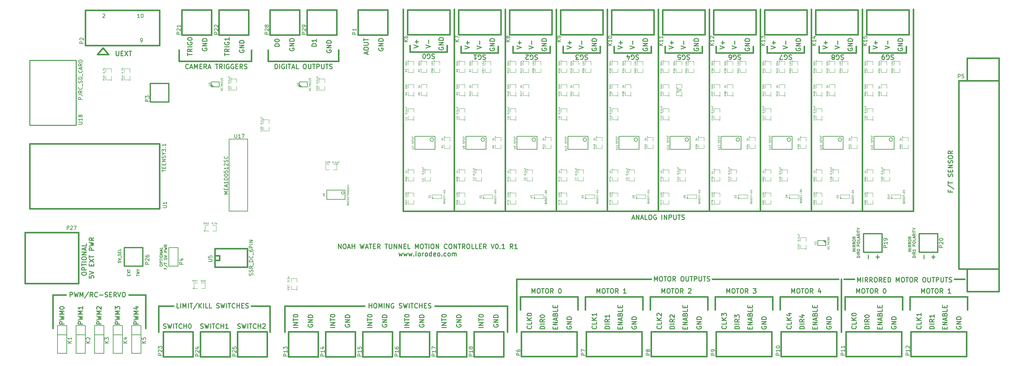
<source format=gto>
G04 (created by PCBNEW (2013-jul-07)-stable) date Mon 11 Apr 2016 09:05:50 AM PDT*
%MOIN*%
G04 Gerber Fmt 3.4, Leading zero omitted, Abs format*
%FSLAX34Y34*%
G01*
G70*
G90*
G04 APERTURE LIST*
%ADD10C,0.00590551*%
%ADD11C,0.01*%
%ADD12C,0.015*%
%ADD13C,0.006*%
%ADD14C,0.0031*%
%ADD15C,0.0039*%
%ADD16C,0.005*%
%ADD17C,0.012*%
%ADD18C,0.00787402*%
%ADD19C,0.008*%
%ADD20C,0.004*%
%ADD21C,0.0043*%
G04 APERTURE END LIST*
G54D10*
G54D11*
X85428Y-42509D02*
X85666Y-42509D01*
X85380Y-42652D02*
X85547Y-42152D01*
X85714Y-42652D01*
X85880Y-42652D02*
X85880Y-42152D01*
X86166Y-42652D01*
X86166Y-42152D01*
X86380Y-42509D02*
X86619Y-42509D01*
X86333Y-42652D02*
X86500Y-42152D01*
X86666Y-42652D01*
X87071Y-42652D02*
X86833Y-42652D01*
X86833Y-42152D01*
X87333Y-42152D02*
X87428Y-42152D01*
X87476Y-42176D01*
X87523Y-42223D01*
X87547Y-42319D01*
X87547Y-42485D01*
X87523Y-42580D01*
X87476Y-42628D01*
X87428Y-42652D01*
X87333Y-42652D01*
X87285Y-42628D01*
X87238Y-42580D01*
X87214Y-42485D01*
X87214Y-42319D01*
X87238Y-42223D01*
X87285Y-42176D01*
X87333Y-42152D01*
X88023Y-42176D02*
X87976Y-42152D01*
X87904Y-42152D01*
X87833Y-42176D01*
X87785Y-42223D01*
X87761Y-42271D01*
X87738Y-42366D01*
X87738Y-42438D01*
X87761Y-42533D01*
X87785Y-42580D01*
X87833Y-42628D01*
X87904Y-42652D01*
X87952Y-42652D01*
X88023Y-42628D01*
X88047Y-42604D01*
X88047Y-42438D01*
X87952Y-42438D01*
X88642Y-42652D02*
X88642Y-42152D01*
X88880Y-42652D02*
X88880Y-42152D01*
X89166Y-42652D01*
X89166Y-42152D01*
X89404Y-42652D02*
X89404Y-42152D01*
X89595Y-42152D01*
X89642Y-42176D01*
X89666Y-42200D01*
X89690Y-42247D01*
X89690Y-42319D01*
X89666Y-42366D01*
X89642Y-42390D01*
X89595Y-42414D01*
X89404Y-42414D01*
X89904Y-42152D02*
X89904Y-42557D01*
X89928Y-42604D01*
X89952Y-42628D01*
X90000Y-42652D01*
X90095Y-42652D01*
X90142Y-42628D01*
X90166Y-42604D01*
X90190Y-42557D01*
X90190Y-42152D01*
X90357Y-42152D02*
X90642Y-42152D01*
X90500Y-42652D02*
X90500Y-42152D01*
X90785Y-42628D02*
X90857Y-42652D01*
X90976Y-42652D01*
X91023Y-42628D01*
X91047Y-42604D01*
X91071Y-42557D01*
X91071Y-42509D01*
X91047Y-42461D01*
X91023Y-42438D01*
X90976Y-42414D01*
X90880Y-42390D01*
X90833Y-42366D01*
X90809Y-42342D01*
X90785Y-42295D01*
X90785Y-42247D01*
X90809Y-42200D01*
X90833Y-42176D01*
X90880Y-42152D01*
X90999Y-42152D01*
X91071Y-42176D01*
G54D12*
X108000Y-49100D02*
X108000Y-54800D01*
G54D11*
X53769Y-45802D02*
X53769Y-45302D01*
X54054Y-45802D01*
X54054Y-45302D01*
X54388Y-45302D02*
X54483Y-45302D01*
X54530Y-45326D01*
X54578Y-45373D01*
X54602Y-45469D01*
X54602Y-45635D01*
X54578Y-45730D01*
X54530Y-45778D01*
X54483Y-45802D01*
X54388Y-45802D01*
X54340Y-45778D01*
X54292Y-45730D01*
X54269Y-45635D01*
X54269Y-45469D01*
X54292Y-45373D01*
X54340Y-45326D01*
X54388Y-45302D01*
X54792Y-45659D02*
X55030Y-45659D01*
X54745Y-45802D02*
X54911Y-45302D01*
X55078Y-45802D01*
X55245Y-45802D02*
X55245Y-45302D01*
X55245Y-45540D02*
X55530Y-45540D01*
X55530Y-45802D02*
X55530Y-45302D01*
X56102Y-45302D02*
X56221Y-45802D01*
X56316Y-45445D01*
X56411Y-45802D01*
X56530Y-45302D01*
X56697Y-45659D02*
X56935Y-45659D01*
X56650Y-45802D02*
X56816Y-45302D01*
X56983Y-45802D01*
X57078Y-45302D02*
X57364Y-45302D01*
X57221Y-45802D02*
X57221Y-45302D01*
X57530Y-45540D02*
X57697Y-45540D01*
X57769Y-45802D02*
X57530Y-45802D01*
X57530Y-45302D01*
X57769Y-45302D01*
X58269Y-45802D02*
X58102Y-45564D01*
X57983Y-45802D02*
X57983Y-45302D01*
X58173Y-45302D01*
X58221Y-45326D01*
X58245Y-45350D01*
X58269Y-45397D01*
X58269Y-45469D01*
X58245Y-45516D01*
X58221Y-45540D01*
X58173Y-45564D01*
X57983Y-45564D01*
X58792Y-45302D02*
X59078Y-45302D01*
X58935Y-45802D02*
X58935Y-45302D01*
X59245Y-45302D02*
X59245Y-45707D01*
X59269Y-45754D01*
X59292Y-45778D01*
X59340Y-45802D01*
X59435Y-45802D01*
X59483Y-45778D01*
X59507Y-45754D01*
X59530Y-45707D01*
X59530Y-45302D01*
X59769Y-45802D02*
X59769Y-45302D01*
X60054Y-45802D01*
X60054Y-45302D01*
X60292Y-45802D02*
X60292Y-45302D01*
X60578Y-45802D01*
X60578Y-45302D01*
X60816Y-45540D02*
X60983Y-45540D01*
X61054Y-45802D02*
X60816Y-45802D01*
X60816Y-45302D01*
X61054Y-45302D01*
X61507Y-45802D02*
X61269Y-45802D01*
X61269Y-45302D01*
X62054Y-45802D02*
X62054Y-45302D01*
X62221Y-45659D01*
X62388Y-45302D01*
X62388Y-45802D01*
X62721Y-45302D02*
X62816Y-45302D01*
X62864Y-45326D01*
X62911Y-45373D01*
X62935Y-45469D01*
X62935Y-45635D01*
X62911Y-45730D01*
X62864Y-45778D01*
X62816Y-45802D01*
X62721Y-45802D01*
X62673Y-45778D01*
X62626Y-45730D01*
X62602Y-45635D01*
X62602Y-45469D01*
X62626Y-45373D01*
X62673Y-45326D01*
X62721Y-45302D01*
X63078Y-45302D02*
X63364Y-45302D01*
X63221Y-45802D02*
X63221Y-45302D01*
X63530Y-45802D02*
X63530Y-45302D01*
X63864Y-45302D02*
X63959Y-45302D01*
X64007Y-45326D01*
X64054Y-45373D01*
X64078Y-45469D01*
X64078Y-45635D01*
X64054Y-45730D01*
X64007Y-45778D01*
X63959Y-45802D01*
X63864Y-45802D01*
X63816Y-45778D01*
X63769Y-45730D01*
X63745Y-45635D01*
X63745Y-45469D01*
X63769Y-45373D01*
X63816Y-45326D01*
X63864Y-45302D01*
X64292Y-45802D02*
X64292Y-45302D01*
X64578Y-45802D01*
X64578Y-45302D01*
X65483Y-45754D02*
X65459Y-45778D01*
X65388Y-45802D01*
X65340Y-45802D01*
X65269Y-45778D01*
X65221Y-45730D01*
X65197Y-45683D01*
X65173Y-45588D01*
X65173Y-45516D01*
X65197Y-45421D01*
X65221Y-45373D01*
X65269Y-45326D01*
X65340Y-45302D01*
X65388Y-45302D01*
X65459Y-45326D01*
X65483Y-45350D01*
X65792Y-45302D02*
X65888Y-45302D01*
X65935Y-45326D01*
X65983Y-45373D01*
X66007Y-45469D01*
X66007Y-45635D01*
X65983Y-45730D01*
X65935Y-45778D01*
X65888Y-45802D01*
X65792Y-45802D01*
X65745Y-45778D01*
X65697Y-45730D01*
X65673Y-45635D01*
X65673Y-45469D01*
X65697Y-45373D01*
X65745Y-45326D01*
X65792Y-45302D01*
X66221Y-45802D02*
X66221Y-45302D01*
X66507Y-45802D01*
X66507Y-45302D01*
X66673Y-45302D02*
X66959Y-45302D01*
X66816Y-45802D02*
X66816Y-45302D01*
X67411Y-45802D02*
X67245Y-45564D01*
X67126Y-45802D02*
X67126Y-45302D01*
X67316Y-45302D01*
X67364Y-45326D01*
X67388Y-45350D01*
X67411Y-45397D01*
X67411Y-45469D01*
X67388Y-45516D01*
X67364Y-45540D01*
X67316Y-45564D01*
X67126Y-45564D01*
X67721Y-45302D02*
X67816Y-45302D01*
X67864Y-45326D01*
X67911Y-45373D01*
X67935Y-45469D01*
X67935Y-45635D01*
X67911Y-45730D01*
X67864Y-45778D01*
X67816Y-45802D01*
X67721Y-45802D01*
X67673Y-45778D01*
X67626Y-45730D01*
X67602Y-45635D01*
X67602Y-45469D01*
X67626Y-45373D01*
X67673Y-45326D01*
X67721Y-45302D01*
X68388Y-45802D02*
X68149Y-45802D01*
X68149Y-45302D01*
X68792Y-45802D02*
X68554Y-45802D01*
X68554Y-45302D01*
X68959Y-45540D02*
X69126Y-45540D01*
X69197Y-45802D02*
X68959Y-45802D01*
X68959Y-45302D01*
X69197Y-45302D01*
X69697Y-45802D02*
X69530Y-45564D01*
X69411Y-45802D02*
X69411Y-45302D01*
X69602Y-45302D01*
X69649Y-45326D01*
X69673Y-45350D01*
X69697Y-45397D01*
X69697Y-45469D01*
X69673Y-45516D01*
X69649Y-45540D01*
X69602Y-45564D01*
X69411Y-45564D01*
X70221Y-45302D02*
X70388Y-45802D01*
X70554Y-45302D01*
X70816Y-45302D02*
X70864Y-45302D01*
X70911Y-45326D01*
X70935Y-45350D01*
X70959Y-45397D01*
X70983Y-45492D01*
X70983Y-45611D01*
X70959Y-45707D01*
X70935Y-45754D01*
X70911Y-45778D01*
X70864Y-45802D01*
X70816Y-45802D01*
X70769Y-45778D01*
X70745Y-45754D01*
X70721Y-45707D01*
X70697Y-45611D01*
X70697Y-45492D01*
X70721Y-45397D01*
X70745Y-45350D01*
X70769Y-45326D01*
X70816Y-45302D01*
X71197Y-45754D02*
X71221Y-45778D01*
X71197Y-45802D01*
X71173Y-45778D01*
X71197Y-45754D01*
X71197Y-45802D01*
X71697Y-45802D02*
X71411Y-45802D01*
X71554Y-45802D02*
X71554Y-45302D01*
X71507Y-45373D01*
X71459Y-45421D01*
X71411Y-45445D01*
X72578Y-45802D02*
X72411Y-45564D01*
X72292Y-45802D02*
X72292Y-45302D01*
X72483Y-45302D01*
X72530Y-45326D01*
X72554Y-45350D01*
X72578Y-45397D01*
X72578Y-45469D01*
X72554Y-45516D01*
X72530Y-45540D01*
X72483Y-45564D01*
X72292Y-45564D01*
X73054Y-45802D02*
X72769Y-45802D01*
X72911Y-45802D02*
X72911Y-45302D01*
X72864Y-45373D01*
X72816Y-45421D01*
X72769Y-45445D01*
X60280Y-46269D02*
X60376Y-46602D01*
X60471Y-46364D01*
X60566Y-46602D01*
X60661Y-46269D01*
X60804Y-46269D02*
X60900Y-46602D01*
X60995Y-46364D01*
X61090Y-46602D01*
X61185Y-46269D01*
X61328Y-46269D02*
X61423Y-46602D01*
X61519Y-46364D01*
X61614Y-46602D01*
X61709Y-46269D01*
X61900Y-46554D02*
X61923Y-46578D01*
X61900Y-46602D01*
X61876Y-46578D01*
X61900Y-46554D01*
X61900Y-46602D01*
X62138Y-46602D02*
X62138Y-46269D01*
X62138Y-46102D02*
X62114Y-46126D01*
X62138Y-46150D01*
X62161Y-46126D01*
X62138Y-46102D01*
X62138Y-46150D01*
X62447Y-46602D02*
X62400Y-46578D01*
X62376Y-46554D01*
X62352Y-46507D01*
X62352Y-46364D01*
X62376Y-46316D01*
X62400Y-46292D01*
X62447Y-46269D01*
X62519Y-46269D01*
X62566Y-46292D01*
X62590Y-46316D01*
X62614Y-46364D01*
X62614Y-46507D01*
X62590Y-46554D01*
X62566Y-46578D01*
X62519Y-46602D01*
X62447Y-46602D01*
X62828Y-46602D02*
X62828Y-46269D01*
X62828Y-46364D02*
X62852Y-46316D01*
X62876Y-46292D01*
X62923Y-46269D01*
X62971Y-46269D01*
X63209Y-46602D02*
X63161Y-46578D01*
X63138Y-46554D01*
X63114Y-46507D01*
X63114Y-46364D01*
X63138Y-46316D01*
X63161Y-46292D01*
X63209Y-46269D01*
X63280Y-46269D01*
X63328Y-46292D01*
X63352Y-46316D01*
X63376Y-46364D01*
X63376Y-46507D01*
X63352Y-46554D01*
X63328Y-46578D01*
X63280Y-46602D01*
X63209Y-46602D01*
X63804Y-46602D02*
X63804Y-46102D01*
X63804Y-46578D02*
X63757Y-46602D01*
X63661Y-46602D01*
X63614Y-46578D01*
X63590Y-46554D01*
X63566Y-46507D01*
X63566Y-46364D01*
X63590Y-46316D01*
X63614Y-46292D01*
X63661Y-46269D01*
X63757Y-46269D01*
X63804Y-46292D01*
X64233Y-46578D02*
X64185Y-46602D01*
X64090Y-46602D01*
X64042Y-46578D01*
X64019Y-46530D01*
X64019Y-46340D01*
X64042Y-46292D01*
X64090Y-46269D01*
X64185Y-46269D01*
X64233Y-46292D01*
X64257Y-46340D01*
X64257Y-46388D01*
X64019Y-46435D01*
X64542Y-46602D02*
X64495Y-46578D01*
X64471Y-46554D01*
X64447Y-46507D01*
X64447Y-46364D01*
X64471Y-46316D01*
X64495Y-46292D01*
X64542Y-46269D01*
X64614Y-46269D01*
X64661Y-46292D01*
X64685Y-46316D01*
X64709Y-46364D01*
X64709Y-46507D01*
X64685Y-46554D01*
X64661Y-46578D01*
X64614Y-46602D01*
X64542Y-46602D01*
X64923Y-46554D02*
X64947Y-46578D01*
X64923Y-46602D01*
X64900Y-46578D01*
X64923Y-46554D01*
X64923Y-46602D01*
X65376Y-46578D02*
X65328Y-46602D01*
X65233Y-46602D01*
X65185Y-46578D01*
X65161Y-46554D01*
X65138Y-46507D01*
X65138Y-46364D01*
X65161Y-46316D01*
X65185Y-46292D01*
X65233Y-46269D01*
X65328Y-46269D01*
X65376Y-46292D01*
X65661Y-46602D02*
X65614Y-46578D01*
X65590Y-46554D01*
X65566Y-46507D01*
X65566Y-46364D01*
X65590Y-46316D01*
X65614Y-46292D01*
X65661Y-46269D01*
X65733Y-46269D01*
X65780Y-46292D01*
X65804Y-46316D01*
X65828Y-46364D01*
X65828Y-46507D01*
X65804Y-46554D01*
X65780Y-46578D01*
X65733Y-46602D01*
X65661Y-46602D01*
X66042Y-46602D02*
X66042Y-46269D01*
X66042Y-46316D02*
X66066Y-46292D01*
X66114Y-46269D01*
X66185Y-46269D01*
X66233Y-46292D01*
X66257Y-46340D01*
X66257Y-46602D01*
X66257Y-46340D02*
X66280Y-46292D01*
X66328Y-46269D01*
X66400Y-46269D01*
X66447Y-46292D01*
X66471Y-46340D01*
X66471Y-46602D01*
G54D12*
X31200Y-50800D02*
X33000Y-50800D01*
X23000Y-50800D02*
X24400Y-50800D01*
G54D11*
X24835Y-51002D02*
X24835Y-50502D01*
X25026Y-50502D01*
X25073Y-50526D01*
X25097Y-50550D01*
X25121Y-50597D01*
X25121Y-50669D01*
X25097Y-50716D01*
X25073Y-50740D01*
X25026Y-50764D01*
X24835Y-50764D01*
X25288Y-50502D02*
X25407Y-51002D01*
X25502Y-50645D01*
X25597Y-51002D01*
X25716Y-50502D01*
X25907Y-51002D02*
X25907Y-50502D01*
X26073Y-50859D01*
X26240Y-50502D01*
X26240Y-51002D01*
X26835Y-50478D02*
X26407Y-51121D01*
X27288Y-51002D02*
X27121Y-50764D01*
X27002Y-51002D02*
X27002Y-50502D01*
X27192Y-50502D01*
X27240Y-50526D01*
X27264Y-50550D01*
X27288Y-50597D01*
X27288Y-50669D01*
X27264Y-50716D01*
X27240Y-50740D01*
X27192Y-50764D01*
X27002Y-50764D01*
X27788Y-50954D02*
X27764Y-50978D01*
X27692Y-51002D01*
X27645Y-51002D01*
X27573Y-50978D01*
X27526Y-50930D01*
X27502Y-50883D01*
X27478Y-50788D01*
X27478Y-50716D01*
X27502Y-50621D01*
X27526Y-50573D01*
X27573Y-50526D01*
X27645Y-50502D01*
X27692Y-50502D01*
X27764Y-50526D01*
X27788Y-50550D01*
X28002Y-50811D02*
X28383Y-50811D01*
X28597Y-50978D02*
X28669Y-51002D01*
X28788Y-51002D01*
X28835Y-50978D01*
X28859Y-50954D01*
X28883Y-50907D01*
X28883Y-50859D01*
X28859Y-50811D01*
X28835Y-50788D01*
X28788Y-50764D01*
X28692Y-50740D01*
X28645Y-50716D01*
X28621Y-50692D01*
X28597Y-50645D01*
X28597Y-50597D01*
X28621Y-50550D01*
X28645Y-50526D01*
X28692Y-50502D01*
X28811Y-50502D01*
X28883Y-50526D01*
X29097Y-50740D02*
X29264Y-50740D01*
X29335Y-51002D02*
X29097Y-51002D01*
X29097Y-50502D01*
X29335Y-50502D01*
X29835Y-51002D02*
X29669Y-50764D01*
X29550Y-51002D02*
X29550Y-50502D01*
X29740Y-50502D01*
X29788Y-50526D01*
X29811Y-50550D01*
X29835Y-50597D01*
X29835Y-50669D01*
X29811Y-50716D01*
X29788Y-50740D01*
X29740Y-50764D01*
X29550Y-50764D01*
X29978Y-50502D02*
X30145Y-51002D01*
X30311Y-50502D01*
X30573Y-50502D02*
X30669Y-50502D01*
X30716Y-50526D01*
X30764Y-50573D01*
X30788Y-50669D01*
X30788Y-50835D01*
X30764Y-50930D01*
X30716Y-50978D01*
X30669Y-51002D01*
X30573Y-51002D01*
X30526Y-50978D01*
X30478Y-50930D01*
X30454Y-50835D01*
X30454Y-50669D01*
X30478Y-50573D01*
X30526Y-50526D01*
X30573Y-50502D01*
G54D12*
X33000Y-54400D02*
X33000Y-50800D01*
X23000Y-54400D02*
X23000Y-50800D01*
G54D11*
X32202Y-53940D02*
X31702Y-53940D01*
X31702Y-53750D01*
X31726Y-53702D01*
X31750Y-53678D01*
X31797Y-53654D01*
X31869Y-53654D01*
X31916Y-53678D01*
X31940Y-53702D01*
X31964Y-53750D01*
X31964Y-53940D01*
X31702Y-53488D02*
X32202Y-53369D01*
X31845Y-53273D01*
X32202Y-53178D01*
X31702Y-53059D01*
X32202Y-52869D02*
X31702Y-52869D01*
X32059Y-52702D01*
X31702Y-52535D01*
X32202Y-52535D01*
X31869Y-52083D02*
X32202Y-52083D01*
X31678Y-52202D02*
X32035Y-52321D01*
X32035Y-52011D01*
X30202Y-53940D02*
X29702Y-53940D01*
X29702Y-53750D01*
X29726Y-53702D01*
X29750Y-53678D01*
X29797Y-53654D01*
X29869Y-53654D01*
X29916Y-53678D01*
X29940Y-53702D01*
X29964Y-53750D01*
X29964Y-53940D01*
X29702Y-53488D02*
X30202Y-53369D01*
X29845Y-53273D01*
X30202Y-53178D01*
X29702Y-53059D01*
X30202Y-52869D02*
X29702Y-52869D01*
X30059Y-52702D01*
X29702Y-52535D01*
X30202Y-52535D01*
X29702Y-52345D02*
X29702Y-52035D01*
X29892Y-52202D01*
X29892Y-52130D01*
X29916Y-52083D01*
X29940Y-52059D01*
X29988Y-52035D01*
X30107Y-52035D01*
X30154Y-52059D01*
X30178Y-52083D01*
X30202Y-52130D01*
X30202Y-52273D01*
X30178Y-52321D01*
X30154Y-52345D01*
X28202Y-53940D02*
X27702Y-53940D01*
X27702Y-53750D01*
X27726Y-53702D01*
X27750Y-53678D01*
X27797Y-53654D01*
X27869Y-53654D01*
X27916Y-53678D01*
X27940Y-53702D01*
X27964Y-53750D01*
X27964Y-53940D01*
X27702Y-53488D02*
X28202Y-53369D01*
X27845Y-53273D01*
X28202Y-53178D01*
X27702Y-53059D01*
X28202Y-52869D02*
X27702Y-52869D01*
X28059Y-52702D01*
X27702Y-52535D01*
X28202Y-52535D01*
X27750Y-52321D02*
X27726Y-52297D01*
X27702Y-52250D01*
X27702Y-52130D01*
X27726Y-52083D01*
X27750Y-52059D01*
X27797Y-52035D01*
X27845Y-52035D01*
X27916Y-52059D01*
X28202Y-52345D01*
X28202Y-52035D01*
X26202Y-53940D02*
X25702Y-53940D01*
X25702Y-53750D01*
X25726Y-53702D01*
X25750Y-53678D01*
X25797Y-53654D01*
X25869Y-53654D01*
X25916Y-53678D01*
X25940Y-53702D01*
X25964Y-53750D01*
X25964Y-53940D01*
X25702Y-53488D02*
X26202Y-53369D01*
X25845Y-53273D01*
X26202Y-53178D01*
X25702Y-53059D01*
X26202Y-52869D02*
X25702Y-52869D01*
X26059Y-52702D01*
X25702Y-52535D01*
X26202Y-52535D01*
X26202Y-52035D02*
X26202Y-52321D01*
X26202Y-52178D02*
X25702Y-52178D01*
X25773Y-52226D01*
X25821Y-52273D01*
X25845Y-52321D01*
X24202Y-53940D02*
X23702Y-53940D01*
X23702Y-53750D01*
X23726Y-53702D01*
X23750Y-53678D01*
X23797Y-53654D01*
X23869Y-53654D01*
X23916Y-53678D01*
X23940Y-53702D01*
X23964Y-53750D01*
X23964Y-53940D01*
X23702Y-53488D02*
X24202Y-53369D01*
X23845Y-53273D01*
X24202Y-53178D01*
X23702Y-53059D01*
X24202Y-52869D02*
X23702Y-52869D01*
X24059Y-52702D01*
X23702Y-52535D01*
X24202Y-52535D01*
X23702Y-52202D02*
X23702Y-52154D01*
X23726Y-52107D01*
X23750Y-52083D01*
X23797Y-52059D01*
X23892Y-52035D01*
X24011Y-52035D01*
X24107Y-52059D01*
X24154Y-52083D01*
X24178Y-52107D01*
X24202Y-52154D01*
X24202Y-52202D01*
X24178Y-52250D01*
X24154Y-52273D01*
X24107Y-52297D01*
X24011Y-52321D01*
X23892Y-52321D01*
X23797Y-52297D01*
X23750Y-52273D01*
X23726Y-52250D01*
X23702Y-52202D01*
X42911Y-54378D02*
X42983Y-54402D01*
X43102Y-54402D01*
X43150Y-54378D01*
X43173Y-54354D01*
X43197Y-54307D01*
X43197Y-54259D01*
X43173Y-54211D01*
X43150Y-54188D01*
X43102Y-54164D01*
X43007Y-54140D01*
X42959Y-54116D01*
X42935Y-54092D01*
X42911Y-54045D01*
X42911Y-53997D01*
X42935Y-53950D01*
X42959Y-53926D01*
X43007Y-53902D01*
X43126Y-53902D01*
X43197Y-53926D01*
X43364Y-53902D02*
X43483Y-54402D01*
X43578Y-54045D01*
X43673Y-54402D01*
X43792Y-53902D01*
X43983Y-54402D02*
X43983Y-53902D01*
X44150Y-53902D02*
X44435Y-53902D01*
X44292Y-54402D02*
X44292Y-53902D01*
X44888Y-54354D02*
X44864Y-54378D01*
X44792Y-54402D01*
X44745Y-54402D01*
X44673Y-54378D01*
X44626Y-54330D01*
X44602Y-54283D01*
X44578Y-54188D01*
X44578Y-54116D01*
X44602Y-54021D01*
X44626Y-53973D01*
X44673Y-53926D01*
X44745Y-53902D01*
X44792Y-53902D01*
X44864Y-53926D01*
X44888Y-53950D01*
X45102Y-54402D02*
X45102Y-53902D01*
X45102Y-54140D02*
X45388Y-54140D01*
X45388Y-54402D02*
X45388Y-53902D01*
X45602Y-53950D02*
X45626Y-53926D01*
X45673Y-53902D01*
X45792Y-53902D01*
X45840Y-53926D01*
X45864Y-53950D01*
X45888Y-53997D01*
X45888Y-54045D01*
X45864Y-54116D01*
X45578Y-54402D01*
X45888Y-54402D01*
X38911Y-54378D02*
X38983Y-54402D01*
X39102Y-54402D01*
X39150Y-54378D01*
X39173Y-54354D01*
X39197Y-54307D01*
X39197Y-54259D01*
X39173Y-54211D01*
X39150Y-54188D01*
X39102Y-54164D01*
X39007Y-54140D01*
X38959Y-54116D01*
X38935Y-54092D01*
X38911Y-54045D01*
X38911Y-53997D01*
X38935Y-53950D01*
X38959Y-53926D01*
X39007Y-53902D01*
X39126Y-53902D01*
X39197Y-53926D01*
X39364Y-53902D02*
X39483Y-54402D01*
X39578Y-54045D01*
X39673Y-54402D01*
X39792Y-53902D01*
X39983Y-54402D02*
X39983Y-53902D01*
X40150Y-53902D02*
X40435Y-53902D01*
X40292Y-54402D02*
X40292Y-53902D01*
X40888Y-54354D02*
X40864Y-54378D01*
X40792Y-54402D01*
X40745Y-54402D01*
X40673Y-54378D01*
X40626Y-54330D01*
X40602Y-54283D01*
X40578Y-54188D01*
X40578Y-54116D01*
X40602Y-54021D01*
X40626Y-53973D01*
X40673Y-53926D01*
X40745Y-53902D01*
X40792Y-53902D01*
X40864Y-53926D01*
X40888Y-53950D01*
X41102Y-54402D02*
X41102Y-53902D01*
X41102Y-54140D02*
X41388Y-54140D01*
X41388Y-54402D02*
X41388Y-53902D01*
X41888Y-54402D02*
X41602Y-54402D01*
X41745Y-54402D02*
X41745Y-53902D01*
X41697Y-53973D01*
X41650Y-54021D01*
X41602Y-54045D01*
X34911Y-54378D02*
X34983Y-54402D01*
X35102Y-54402D01*
X35150Y-54378D01*
X35173Y-54354D01*
X35197Y-54307D01*
X35197Y-54259D01*
X35173Y-54211D01*
X35150Y-54188D01*
X35102Y-54164D01*
X35007Y-54140D01*
X34959Y-54116D01*
X34935Y-54092D01*
X34911Y-54045D01*
X34911Y-53997D01*
X34935Y-53950D01*
X34959Y-53926D01*
X35007Y-53902D01*
X35126Y-53902D01*
X35197Y-53926D01*
X35364Y-53902D02*
X35483Y-54402D01*
X35578Y-54045D01*
X35673Y-54402D01*
X35792Y-53902D01*
X35983Y-54402D02*
X35983Y-53902D01*
X36150Y-53902D02*
X36435Y-53902D01*
X36292Y-54402D02*
X36292Y-53902D01*
X36888Y-54354D02*
X36864Y-54378D01*
X36792Y-54402D01*
X36745Y-54402D01*
X36673Y-54378D01*
X36626Y-54330D01*
X36602Y-54283D01*
X36578Y-54188D01*
X36578Y-54116D01*
X36602Y-54021D01*
X36626Y-53973D01*
X36673Y-53926D01*
X36745Y-53902D01*
X36792Y-53902D01*
X36864Y-53926D01*
X36888Y-53950D01*
X37102Y-54402D02*
X37102Y-53902D01*
X37102Y-54140D02*
X37388Y-54140D01*
X37388Y-54402D02*
X37388Y-53902D01*
X37721Y-53902D02*
X37769Y-53902D01*
X37816Y-53926D01*
X37840Y-53950D01*
X37864Y-53997D01*
X37888Y-54092D01*
X37888Y-54211D01*
X37864Y-54307D01*
X37840Y-54354D01*
X37816Y-54378D01*
X37769Y-54402D01*
X37721Y-54402D01*
X37673Y-54378D01*
X37650Y-54354D01*
X37626Y-54307D01*
X37602Y-54211D01*
X37602Y-54092D01*
X37626Y-53997D01*
X37650Y-53950D01*
X37673Y-53926D01*
X37721Y-53902D01*
G54D12*
X44400Y-52000D02*
X46400Y-52000D01*
X34400Y-52000D02*
X36000Y-52000D01*
G54D11*
X36604Y-52202D02*
X36366Y-52202D01*
X36366Y-51702D01*
X36771Y-52202D02*
X36771Y-51702D01*
X37009Y-52202D02*
X37009Y-51702D01*
X37176Y-52059D01*
X37342Y-51702D01*
X37342Y-52202D01*
X37580Y-52202D02*
X37580Y-51702D01*
X37747Y-51702D02*
X38033Y-51702D01*
X37890Y-52202D02*
X37890Y-51702D01*
X38557Y-51678D02*
X38128Y-52321D01*
X38723Y-52202D02*
X38723Y-51702D01*
X39009Y-52202D02*
X38795Y-51916D01*
X39009Y-51702D02*
X38723Y-51988D01*
X39223Y-52202D02*
X39223Y-51702D01*
X39700Y-52202D02*
X39461Y-52202D01*
X39461Y-51702D01*
X40104Y-52202D02*
X39866Y-52202D01*
X39866Y-51702D01*
X40628Y-52178D02*
X40699Y-52202D01*
X40819Y-52202D01*
X40866Y-52178D01*
X40890Y-52154D01*
X40914Y-52107D01*
X40914Y-52059D01*
X40890Y-52011D01*
X40866Y-51988D01*
X40819Y-51964D01*
X40723Y-51940D01*
X40676Y-51916D01*
X40652Y-51892D01*
X40628Y-51845D01*
X40628Y-51797D01*
X40652Y-51750D01*
X40676Y-51726D01*
X40723Y-51702D01*
X40842Y-51702D01*
X40914Y-51726D01*
X41080Y-51702D02*
X41200Y-52202D01*
X41295Y-51845D01*
X41390Y-52202D01*
X41509Y-51702D01*
X41700Y-52202D02*
X41700Y-51702D01*
X41866Y-51702D02*
X42152Y-51702D01*
X42009Y-52202D02*
X42009Y-51702D01*
X42604Y-52154D02*
X42580Y-52178D01*
X42509Y-52202D01*
X42461Y-52202D01*
X42390Y-52178D01*
X42342Y-52130D01*
X42319Y-52083D01*
X42295Y-51988D01*
X42295Y-51916D01*
X42319Y-51821D01*
X42342Y-51773D01*
X42390Y-51726D01*
X42461Y-51702D01*
X42509Y-51702D01*
X42580Y-51726D01*
X42604Y-51750D01*
X42819Y-52202D02*
X42819Y-51702D01*
X42819Y-51940D02*
X43104Y-51940D01*
X43104Y-52202D02*
X43104Y-51702D01*
X43342Y-51940D02*
X43509Y-51940D01*
X43580Y-52202D02*
X43342Y-52202D01*
X43342Y-51702D01*
X43580Y-51702D01*
X43771Y-52178D02*
X43842Y-52202D01*
X43961Y-52202D01*
X44009Y-52178D01*
X44033Y-52154D01*
X44057Y-52107D01*
X44057Y-52059D01*
X44033Y-52011D01*
X44009Y-51988D01*
X43961Y-51964D01*
X43866Y-51940D01*
X43819Y-51916D01*
X43795Y-51892D01*
X43771Y-51845D01*
X43771Y-51797D01*
X43795Y-51750D01*
X43819Y-51726D01*
X43866Y-51702D01*
X43985Y-51702D01*
X44057Y-51726D01*
G54D12*
X34400Y-52000D02*
X34400Y-54800D01*
X46400Y-54800D02*
X46400Y-52000D01*
X73000Y-49100D02*
X73000Y-54800D01*
X73000Y-49100D02*
X73200Y-49100D01*
X71600Y-52000D02*
X72000Y-52000D01*
X48000Y-52000D02*
X48400Y-52000D01*
X71600Y-52000D02*
X64200Y-52000D01*
X48400Y-52000D02*
X56600Y-52000D01*
G54D11*
X57078Y-52202D02*
X57078Y-51702D01*
X57078Y-51940D02*
X57364Y-51940D01*
X57364Y-52202D02*
X57364Y-51702D01*
X57697Y-51702D02*
X57792Y-51702D01*
X57840Y-51726D01*
X57888Y-51773D01*
X57911Y-51869D01*
X57911Y-52035D01*
X57888Y-52130D01*
X57840Y-52178D01*
X57792Y-52202D01*
X57697Y-52202D01*
X57649Y-52178D01*
X57602Y-52130D01*
X57578Y-52035D01*
X57578Y-51869D01*
X57602Y-51773D01*
X57649Y-51726D01*
X57697Y-51702D01*
X58126Y-52202D02*
X58126Y-51702D01*
X58292Y-52059D01*
X58459Y-51702D01*
X58459Y-52202D01*
X58697Y-52202D02*
X58697Y-51702D01*
X58935Y-52202D02*
X58935Y-51702D01*
X59221Y-52202D01*
X59221Y-51702D01*
X59721Y-51726D02*
X59673Y-51702D01*
X59602Y-51702D01*
X59530Y-51726D01*
X59483Y-51773D01*
X59459Y-51821D01*
X59435Y-51916D01*
X59435Y-51988D01*
X59459Y-52083D01*
X59483Y-52130D01*
X59530Y-52178D01*
X59602Y-52202D01*
X59649Y-52202D01*
X59721Y-52178D01*
X59745Y-52154D01*
X59745Y-51988D01*
X59649Y-51988D01*
X60316Y-52178D02*
X60388Y-52202D01*
X60507Y-52202D01*
X60554Y-52178D01*
X60578Y-52154D01*
X60602Y-52107D01*
X60602Y-52059D01*
X60578Y-52011D01*
X60554Y-51988D01*
X60507Y-51964D01*
X60411Y-51940D01*
X60364Y-51916D01*
X60340Y-51892D01*
X60316Y-51845D01*
X60316Y-51797D01*
X60340Y-51750D01*
X60364Y-51726D01*
X60411Y-51702D01*
X60530Y-51702D01*
X60602Y-51726D01*
X60769Y-51702D02*
X60888Y-52202D01*
X60983Y-51845D01*
X61078Y-52202D01*
X61197Y-51702D01*
X61388Y-52202D02*
X61388Y-51702D01*
X61554Y-51702D02*
X61840Y-51702D01*
X61697Y-52202D02*
X61697Y-51702D01*
X62292Y-52154D02*
X62269Y-52178D01*
X62197Y-52202D01*
X62150Y-52202D01*
X62078Y-52178D01*
X62030Y-52130D01*
X62007Y-52083D01*
X61983Y-51988D01*
X61983Y-51916D01*
X62007Y-51821D01*
X62030Y-51773D01*
X62078Y-51726D01*
X62150Y-51702D01*
X62197Y-51702D01*
X62269Y-51726D01*
X62292Y-51750D01*
X62507Y-52202D02*
X62507Y-51702D01*
X62507Y-51940D02*
X62792Y-51940D01*
X62792Y-52202D02*
X62792Y-51702D01*
X63030Y-51940D02*
X63197Y-51940D01*
X63269Y-52202D02*
X63030Y-52202D01*
X63030Y-51702D01*
X63269Y-51702D01*
X63459Y-52178D02*
X63530Y-52202D01*
X63650Y-52202D01*
X63697Y-52178D01*
X63721Y-52154D01*
X63745Y-52107D01*
X63745Y-52059D01*
X63721Y-52011D01*
X63697Y-51988D01*
X63650Y-51964D01*
X63554Y-51940D01*
X63507Y-51916D01*
X63483Y-51892D01*
X63459Y-51845D01*
X63459Y-51797D01*
X63483Y-51750D01*
X63507Y-51726D01*
X63554Y-51702D01*
X63673Y-51702D01*
X63745Y-51726D01*
G54D12*
X72000Y-52000D02*
X72000Y-54800D01*
X48000Y-54400D02*
X48000Y-54800D01*
X48000Y-52000D02*
X48000Y-54400D01*
G54D11*
X70526Y-53980D02*
X70502Y-54028D01*
X70502Y-54100D01*
X70526Y-54171D01*
X70573Y-54219D01*
X70621Y-54242D01*
X70716Y-54266D01*
X70788Y-54266D01*
X70883Y-54242D01*
X70930Y-54219D01*
X70978Y-54171D01*
X71002Y-54100D01*
X71002Y-54052D01*
X70978Y-53980D01*
X70954Y-53957D01*
X70788Y-53957D01*
X70788Y-54052D01*
X71002Y-53742D02*
X70502Y-53742D01*
X71002Y-53457D01*
X70502Y-53457D01*
X71002Y-53219D02*
X70502Y-53219D01*
X70502Y-53100D01*
X70526Y-53028D01*
X70573Y-52980D01*
X70621Y-52957D01*
X70716Y-52933D01*
X70788Y-52933D01*
X70883Y-52957D01*
X70930Y-52980D01*
X70978Y-53028D01*
X71002Y-53100D01*
X71002Y-53219D01*
X69402Y-54290D02*
X68902Y-54290D01*
X69402Y-54052D02*
X68902Y-54052D01*
X69402Y-53766D01*
X68902Y-53766D01*
X68902Y-53600D02*
X68902Y-53314D01*
X69402Y-53457D02*
X68902Y-53457D01*
X68902Y-53052D02*
X68902Y-53004D01*
X68926Y-52957D01*
X68950Y-52933D01*
X68997Y-52909D01*
X69092Y-52885D01*
X69211Y-52885D01*
X69307Y-52909D01*
X69354Y-52933D01*
X69378Y-52957D01*
X69402Y-53004D01*
X69402Y-53052D01*
X69378Y-53100D01*
X69354Y-53123D01*
X69307Y-53147D01*
X69211Y-53171D01*
X69092Y-53171D01*
X68997Y-53147D01*
X68950Y-53123D01*
X68926Y-53100D01*
X68902Y-53052D01*
X65402Y-54290D02*
X64902Y-54290D01*
X65402Y-54052D02*
X64902Y-54052D01*
X65402Y-53766D01*
X64902Y-53766D01*
X64902Y-53600D02*
X64902Y-53314D01*
X65402Y-53457D02*
X64902Y-53457D01*
X64902Y-53052D02*
X64902Y-53004D01*
X64926Y-52957D01*
X64950Y-52933D01*
X64997Y-52909D01*
X65092Y-52885D01*
X65211Y-52885D01*
X65307Y-52909D01*
X65354Y-52933D01*
X65378Y-52957D01*
X65402Y-53004D01*
X65402Y-53052D01*
X65378Y-53100D01*
X65354Y-53123D01*
X65307Y-53147D01*
X65211Y-53171D01*
X65092Y-53171D01*
X64997Y-53147D01*
X64950Y-53123D01*
X64926Y-53100D01*
X64902Y-53052D01*
X66526Y-53980D02*
X66502Y-54028D01*
X66502Y-54100D01*
X66526Y-54171D01*
X66573Y-54219D01*
X66621Y-54242D01*
X66716Y-54266D01*
X66788Y-54266D01*
X66883Y-54242D01*
X66930Y-54219D01*
X66978Y-54171D01*
X67002Y-54100D01*
X67002Y-54052D01*
X66978Y-53980D01*
X66954Y-53957D01*
X66788Y-53957D01*
X66788Y-54052D01*
X67002Y-53742D02*
X66502Y-53742D01*
X67002Y-53457D01*
X66502Y-53457D01*
X67002Y-53219D02*
X66502Y-53219D01*
X66502Y-53100D01*
X66526Y-53028D01*
X66573Y-52980D01*
X66621Y-52957D01*
X66716Y-52933D01*
X66788Y-52933D01*
X66883Y-52957D01*
X66930Y-52980D01*
X66978Y-53028D01*
X67002Y-53100D01*
X67002Y-53219D01*
X62526Y-53980D02*
X62502Y-54028D01*
X62502Y-54100D01*
X62526Y-54171D01*
X62573Y-54219D01*
X62621Y-54242D01*
X62716Y-54266D01*
X62788Y-54266D01*
X62883Y-54242D01*
X62930Y-54219D01*
X62978Y-54171D01*
X63002Y-54100D01*
X63002Y-54052D01*
X62978Y-53980D01*
X62954Y-53957D01*
X62788Y-53957D01*
X62788Y-54052D01*
X63002Y-53742D02*
X62502Y-53742D01*
X63002Y-53457D01*
X62502Y-53457D01*
X63002Y-53219D02*
X62502Y-53219D01*
X62502Y-53100D01*
X62526Y-53028D01*
X62573Y-52980D01*
X62621Y-52957D01*
X62716Y-52933D01*
X62788Y-52933D01*
X62883Y-52957D01*
X62930Y-52980D01*
X62978Y-53028D01*
X63002Y-53100D01*
X63002Y-53219D01*
X61402Y-54290D02*
X60902Y-54290D01*
X61402Y-54052D02*
X60902Y-54052D01*
X61402Y-53766D01*
X60902Y-53766D01*
X60902Y-53600D02*
X60902Y-53314D01*
X61402Y-53457D02*
X60902Y-53457D01*
X60902Y-53052D02*
X60902Y-53004D01*
X60926Y-52957D01*
X60950Y-52933D01*
X60997Y-52909D01*
X61092Y-52885D01*
X61211Y-52885D01*
X61307Y-52909D01*
X61354Y-52933D01*
X61378Y-52957D01*
X61402Y-53004D01*
X61402Y-53052D01*
X61378Y-53100D01*
X61354Y-53123D01*
X61307Y-53147D01*
X61211Y-53171D01*
X61092Y-53171D01*
X60997Y-53147D01*
X60950Y-53123D01*
X60926Y-53100D01*
X60902Y-53052D01*
X57402Y-54290D02*
X56902Y-54290D01*
X57402Y-54052D02*
X56902Y-54052D01*
X57402Y-53766D01*
X56902Y-53766D01*
X56902Y-53600D02*
X56902Y-53314D01*
X57402Y-53457D02*
X56902Y-53457D01*
X56902Y-53052D02*
X56902Y-53004D01*
X56926Y-52957D01*
X56950Y-52933D01*
X56997Y-52909D01*
X57092Y-52885D01*
X57211Y-52885D01*
X57307Y-52909D01*
X57354Y-52933D01*
X57378Y-52957D01*
X57402Y-53004D01*
X57402Y-53052D01*
X57378Y-53100D01*
X57354Y-53123D01*
X57307Y-53147D01*
X57211Y-53171D01*
X57092Y-53171D01*
X56997Y-53147D01*
X56950Y-53123D01*
X56926Y-53100D01*
X56902Y-53052D01*
X58526Y-53980D02*
X58502Y-54028D01*
X58502Y-54100D01*
X58526Y-54171D01*
X58573Y-54219D01*
X58621Y-54242D01*
X58716Y-54266D01*
X58788Y-54266D01*
X58883Y-54242D01*
X58930Y-54219D01*
X58978Y-54171D01*
X59002Y-54100D01*
X59002Y-54052D01*
X58978Y-53980D01*
X58954Y-53957D01*
X58788Y-53957D01*
X58788Y-54052D01*
X59002Y-53742D02*
X58502Y-53742D01*
X59002Y-53457D01*
X58502Y-53457D01*
X59002Y-53219D02*
X58502Y-53219D01*
X58502Y-53100D01*
X58526Y-53028D01*
X58573Y-52980D01*
X58621Y-52957D01*
X58716Y-52933D01*
X58788Y-52933D01*
X58883Y-52957D01*
X58930Y-52980D01*
X58978Y-53028D01*
X59002Y-53100D01*
X59002Y-53219D01*
X49402Y-54290D02*
X48902Y-54290D01*
X49402Y-54052D02*
X48902Y-54052D01*
X49402Y-53766D01*
X48902Y-53766D01*
X48902Y-53600D02*
X48902Y-53314D01*
X49402Y-53457D02*
X48902Y-53457D01*
X48902Y-53052D02*
X48902Y-53004D01*
X48926Y-52957D01*
X48950Y-52933D01*
X48997Y-52909D01*
X49092Y-52885D01*
X49211Y-52885D01*
X49307Y-52909D01*
X49354Y-52933D01*
X49378Y-52957D01*
X49402Y-53004D01*
X49402Y-53052D01*
X49378Y-53100D01*
X49354Y-53123D01*
X49307Y-53147D01*
X49211Y-53171D01*
X49092Y-53171D01*
X48997Y-53147D01*
X48950Y-53123D01*
X48926Y-53100D01*
X48902Y-53052D01*
X50526Y-53980D02*
X50502Y-54028D01*
X50502Y-54100D01*
X50526Y-54171D01*
X50573Y-54219D01*
X50621Y-54242D01*
X50716Y-54266D01*
X50788Y-54266D01*
X50883Y-54242D01*
X50930Y-54219D01*
X50978Y-54171D01*
X51002Y-54100D01*
X51002Y-54052D01*
X50978Y-53980D01*
X50954Y-53957D01*
X50788Y-53957D01*
X50788Y-54052D01*
X51002Y-53742D02*
X50502Y-53742D01*
X51002Y-53457D01*
X50502Y-53457D01*
X51002Y-53219D02*
X50502Y-53219D01*
X50502Y-53100D01*
X50526Y-53028D01*
X50573Y-52980D01*
X50621Y-52957D01*
X50716Y-52933D01*
X50788Y-52933D01*
X50883Y-52957D01*
X50930Y-52980D01*
X50978Y-53028D01*
X51002Y-53100D01*
X51002Y-53219D01*
X54526Y-53980D02*
X54502Y-54028D01*
X54502Y-54100D01*
X54526Y-54171D01*
X54573Y-54219D01*
X54621Y-54242D01*
X54716Y-54266D01*
X54788Y-54266D01*
X54883Y-54242D01*
X54930Y-54219D01*
X54978Y-54171D01*
X55002Y-54100D01*
X55002Y-54052D01*
X54978Y-53980D01*
X54954Y-53957D01*
X54788Y-53957D01*
X54788Y-54052D01*
X55002Y-53742D02*
X54502Y-53742D01*
X55002Y-53457D01*
X54502Y-53457D01*
X55002Y-53219D02*
X54502Y-53219D01*
X54502Y-53100D01*
X54526Y-53028D01*
X54573Y-52980D01*
X54621Y-52957D01*
X54716Y-52933D01*
X54788Y-52933D01*
X54883Y-52957D01*
X54930Y-52980D01*
X54978Y-53028D01*
X55002Y-53100D01*
X55002Y-53219D01*
X53402Y-54290D02*
X52902Y-54290D01*
X53402Y-54052D02*
X52902Y-54052D01*
X53402Y-53766D01*
X52902Y-53766D01*
X52902Y-53600D02*
X52902Y-53314D01*
X53402Y-53457D02*
X52902Y-53457D01*
X52902Y-53052D02*
X52902Y-53004D01*
X52926Y-52957D01*
X52950Y-52933D01*
X52997Y-52909D01*
X53092Y-52885D01*
X53211Y-52885D01*
X53307Y-52909D01*
X53354Y-52933D01*
X53378Y-52957D01*
X53402Y-53004D01*
X53402Y-53052D01*
X53378Y-53100D01*
X53354Y-53123D01*
X53307Y-53147D01*
X53211Y-53171D01*
X53092Y-53171D01*
X52997Y-53147D01*
X52950Y-53123D01*
X52926Y-53100D01*
X52902Y-53052D01*
X46928Y-26402D02*
X46928Y-25902D01*
X47047Y-25902D01*
X47119Y-25926D01*
X47166Y-25973D01*
X47190Y-26021D01*
X47214Y-26116D01*
X47214Y-26188D01*
X47190Y-26283D01*
X47166Y-26330D01*
X47119Y-26378D01*
X47047Y-26402D01*
X46928Y-26402D01*
X47428Y-26402D02*
X47428Y-25902D01*
X47928Y-25926D02*
X47880Y-25902D01*
X47809Y-25902D01*
X47738Y-25926D01*
X47690Y-25973D01*
X47666Y-26021D01*
X47642Y-26116D01*
X47642Y-26188D01*
X47666Y-26283D01*
X47690Y-26330D01*
X47738Y-26378D01*
X47809Y-26402D01*
X47857Y-26402D01*
X47928Y-26378D01*
X47952Y-26354D01*
X47952Y-26188D01*
X47857Y-26188D01*
X48166Y-26402D02*
X48166Y-25902D01*
X48333Y-25902D02*
X48619Y-25902D01*
X48476Y-26402D02*
X48476Y-25902D01*
X48761Y-26259D02*
X49000Y-26259D01*
X48714Y-26402D02*
X48880Y-25902D01*
X49047Y-26402D01*
X49452Y-26402D02*
X49214Y-26402D01*
X49214Y-25902D01*
X50095Y-25902D02*
X50190Y-25902D01*
X50238Y-25926D01*
X50285Y-25973D01*
X50309Y-26069D01*
X50309Y-26235D01*
X50285Y-26330D01*
X50238Y-26378D01*
X50190Y-26402D01*
X50095Y-26402D01*
X50047Y-26378D01*
X50000Y-26330D01*
X49976Y-26235D01*
X49976Y-26069D01*
X50000Y-25973D01*
X50047Y-25926D01*
X50095Y-25902D01*
X50523Y-25902D02*
X50523Y-26307D01*
X50547Y-26354D01*
X50571Y-26378D01*
X50619Y-26402D01*
X50714Y-26402D01*
X50761Y-26378D01*
X50785Y-26354D01*
X50809Y-26307D01*
X50809Y-25902D01*
X50976Y-25902D02*
X51261Y-25902D01*
X51119Y-26402D02*
X51119Y-25902D01*
X51428Y-26402D02*
X51428Y-25902D01*
X51619Y-25902D01*
X51666Y-25926D01*
X51690Y-25950D01*
X51714Y-25997D01*
X51714Y-26069D01*
X51690Y-26116D01*
X51666Y-26140D01*
X51619Y-26164D01*
X51428Y-26164D01*
X51928Y-25902D02*
X51928Y-26307D01*
X51952Y-26354D01*
X51976Y-26378D01*
X52023Y-26402D01*
X52119Y-26402D01*
X52166Y-26378D01*
X52190Y-26354D01*
X52214Y-26307D01*
X52214Y-25902D01*
X52380Y-25902D02*
X52666Y-25902D01*
X52523Y-26402D02*
X52523Y-25902D01*
X52809Y-26378D02*
X52880Y-26402D01*
X52999Y-26402D01*
X53047Y-26378D01*
X53071Y-26354D01*
X53095Y-26307D01*
X53095Y-26259D01*
X53071Y-26211D01*
X53047Y-26188D01*
X52999Y-26164D01*
X52904Y-26140D01*
X52857Y-26116D01*
X52833Y-26092D01*
X52809Y-26045D01*
X52809Y-25997D01*
X52833Y-25950D01*
X52857Y-25926D01*
X52904Y-25902D01*
X53023Y-25902D01*
X53095Y-25926D01*
G54D12*
X53800Y-25600D02*
X53800Y-24400D01*
X46200Y-25600D02*
X53800Y-25600D01*
X46200Y-24400D02*
X46200Y-25600D01*
G54D11*
X52526Y-24380D02*
X52502Y-24428D01*
X52502Y-24500D01*
X52526Y-24571D01*
X52573Y-24619D01*
X52621Y-24642D01*
X52716Y-24666D01*
X52788Y-24666D01*
X52883Y-24642D01*
X52930Y-24619D01*
X52978Y-24571D01*
X53002Y-24500D01*
X53002Y-24452D01*
X52978Y-24380D01*
X52954Y-24357D01*
X52788Y-24357D01*
X52788Y-24452D01*
X53002Y-24142D02*
X52502Y-24142D01*
X53002Y-23857D01*
X52502Y-23857D01*
X53002Y-23619D02*
X52502Y-23619D01*
X52502Y-23500D01*
X52526Y-23428D01*
X52573Y-23380D01*
X52621Y-23357D01*
X52716Y-23333D01*
X52788Y-23333D01*
X52883Y-23357D01*
X52930Y-23380D01*
X52978Y-23428D01*
X53002Y-23500D01*
X53002Y-23619D01*
X51402Y-23969D02*
X50902Y-23969D01*
X50902Y-23850D01*
X50926Y-23778D01*
X50973Y-23730D01*
X51021Y-23707D01*
X51116Y-23683D01*
X51188Y-23683D01*
X51283Y-23707D01*
X51330Y-23730D01*
X51378Y-23778D01*
X51402Y-23850D01*
X51402Y-23969D01*
X51402Y-23207D02*
X51402Y-23492D01*
X51402Y-23350D02*
X50902Y-23350D01*
X50973Y-23397D01*
X51021Y-23445D01*
X51045Y-23492D01*
X48526Y-24180D02*
X48502Y-24228D01*
X48502Y-24300D01*
X48526Y-24371D01*
X48573Y-24419D01*
X48621Y-24442D01*
X48716Y-24466D01*
X48788Y-24466D01*
X48883Y-24442D01*
X48930Y-24419D01*
X48978Y-24371D01*
X49002Y-24300D01*
X49002Y-24252D01*
X48978Y-24180D01*
X48954Y-24157D01*
X48788Y-24157D01*
X48788Y-24252D01*
X49002Y-23942D02*
X48502Y-23942D01*
X49002Y-23657D01*
X48502Y-23657D01*
X49002Y-23419D02*
X48502Y-23419D01*
X48502Y-23300D01*
X48526Y-23228D01*
X48573Y-23180D01*
X48621Y-23157D01*
X48716Y-23133D01*
X48788Y-23133D01*
X48883Y-23157D01*
X48930Y-23180D01*
X48978Y-23228D01*
X49002Y-23300D01*
X49002Y-23419D01*
X47402Y-23969D02*
X46902Y-23969D01*
X46902Y-23850D01*
X46926Y-23778D01*
X46973Y-23730D01*
X47021Y-23707D01*
X47116Y-23683D01*
X47188Y-23683D01*
X47283Y-23707D01*
X47330Y-23730D01*
X47378Y-23778D01*
X47402Y-23850D01*
X47402Y-23969D01*
X46902Y-23373D02*
X46902Y-23326D01*
X46926Y-23278D01*
X46950Y-23254D01*
X46997Y-23230D01*
X47092Y-23207D01*
X47211Y-23207D01*
X47307Y-23230D01*
X47354Y-23254D01*
X47378Y-23278D01*
X47402Y-23326D01*
X47402Y-23373D01*
X47378Y-23421D01*
X47354Y-23445D01*
X47307Y-23469D01*
X47211Y-23492D01*
X47092Y-23492D01*
X46997Y-23469D01*
X46950Y-23445D01*
X46926Y-23421D01*
X46902Y-23373D01*
G54D12*
X44400Y-24400D02*
X44400Y-25600D01*
X36600Y-24400D02*
X36600Y-25600D01*
G54D11*
X37600Y-26354D02*
X37576Y-26378D01*
X37504Y-26402D01*
X37457Y-26402D01*
X37385Y-26378D01*
X37338Y-26330D01*
X37314Y-26283D01*
X37290Y-26188D01*
X37290Y-26116D01*
X37314Y-26021D01*
X37338Y-25973D01*
X37385Y-25926D01*
X37457Y-25902D01*
X37504Y-25902D01*
X37576Y-25926D01*
X37600Y-25950D01*
X37790Y-26259D02*
X38028Y-26259D01*
X37742Y-26402D02*
X37909Y-25902D01*
X38076Y-26402D01*
X38242Y-26402D02*
X38242Y-25902D01*
X38409Y-26259D01*
X38576Y-25902D01*
X38576Y-26402D01*
X38814Y-26140D02*
X38980Y-26140D01*
X39052Y-26402D02*
X38814Y-26402D01*
X38814Y-25902D01*
X39052Y-25902D01*
X39552Y-26402D02*
X39385Y-26164D01*
X39266Y-26402D02*
X39266Y-25902D01*
X39457Y-25902D01*
X39504Y-25926D01*
X39528Y-25950D01*
X39552Y-25997D01*
X39552Y-26069D01*
X39528Y-26116D01*
X39504Y-26140D01*
X39457Y-26164D01*
X39266Y-26164D01*
X39742Y-26259D02*
X39980Y-26259D01*
X39695Y-26402D02*
X39861Y-25902D01*
X40028Y-26402D01*
X40504Y-25902D02*
X40790Y-25902D01*
X40647Y-26402D02*
X40647Y-25902D01*
X41242Y-26402D02*
X41076Y-26164D01*
X40957Y-26402D02*
X40957Y-25902D01*
X41147Y-25902D01*
X41195Y-25926D01*
X41219Y-25950D01*
X41242Y-25997D01*
X41242Y-26069D01*
X41219Y-26116D01*
X41195Y-26140D01*
X41147Y-26164D01*
X40957Y-26164D01*
X41457Y-26402D02*
X41457Y-25902D01*
X41957Y-25926D02*
X41909Y-25902D01*
X41838Y-25902D01*
X41766Y-25926D01*
X41719Y-25973D01*
X41695Y-26021D01*
X41671Y-26116D01*
X41671Y-26188D01*
X41695Y-26283D01*
X41719Y-26330D01*
X41766Y-26378D01*
X41838Y-26402D01*
X41885Y-26402D01*
X41957Y-26378D01*
X41980Y-26354D01*
X41980Y-26188D01*
X41885Y-26188D01*
X42457Y-25926D02*
X42409Y-25902D01*
X42338Y-25902D01*
X42266Y-25926D01*
X42219Y-25973D01*
X42195Y-26021D01*
X42171Y-26116D01*
X42171Y-26188D01*
X42195Y-26283D01*
X42219Y-26330D01*
X42266Y-26378D01*
X42338Y-26402D01*
X42385Y-26402D01*
X42457Y-26378D01*
X42480Y-26354D01*
X42480Y-26188D01*
X42385Y-26188D01*
X42695Y-26140D02*
X42861Y-26140D01*
X42933Y-26402D02*
X42695Y-26402D01*
X42695Y-25902D01*
X42933Y-25902D01*
X43433Y-26402D02*
X43266Y-26164D01*
X43147Y-26402D02*
X43147Y-25902D01*
X43338Y-25902D01*
X43385Y-25926D01*
X43409Y-25950D01*
X43433Y-25997D01*
X43433Y-26069D01*
X43409Y-26116D01*
X43385Y-26140D01*
X43338Y-26164D01*
X43147Y-26164D01*
X43623Y-26378D02*
X43695Y-26402D01*
X43814Y-26402D01*
X43861Y-26378D01*
X43885Y-26354D01*
X43909Y-26307D01*
X43909Y-26259D01*
X43885Y-26211D01*
X43861Y-26188D01*
X43814Y-26164D01*
X43719Y-26140D01*
X43671Y-26116D01*
X43647Y-26092D01*
X43623Y-26045D01*
X43623Y-25997D01*
X43647Y-25950D01*
X43671Y-25926D01*
X43719Y-25902D01*
X43838Y-25902D01*
X43909Y-25926D01*
G54D12*
X36600Y-25600D02*
X44400Y-25600D01*
G54D11*
X43126Y-24380D02*
X43102Y-24428D01*
X43102Y-24500D01*
X43126Y-24571D01*
X43173Y-24619D01*
X43221Y-24642D01*
X43316Y-24666D01*
X43388Y-24666D01*
X43483Y-24642D01*
X43530Y-24619D01*
X43578Y-24571D01*
X43602Y-24500D01*
X43602Y-24452D01*
X43578Y-24380D01*
X43554Y-24357D01*
X43388Y-24357D01*
X43388Y-24452D01*
X43602Y-24142D02*
X43102Y-24142D01*
X43602Y-23857D01*
X43102Y-23857D01*
X43602Y-23619D02*
X43102Y-23619D01*
X43102Y-23500D01*
X43126Y-23428D01*
X43173Y-23380D01*
X43221Y-23357D01*
X43316Y-23333D01*
X43388Y-23333D01*
X43483Y-23357D01*
X43530Y-23380D01*
X43578Y-23428D01*
X43602Y-23500D01*
X43602Y-23619D01*
X41502Y-25000D02*
X41502Y-24714D01*
X42002Y-24857D02*
X41502Y-24857D01*
X42002Y-24261D02*
X41764Y-24428D01*
X42002Y-24547D02*
X41502Y-24547D01*
X41502Y-24357D01*
X41526Y-24309D01*
X41550Y-24285D01*
X41597Y-24261D01*
X41669Y-24261D01*
X41716Y-24285D01*
X41740Y-24309D01*
X41764Y-24357D01*
X41764Y-24547D01*
X42002Y-24047D02*
X41502Y-24047D01*
X41526Y-23547D02*
X41502Y-23595D01*
X41502Y-23666D01*
X41526Y-23738D01*
X41573Y-23785D01*
X41621Y-23809D01*
X41716Y-23833D01*
X41788Y-23833D01*
X41883Y-23809D01*
X41930Y-23785D01*
X41978Y-23738D01*
X42002Y-23666D01*
X42002Y-23619D01*
X41978Y-23547D01*
X41954Y-23523D01*
X41788Y-23523D01*
X41788Y-23619D01*
X42002Y-23047D02*
X42002Y-23333D01*
X42002Y-23190D02*
X41502Y-23190D01*
X41573Y-23238D01*
X41621Y-23285D01*
X41645Y-23333D01*
X39126Y-24180D02*
X39102Y-24228D01*
X39102Y-24300D01*
X39126Y-24371D01*
X39173Y-24419D01*
X39221Y-24442D01*
X39316Y-24466D01*
X39388Y-24466D01*
X39483Y-24442D01*
X39530Y-24419D01*
X39578Y-24371D01*
X39602Y-24300D01*
X39602Y-24252D01*
X39578Y-24180D01*
X39554Y-24157D01*
X39388Y-24157D01*
X39388Y-24252D01*
X39602Y-23942D02*
X39102Y-23942D01*
X39602Y-23657D01*
X39102Y-23657D01*
X39602Y-23419D02*
X39102Y-23419D01*
X39102Y-23300D01*
X39126Y-23228D01*
X39173Y-23180D01*
X39221Y-23157D01*
X39316Y-23133D01*
X39388Y-23133D01*
X39483Y-23157D01*
X39530Y-23180D01*
X39578Y-23228D01*
X39602Y-23300D01*
X39602Y-23419D01*
X37502Y-25000D02*
X37502Y-24714D01*
X38002Y-24857D02*
X37502Y-24857D01*
X38002Y-24261D02*
X37764Y-24428D01*
X38002Y-24547D02*
X37502Y-24547D01*
X37502Y-24357D01*
X37526Y-24309D01*
X37550Y-24285D01*
X37597Y-24261D01*
X37669Y-24261D01*
X37716Y-24285D01*
X37740Y-24309D01*
X37764Y-24357D01*
X37764Y-24547D01*
X38002Y-24047D02*
X37502Y-24047D01*
X37526Y-23547D02*
X37502Y-23595D01*
X37502Y-23666D01*
X37526Y-23738D01*
X37573Y-23785D01*
X37621Y-23809D01*
X37716Y-23833D01*
X37788Y-23833D01*
X37883Y-23809D01*
X37930Y-23785D01*
X37978Y-23738D01*
X38002Y-23666D01*
X38002Y-23619D01*
X37978Y-23547D01*
X37954Y-23523D01*
X37788Y-23523D01*
X37788Y-23619D01*
X37502Y-23214D02*
X37502Y-23166D01*
X37526Y-23119D01*
X37550Y-23095D01*
X37597Y-23071D01*
X37692Y-23047D01*
X37811Y-23047D01*
X37907Y-23071D01*
X37954Y-23095D01*
X37978Y-23119D01*
X38002Y-23166D01*
X38002Y-23214D01*
X37978Y-23261D01*
X37954Y-23285D01*
X37907Y-23309D01*
X37811Y-23333D01*
X37692Y-23333D01*
X37597Y-23309D01*
X37550Y-23285D01*
X37526Y-23261D01*
X37502Y-23214D01*
X58126Y-24180D02*
X58102Y-24228D01*
X58102Y-24300D01*
X58126Y-24371D01*
X58173Y-24419D01*
X58221Y-24442D01*
X58316Y-24466D01*
X58388Y-24466D01*
X58483Y-24442D01*
X58530Y-24419D01*
X58578Y-24371D01*
X58602Y-24300D01*
X58602Y-24252D01*
X58578Y-24180D01*
X58554Y-24157D01*
X58388Y-24157D01*
X58388Y-24252D01*
X58602Y-23942D02*
X58102Y-23942D01*
X58602Y-23657D01*
X58102Y-23657D01*
X58602Y-23419D02*
X58102Y-23419D01*
X58102Y-23300D01*
X58126Y-23228D01*
X58173Y-23180D01*
X58221Y-23157D01*
X58316Y-23133D01*
X58388Y-23133D01*
X58483Y-23157D01*
X58530Y-23180D01*
X58578Y-23228D01*
X58602Y-23300D01*
X58602Y-23419D01*
X56859Y-24833D02*
X56859Y-24595D01*
X57002Y-24880D02*
X56502Y-24714D01*
X57002Y-24547D01*
X56502Y-24285D02*
X56502Y-24190D01*
X56526Y-24142D01*
X56573Y-24095D01*
X56669Y-24071D01*
X56835Y-24071D01*
X56930Y-24095D01*
X56978Y-24142D01*
X57002Y-24190D01*
X57002Y-24285D01*
X56978Y-24333D01*
X56930Y-24380D01*
X56835Y-24404D01*
X56669Y-24404D01*
X56573Y-24380D01*
X56526Y-24333D01*
X56502Y-24285D01*
X56502Y-23857D02*
X56907Y-23857D01*
X56954Y-23833D01*
X56978Y-23809D01*
X57002Y-23761D01*
X57002Y-23666D01*
X56978Y-23619D01*
X56954Y-23595D01*
X56907Y-23571D01*
X56502Y-23571D01*
X56502Y-23404D02*
X56502Y-23119D01*
X57002Y-23261D02*
X56502Y-23261D01*
X29802Y-24502D02*
X29802Y-24907D01*
X29826Y-24954D01*
X29850Y-24978D01*
X29897Y-25002D01*
X29992Y-25002D01*
X30040Y-24978D01*
X30064Y-24954D01*
X30088Y-24907D01*
X30088Y-24502D01*
X30326Y-24740D02*
X30492Y-24740D01*
X30564Y-25002D02*
X30326Y-25002D01*
X30326Y-24502D01*
X30564Y-24502D01*
X30730Y-24502D02*
X31064Y-25002D01*
X31064Y-24502D02*
X30730Y-25002D01*
X31183Y-24502D02*
X31469Y-24502D01*
X31326Y-25002D02*
X31326Y-24502D01*
G54D13*
X32021Y-48771D02*
X32021Y-48600D01*
X32321Y-48685D02*
X32021Y-48685D01*
X32321Y-48500D02*
X32021Y-48500D01*
X32321Y-48328D01*
X32021Y-48328D01*
X32178Y-48128D02*
X32321Y-48128D01*
X32021Y-48228D02*
X32178Y-48128D01*
X32021Y-48028D01*
X31164Y-48721D02*
X31164Y-48621D01*
X31321Y-48578D02*
X31321Y-48721D01*
X31021Y-48721D01*
X31021Y-48578D01*
X31021Y-48478D02*
X31321Y-48278D01*
X31021Y-48278D02*
X31321Y-48478D01*
X31021Y-48207D02*
X31021Y-48035D01*
X31321Y-48121D02*
X31021Y-48121D01*
X30021Y-47171D02*
X30021Y-47314D01*
X30164Y-47328D01*
X30150Y-47314D01*
X30135Y-47285D01*
X30135Y-47214D01*
X30150Y-47185D01*
X30164Y-47171D01*
X30192Y-47157D01*
X30264Y-47157D01*
X30292Y-47171D01*
X30307Y-47185D01*
X30321Y-47214D01*
X30321Y-47285D01*
X30307Y-47314D01*
X30292Y-47328D01*
X30021Y-47071D02*
X30321Y-46971D01*
X30021Y-46871D01*
X30350Y-46842D02*
X30350Y-46614D01*
X30307Y-46557D02*
X30321Y-46514D01*
X30321Y-46442D01*
X30307Y-46414D01*
X30292Y-46400D01*
X30264Y-46385D01*
X30235Y-46385D01*
X30207Y-46400D01*
X30192Y-46414D01*
X30178Y-46442D01*
X30164Y-46500D01*
X30150Y-46528D01*
X30135Y-46542D01*
X30107Y-46557D01*
X30078Y-46557D01*
X30050Y-46542D01*
X30035Y-46528D01*
X30021Y-46500D01*
X30021Y-46428D01*
X30035Y-46385D01*
X30164Y-46257D02*
X30164Y-46157D01*
X30321Y-46114D02*
X30321Y-46257D01*
X30021Y-46257D01*
X30021Y-46114D01*
X30321Y-45842D02*
X30321Y-45985D01*
X30021Y-45985D01*
G54D11*
X26102Y-48538D02*
X26102Y-48442D01*
X26126Y-48395D01*
X26173Y-48347D01*
X26269Y-48323D01*
X26435Y-48323D01*
X26530Y-48347D01*
X26578Y-48395D01*
X26602Y-48442D01*
X26602Y-48538D01*
X26578Y-48585D01*
X26530Y-48633D01*
X26435Y-48657D01*
X26269Y-48657D01*
X26173Y-48633D01*
X26126Y-48585D01*
X26102Y-48538D01*
X26602Y-48109D02*
X26102Y-48109D01*
X26102Y-47919D01*
X26126Y-47871D01*
X26150Y-47847D01*
X26197Y-47823D01*
X26269Y-47823D01*
X26316Y-47847D01*
X26340Y-47871D01*
X26364Y-47919D01*
X26364Y-48109D01*
X26102Y-47680D02*
X26102Y-47395D01*
X26602Y-47538D02*
X26102Y-47538D01*
X26602Y-47228D02*
X26102Y-47228D01*
X26102Y-46895D02*
X26102Y-46800D01*
X26126Y-46752D01*
X26173Y-46704D01*
X26269Y-46680D01*
X26435Y-46680D01*
X26530Y-46704D01*
X26578Y-46752D01*
X26602Y-46800D01*
X26602Y-46895D01*
X26578Y-46942D01*
X26530Y-46990D01*
X26435Y-47014D01*
X26269Y-47014D01*
X26173Y-46990D01*
X26126Y-46942D01*
X26102Y-46895D01*
X26602Y-46466D02*
X26102Y-46466D01*
X26602Y-46180D01*
X26102Y-46180D01*
X26459Y-45966D02*
X26459Y-45728D01*
X26602Y-46014D02*
X26102Y-45847D01*
X26602Y-45680D01*
X26602Y-45276D02*
X26602Y-45514D01*
X26102Y-45514D01*
X26902Y-48716D02*
X26902Y-48954D01*
X27140Y-48978D01*
X27116Y-48954D01*
X27092Y-48907D01*
X27092Y-48788D01*
X27116Y-48740D01*
X27140Y-48716D01*
X27188Y-48692D01*
X27307Y-48692D01*
X27354Y-48716D01*
X27378Y-48740D01*
X27402Y-48788D01*
X27402Y-48907D01*
X27378Y-48954D01*
X27354Y-48978D01*
X26902Y-48550D02*
X27402Y-48383D01*
X26902Y-48216D01*
X27140Y-47669D02*
X27140Y-47502D01*
X27402Y-47430D02*
X27402Y-47669D01*
X26902Y-47669D01*
X26902Y-47430D01*
X26902Y-47264D02*
X27402Y-46930D01*
X26902Y-46930D02*
X27402Y-47264D01*
X26902Y-46811D02*
X26902Y-46526D01*
X27402Y-46669D02*
X26902Y-46669D01*
X27402Y-45978D02*
X26902Y-45978D01*
X26902Y-45788D01*
X26926Y-45740D01*
X26950Y-45716D01*
X26997Y-45692D01*
X27069Y-45692D01*
X27116Y-45716D01*
X27140Y-45740D01*
X27164Y-45788D01*
X27164Y-45978D01*
X26902Y-45526D02*
X27402Y-45407D01*
X27045Y-45311D01*
X27402Y-45216D01*
X26902Y-45097D01*
X27402Y-44621D02*
X27164Y-44788D01*
X27402Y-44907D02*
X26902Y-44907D01*
X26902Y-44716D01*
X26926Y-44669D01*
X26950Y-44645D01*
X26997Y-44621D01*
X27069Y-44621D01*
X27116Y-44645D01*
X27140Y-44669D01*
X27164Y-44716D01*
X27164Y-44907D01*
G54D13*
X34521Y-47628D02*
X34521Y-47571D01*
X34535Y-47542D01*
X34564Y-47514D01*
X34621Y-47500D01*
X34721Y-47500D01*
X34778Y-47514D01*
X34807Y-47542D01*
X34821Y-47571D01*
X34821Y-47628D01*
X34807Y-47657D01*
X34778Y-47685D01*
X34721Y-47700D01*
X34621Y-47700D01*
X34564Y-47685D01*
X34535Y-47657D01*
X34521Y-47628D01*
X34821Y-47371D02*
X34521Y-47371D01*
X34521Y-47257D01*
X34535Y-47228D01*
X34550Y-47214D01*
X34578Y-47200D01*
X34621Y-47200D01*
X34650Y-47214D01*
X34664Y-47228D01*
X34678Y-47257D01*
X34678Y-47371D01*
X34521Y-47114D02*
X34521Y-46942D01*
X34821Y-47028D02*
X34521Y-47028D01*
X34821Y-46842D02*
X34521Y-46842D01*
X34521Y-46642D02*
X34521Y-46585D01*
X34535Y-46557D01*
X34564Y-46528D01*
X34621Y-46514D01*
X34721Y-46514D01*
X34778Y-46528D01*
X34807Y-46557D01*
X34821Y-46585D01*
X34821Y-46642D01*
X34807Y-46671D01*
X34778Y-46700D01*
X34721Y-46714D01*
X34621Y-46714D01*
X34564Y-46700D01*
X34535Y-46671D01*
X34521Y-46642D01*
X34821Y-46385D02*
X34521Y-46385D01*
X34821Y-46214D01*
X34521Y-46214D01*
X34735Y-46085D02*
X34735Y-45942D01*
X34821Y-46114D02*
X34521Y-46014D01*
X34821Y-45914D01*
X34821Y-45671D02*
X34821Y-45814D01*
X34521Y-45814D01*
X35144Y-47899D02*
X35144Y-47999D01*
X35301Y-47999D02*
X35001Y-47999D01*
X35001Y-47857D01*
X34987Y-47528D02*
X35372Y-47785D01*
X35001Y-47471D02*
X35001Y-47299D01*
X35301Y-47385D02*
X35001Y-47385D01*
X35001Y-46828D02*
X35001Y-46971D01*
X35144Y-46985D01*
X35130Y-46971D01*
X35115Y-46942D01*
X35115Y-46871D01*
X35130Y-46842D01*
X35144Y-46828D01*
X35172Y-46814D01*
X35244Y-46814D01*
X35272Y-46828D01*
X35287Y-46842D01*
X35301Y-46871D01*
X35301Y-46942D01*
X35287Y-46971D01*
X35272Y-46985D01*
X35001Y-46728D02*
X35301Y-46628D01*
X35001Y-46528D01*
X35301Y-46200D02*
X35001Y-46200D01*
X35001Y-46085D01*
X35015Y-46057D01*
X35030Y-46042D01*
X35058Y-46028D01*
X35101Y-46028D01*
X35130Y-46042D01*
X35144Y-46057D01*
X35158Y-46085D01*
X35158Y-46200D01*
X35001Y-45928D02*
X35301Y-45857D01*
X35087Y-45800D01*
X35301Y-45742D01*
X35001Y-45671D01*
X35301Y-45385D02*
X35158Y-45485D01*
X35301Y-45557D02*
X35001Y-45557D01*
X35001Y-45442D01*
X35015Y-45414D01*
X35030Y-45400D01*
X35058Y-45385D01*
X35101Y-45385D01*
X35130Y-45400D01*
X35144Y-45414D01*
X35158Y-45442D01*
X35158Y-45557D01*
G54D11*
X116911Y-46890D02*
X116911Y-46509D01*
X117911Y-46890D02*
X117911Y-46509D01*
X118102Y-46700D02*
X117721Y-46700D01*
X111911Y-46890D02*
X111911Y-46509D01*
X112102Y-46700D02*
X111721Y-46700D01*
X110911Y-46890D02*
X110911Y-46509D01*
G54D13*
X115521Y-46092D02*
X115221Y-46092D01*
X115435Y-45992D01*
X115221Y-45892D01*
X115521Y-45892D01*
X115521Y-45749D02*
X115221Y-45749D01*
X115521Y-45435D02*
X115378Y-45535D01*
X115521Y-45607D02*
X115221Y-45607D01*
X115221Y-45492D01*
X115235Y-45464D01*
X115250Y-45450D01*
X115278Y-45435D01*
X115321Y-45435D01*
X115350Y-45450D01*
X115364Y-45464D01*
X115378Y-45492D01*
X115378Y-45607D01*
X115521Y-45135D02*
X115378Y-45235D01*
X115521Y-45307D02*
X115221Y-45307D01*
X115221Y-45192D01*
X115235Y-45164D01*
X115250Y-45150D01*
X115278Y-45135D01*
X115321Y-45135D01*
X115350Y-45150D01*
X115364Y-45164D01*
X115378Y-45192D01*
X115378Y-45307D01*
X115221Y-44950D02*
X115221Y-44892D01*
X115235Y-44864D01*
X115264Y-44835D01*
X115321Y-44821D01*
X115421Y-44821D01*
X115478Y-44835D01*
X115507Y-44864D01*
X115521Y-44892D01*
X115521Y-44950D01*
X115507Y-44978D01*
X115478Y-45007D01*
X115421Y-45021D01*
X115321Y-45021D01*
X115264Y-45007D01*
X115235Y-44978D01*
X115221Y-44950D01*
X115521Y-44521D02*
X115378Y-44621D01*
X115521Y-44692D02*
X115221Y-44692D01*
X115221Y-44578D01*
X115235Y-44549D01*
X115250Y-44535D01*
X115278Y-44521D01*
X115321Y-44521D01*
X115350Y-44535D01*
X115364Y-44549D01*
X115378Y-44578D01*
X115378Y-44692D01*
X116001Y-46778D02*
X115701Y-46778D01*
X115701Y-46707D01*
X115715Y-46664D01*
X115744Y-46635D01*
X115772Y-46621D01*
X115830Y-46607D01*
X115872Y-46607D01*
X115930Y-46621D01*
X115958Y-46635D01*
X115987Y-46664D01*
X116001Y-46707D01*
X116001Y-46778D01*
X116001Y-46478D02*
X115701Y-46478D01*
X116001Y-46164D02*
X115858Y-46264D01*
X116001Y-46335D02*
X115701Y-46335D01*
X115701Y-46221D01*
X115715Y-46192D01*
X115730Y-46178D01*
X115758Y-46164D01*
X115801Y-46164D01*
X115830Y-46178D01*
X115844Y-46192D01*
X115858Y-46221D01*
X115858Y-46335D01*
X116001Y-45878D02*
X116001Y-46049D01*
X116001Y-45964D02*
X115701Y-45964D01*
X115744Y-45992D01*
X115772Y-46021D01*
X115787Y-46049D01*
X116001Y-45521D02*
X115701Y-45521D01*
X115701Y-45407D01*
X115715Y-45378D01*
X115730Y-45364D01*
X115758Y-45350D01*
X115801Y-45350D01*
X115830Y-45364D01*
X115844Y-45378D01*
X115858Y-45407D01*
X115858Y-45521D01*
X115701Y-45164D02*
X115701Y-45107D01*
X115715Y-45078D01*
X115744Y-45050D01*
X115801Y-45035D01*
X115901Y-45035D01*
X115958Y-45050D01*
X115987Y-45078D01*
X116001Y-45107D01*
X116001Y-45164D01*
X115987Y-45192D01*
X115958Y-45221D01*
X115901Y-45235D01*
X115801Y-45235D01*
X115744Y-45221D01*
X115715Y-45192D01*
X115701Y-45164D01*
X116001Y-44764D02*
X116001Y-44907D01*
X115701Y-44907D01*
X115915Y-44678D02*
X115915Y-44535D01*
X116001Y-44707D02*
X115701Y-44607D01*
X116001Y-44507D01*
X116001Y-44235D02*
X115858Y-44335D01*
X116001Y-44407D02*
X115701Y-44407D01*
X115701Y-44292D01*
X115715Y-44264D01*
X115730Y-44250D01*
X115758Y-44235D01*
X115801Y-44235D01*
X115830Y-44250D01*
X115844Y-44264D01*
X115858Y-44292D01*
X115858Y-44407D01*
X116001Y-44107D02*
X115701Y-44107D01*
X115701Y-44007D02*
X115701Y-43835D01*
X116001Y-43921D02*
X115701Y-43921D01*
X115858Y-43678D02*
X116001Y-43678D01*
X115701Y-43778D02*
X115858Y-43678D01*
X115701Y-43578D01*
X109521Y-46092D02*
X109221Y-46092D01*
X109435Y-45992D01*
X109221Y-45892D01*
X109521Y-45892D01*
X109521Y-45749D02*
X109221Y-45749D01*
X109521Y-45435D02*
X109378Y-45535D01*
X109521Y-45607D02*
X109221Y-45607D01*
X109221Y-45492D01*
X109235Y-45464D01*
X109250Y-45450D01*
X109278Y-45435D01*
X109321Y-45435D01*
X109350Y-45450D01*
X109364Y-45464D01*
X109378Y-45492D01*
X109378Y-45607D01*
X109521Y-45135D02*
X109378Y-45235D01*
X109521Y-45307D02*
X109221Y-45307D01*
X109221Y-45192D01*
X109235Y-45164D01*
X109250Y-45150D01*
X109278Y-45135D01*
X109321Y-45135D01*
X109350Y-45150D01*
X109364Y-45164D01*
X109378Y-45192D01*
X109378Y-45307D01*
X109221Y-44950D02*
X109221Y-44892D01*
X109235Y-44864D01*
X109264Y-44835D01*
X109321Y-44821D01*
X109421Y-44821D01*
X109478Y-44835D01*
X109507Y-44864D01*
X109521Y-44892D01*
X109521Y-44950D01*
X109507Y-44978D01*
X109478Y-45007D01*
X109421Y-45021D01*
X109321Y-45021D01*
X109264Y-45007D01*
X109235Y-44978D01*
X109221Y-44950D01*
X109521Y-44521D02*
X109378Y-44621D01*
X109521Y-44692D02*
X109221Y-44692D01*
X109221Y-44578D01*
X109235Y-44549D01*
X109250Y-44535D01*
X109278Y-44521D01*
X109321Y-44521D01*
X109350Y-44535D01*
X109364Y-44549D01*
X109378Y-44578D01*
X109378Y-44692D01*
X110001Y-46778D02*
X109701Y-46778D01*
X109701Y-46707D01*
X109715Y-46664D01*
X109744Y-46635D01*
X109772Y-46621D01*
X109830Y-46607D01*
X109872Y-46607D01*
X109930Y-46621D01*
X109958Y-46635D01*
X109987Y-46664D01*
X110001Y-46707D01*
X110001Y-46778D01*
X110001Y-46478D02*
X109701Y-46478D01*
X110001Y-46164D02*
X109858Y-46264D01*
X110001Y-46335D02*
X109701Y-46335D01*
X109701Y-46221D01*
X109715Y-46192D01*
X109730Y-46178D01*
X109758Y-46164D01*
X109801Y-46164D01*
X109830Y-46178D01*
X109844Y-46192D01*
X109858Y-46221D01*
X109858Y-46335D01*
X109701Y-45978D02*
X109701Y-45949D01*
X109715Y-45921D01*
X109730Y-45907D01*
X109758Y-45892D01*
X109815Y-45878D01*
X109887Y-45878D01*
X109944Y-45892D01*
X109972Y-45907D01*
X109987Y-45921D01*
X110001Y-45949D01*
X110001Y-45978D01*
X109987Y-46007D01*
X109972Y-46021D01*
X109944Y-46035D01*
X109887Y-46049D01*
X109815Y-46049D01*
X109758Y-46035D01*
X109730Y-46021D01*
X109715Y-46007D01*
X109701Y-45978D01*
X110001Y-45521D02*
X109701Y-45521D01*
X109701Y-45407D01*
X109715Y-45378D01*
X109730Y-45364D01*
X109758Y-45350D01*
X109801Y-45350D01*
X109830Y-45364D01*
X109844Y-45378D01*
X109858Y-45407D01*
X109858Y-45521D01*
X109701Y-45164D02*
X109701Y-45107D01*
X109715Y-45078D01*
X109744Y-45050D01*
X109801Y-45035D01*
X109901Y-45035D01*
X109958Y-45050D01*
X109987Y-45078D01*
X110001Y-45107D01*
X110001Y-45164D01*
X109987Y-45192D01*
X109958Y-45221D01*
X109901Y-45235D01*
X109801Y-45235D01*
X109744Y-45221D01*
X109715Y-45192D01*
X109701Y-45164D01*
X110001Y-44764D02*
X110001Y-44907D01*
X109701Y-44907D01*
X109915Y-44678D02*
X109915Y-44535D01*
X110001Y-44707D02*
X109701Y-44607D01*
X110001Y-44507D01*
X110001Y-44235D02*
X109858Y-44335D01*
X110001Y-44407D02*
X109701Y-44407D01*
X109701Y-44292D01*
X109715Y-44264D01*
X109730Y-44250D01*
X109758Y-44235D01*
X109801Y-44235D01*
X109830Y-44250D01*
X109844Y-44264D01*
X109858Y-44292D01*
X109858Y-44407D01*
X110001Y-44107D02*
X109701Y-44107D01*
X109701Y-44007D02*
X109701Y-43835D01*
X110001Y-43921D02*
X109701Y-43921D01*
X109858Y-43678D02*
X110001Y-43678D01*
X109701Y-43778D02*
X109858Y-43678D01*
X109701Y-43578D01*
G54D12*
X120200Y-49100D02*
X121300Y-49100D01*
X108300Y-49100D02*
X109400Y-49100D01*
X107700Y-49100D02*
X94100Y-49100D01*
X73200Y-49100D02*
X87500Y-49100D01*
G54D11*
X87823Y-49302D02*
X87823Y-48802D01*
X87990Y-49159D01*
X88157Y-48802D01*
X88157Y-49302D01*
X88490Y-48802D02*
X88585Y-48802D01*
X88633Y-48826D01*
X88680Y-48873D01*
X88704Y-48969D01*
X88704Y-49135D01*
X88680Y-49230D01*
X88633Y-49278D01*
X88585Y-49302D01*
X88490Y-49302D01*
X88442Y-49278D01*
X88395Y-49230D01*
X88371Y-49135D01*
X88371Y-48969D01*
X88395Y-48873D01*
X88442Y-48826D01*
X88490Y-48802D01*
X88847Y-48802D02*
X89133Y-48802D01*
X88990Y-49302D02*
X88990Y-48802D01*
X89395Y-48802D02*
X89490Y-48802D01*
X89538Y-48826D01*
X89585Y-48873D01*
X89609Y-48969D01*
X89609Y-49135D01*
X89585Y-49230D01*
X89538Y-49278D01*
X89490Y-49302D01*
X89395Y-49302D01*
X89347Y-49278D01*
X89300Y-49230D01*
X89276Y-49135D01*
X89276Y-48969D01*
X89300Y-48873D01*
X89347Y-48826D01*
X89395Y-48802D01*
X90109Y-49302D02*
X89942Y-49064D01*
X89823Y-49302D02*
X89823Y-48802D01*
X90014Y-48802D01*
X90061Y-48826D01*
X90085Y-48850D01*
X90109Y-48897D01*
X90109Y-48969D01*
X90085Y-49016D01*
X90061Y-49040D01*
X90014Y-49064D01*
X89823Y-49064D01*
X90800Y-48802D02*
X90895Y-48802D01*
X90942Y-48826D01*
X90990Y-48873D01*
X91014Y-48969D01*
X91014Y-49135D01*
X90990Y-49230D01*
X90942Y-49278D01*
X90895Y-49302D01*
X90800Y-49302D01*
X90752Y-49278D01*
X90704Y-49230D01*
X90680Y-49135D01*
X90680Y-48969D01*
X90704Y-48873D01*
X90752Y-48826D01*
X90800Y-48802D01*
X91228Y-48802D02*
X91228Y-49207D01*
X91252Y-49254D01*
X91276Y-49278D01*
X91323Y-49302D01*
X91419Y-49302D01*
X91466Y-49278D01*
X91490Y-49254D01*
X91514Y-49207D01*
X91514Y-48802D01*
X91680Y-48802D02*
X91966Y-48802D01*
X91823Y-49302D02*
X91823Y-48802D01*
X92133Y-49302D02*
X92133Y-48802D01*
X92323Y-48802D01*
X92371Y-48826D01*
X92395Y-48850D01*
X92419Y-48897D01*
X92419Y-48969D01*
X92395Y-49016D01*
X92371Y-49040D01*
X92323Y-49064D01*
X92133Y-49064D01*
X92633Y-48802D02*
X92633Y-49207D01*
X92657Y-49254D01*
X92680Y-49278D01*
X92728Y-49302D01*
X92823Y-49302D01*
X92871Y-49278D01*
X92895Y-49254D01*
X92919Y-49207D01*
X92919Y-48802D01*
X93085Y-48802D02*
X93371Y-48802D01*
X93228Y-49302D02*
X93228Y-48802D01*
X93514Y-49278D02*
X93585Y-49302D01*
X93704Y-49302D01*
X93752Y-49278D01*
X93776Y-49254D01*
X93800Y-49207D01*
X93800Y-49159D01*
X93776Y-49111D01*
X93752Y-49088D01*
X93704Y-49064D01*
X93609Y-49040D01*
X93561Y-49016D01*
X93538Y-48992D01*
X93514Y-48945D01*
X93514Y-48897D01*
X93538Y-48850D01*
X93561Y-48826D01*
X93609Y-48802D01*
X93728Y-48802D01*
X93800Y-48826D01*
X109740Y-49402D02*
X109740Y-48902D01*
X109907Y-49259D01*
X110073Y-48902D01*
X110073Y-49402D01*
X110311Y-49402D02*
X110311Y-48902D01*
X110835Y-49402D02*
X110669Y-49164D01*
X110550Y-49402D02*
X110550Y-48902D01*
X110740Y-48902D01*
X110788Y-48926D01*
X110811Y-48950D01*
X110835Y-48997D01*
X110835Y-49069D01*
X110811Y-49116D01*
X110788Y-49140D01*
X110740Y-49164D01*
X110550Y-49164D01*
X111335Y-49402D02*
X111169Y-49164D01*
X111050Y-49402D02*
X111050Y-48902D01*
X111240Y-48902D01*
X111288Y-48926D01*
X111311Y-48950D01*
X111335Y-48997D01*
X111335Y-49069D01*
X111311Y-49116D01*
X111288Y-49140D01*
X111240Y-49164D01*
X111050Y-49164D01*
X111645Y-48902D02*
X111740Y-48902D01*
X111788Y-48926D01*
X111835Y-48973D01*
X111859Y-49069D01*
X111859Y-49235D01*
X111835Y-49330D01*
X111788Y-49378D01*
X111740Y-49402D01*
X111645Y-49402D01*
X111597Y-49378D01*
X111550Y-49330D01*
X111526Y-49235D01*
X111526Y-49069D01*
X111550Y-48973D01*
X111597Y-48926D01*
X111645Y-48902D01*
X112359Y-49402D02*
X112192Y-49164D01*
X112073Y-49402D02*
X112073Y-48902D01*
X112264Y-48902D01*
X112311Y-48926D01*
X112335Y-48950D01*
X112359Y-48997D01*
X112359Y-49069D01*
X112335Y-49116D01*
X112311Y-49140D01*
X112264Y-49164D01*
X112073Y-49164D01*
X112573Y-49140D02*
X112740Y-49140D01*
X112811Y-49402D02*
X112573Y-49402D01*
X112573Y-48902D01*
X112811Y-48902D01*
X113026Y-49402D02*
X113026Y-48902D01*
X113145Y-48902D01*
X113216Y-48926D01*
X113264Y-48973D01*
X113288Y-49021D01*
X113311Y-49116D01*
X113311Y-49188D01*
X113288Y-49283D01*
X113264Y-49330D01*
X113216Y-49378D01*
X113145Y-49402D01*
X113026Y-49402D01*
X113907Y-49402D02*
X113907Y-48902D01*
X114073Y-49259D01*
X114240Y-48902D01*
X114240Y-49402D01*
X114573Y-48902D02*
X114669Y-48902D01*
X114716Y-48926D01*
X114764Y-48973D01*
X114788Y-49069D01*
X114788Y-49235D01*
X114764Y-49330D01*
X114716Y-49378D01*
X114669Y-49402D01*
X114573Y-49402D01*
X114526Y-49378D01*
X114478Y-49330D01*
X114454Y-49235D01*
X114454Y-49069D01*
X114478Y-48973D01*
X114526Y-48926D01*
X114573Y-48902D01*
X114930Y-48902D02*
X115216Y-48902D01*
X115073Y-49402D02*
X115073Y-48902D01*
X115478Y-48902D02*
X115573Y-48902D01*
X115621Y-48926D01*
X115669Y-48973D01*
X115692Y-49069D01*
X115692Y-49235D01*
X115669Y-49330D01*
X115621Y-49378D01*
X115573Y-49402D01*
X115478Y-49402D01*
X115430Y-49378D01*
X115383Y-49330D01*
X115359Y-49235D01*
X115359Y-49069D01*
X115383Y-48973D01*
X115430Y-48926D01*
X115478Y-48902D01*
X116192Y-49402D02*
X116026Y-49164D01*
X115907Y-49402D02*
X115907Y-48902D01*
X116097Y-48902D01*
X116145Y-48926D01*
X116169Y-48950D01*
X116192Y-48997D01*
X116192Y-49069D01*
X116169Y-49116D01*
X116145Y-49140D01*
X116097Y-49164D01*
X115907Y-49164D01*
X116883Y-48902D02*
X116978Y-48902D01*
X117026Y-48926D01*
X117073Y-48973D01*
X117097Y-49069D01*
X117097Y-49235D01*
X117073Y-49330D01*
X117026Y-49378D01*
X116978Y-49402D01*
X116883Y-49402D01*
X116835Y-49378D01*
X116788Y-49330D01*
X116764Y-49235D01*
X116764Y-49069D01*
X116788Y-48973D01*
X116835Y-48926D01*
X116883Y-48902D01*
X117311Y-48902D02*
X117311Y-49307D01*
X117335Y-49354D01*
X117359Y-49378D01*
X117407Y-49402D01*
X117502Y-49402D01*
X117550Y-49378D01*
X117573Y-49354D01*
X117597Y-49307D01*
X117597Y-48902D01*
X117764Y-48902D02*
X118050Y-48902D01*
X117907Y-49402D02*
X117907Y-48902D01*
X118216Y-49402D02*
X118216Y-48902D01*
X118407Y-48902D01*
X118454Y-48926D01*
X118478Y-48950D01*
X118502Y-48997D01*
X118502Y-49069D01*
X118478Y-49116D01*
X118454Y-49140D01*
X118407Y-49164D01*
X118216Y-49164D01*
X118716Y-48902D02*
X118716Y-49307D01*
X118740Y-49354D01*
X118764Y-49378D01*
X118811Y-49402D01*
X118907Y-49402D01*
X118954Y-49378D01*
X118978Y-49354D01*
X119002Y-49307D01*
X119002Y-48902D01*
X119169Y-48902D02*
X119454Y-48902D01*
X119311Y-49402D02*
X119311Y-48902D01*
X119597Y-49378D02*
X119669Y-49402D01*
X119788Y-49402D01*
X119835Y-49378D01*
X119859Y-49354D01*
X119883Y-49307D01*
X119883Y-49259D01*
X119859Y-49211D01*
X119835Y-49188D01*
X119788Y-49164D01*
X119692Y-49140D01*
X119645Y-49116D01*
X119621Y-49092D01*
X119597Y-49045D01*
X119597Y-48997D01*
X119621Y-48950D01*
X119645Y-48926D01*
X119692Y-48902D01*
X119811Y-48902D01*
X119883Y-48926D01*
X116640Y-50602D02*
X116640Y-50102D01*
X116807Y-50459D01*
X116973Y-50102D01*
X116973Y-50602D01*
X117307Y-50102D02*
X117402Y-50102D01*
X117450Y-50126D01*
X117497Y-50173D01*
X117521Y-50269D01*
X117521Y-50435D01*
X117497Y-50530D01*
X117450Y-50578D01*
X117402Y-50602D01*
X117307Y-50602D01*
X117259Y-50578D01*
X117211Y-50530D01*
X117188Y-50435D01*
X117188Y-50269D01*
X117211Y-50173D01*
X117259Y-50126D01*
X117307Y-50102D01*
X117664Y-50102D02*
X117950Y-50102D01*
X117807Y-50602D02*
X117807Y-50102D01*
X118211Y-50102D02*
X118307Y-50102D01*
X118354Y-50126D01*
X118402Y-50173D01*
X118426Y-50269D01*
X118426Y-50435D01*
X118402Y-50530D01*
X118354Y-50578D01*
X118307Y-50602D01*
X118211Y-50602D01*
X118164Y-50578D01*
X118116Y-50530D01*
X118092Y-50435D01*
X118092Y-50269D01*
X118116Y-50173D01*
X118164Y-50126D01*
X118211Y-50102D01*
X118926Y-50602D02*
X118759Y-50364D01*
X118640Y-50602D02*
X118640Y-50102D01*
X118830Y-50102D01*
X118878Y-50126D01*
X118902Y-50150D01*
X118926Y-50197D01*
X118926Y-50269D01*
X118902Y-50316D01*
X118878Y-50340D01*
X118830Y-50364D01*
X118640Y-50364D01*
X119783Y-50602D02*
X119497Y-50602D01*
X119640Y-50602D02*
X119640Y-50102D01*
X119592Y-50173D01*
X119545Y-50221D01*
X119497Y-50245D01*
G54D12*
X121600Y-51000D02*
X121600Y-52400D01*
X115400Y-51000D02*
X121600Y-51000D01*
X115400Y-52400D02*
X115400Y-51000D01*
G54D11*
X120426Y-54180D02*
X120402Y-54228D01*
X120402Y-54300D01*
X120426Y-54371D01*
X120473Y-54419D01*
X120521Y-54442D01*
X120616Y-54466D01*
X120688Y-54466D01*
X120783Y-54442D01*
X120830Y-54419D01*
X120878Y-54371D01*
X120902Y-54300D01*
X120902Y-54252D01*
X120878Y-54180D01*
X120854Y-54157D01*
X120688Y-54157D01*
X120688Y-54252D01*
X120902Y-53942D02*
X120402Y-53942D01*
X120902Y-53657D01*
X120402Y-53657D01*
X120902Y-53419D02*
X120402Y-53419D01*
X120402Y-53300D01*
X120426Y-53228D01*
X120473Y-53180D01*
X120521Y-53157D01*
X120616Y-53133D01*
X120688Y-53133D01*
X120783Y-53157D01*
X120830Y-53180D01*
X120878Y-53228D01*
X120902Y-53300D01*
X120902Y-53419D01*
X119140Y-54461D02*
X119140Y-54295D01*
X119402Y-54223D02*
X119402Y-54461D01*
X118902Y-54461D01*
X118902Y-54223D01*
X119402Y-54009D02*
X118902Y-54009D01*
X119402Y-53723D01*
X118902Y-53723D01*
X119259Y-53509D02*
X119259Y-53271D01*
X119402Y-53557D02*
X118902Y-53390D01*
X119402Y-53223D01*
X119140Y-52890D02*
X119164Y-52819D01*
X119188Y-52795D01*
X119235Y-52771D01*
X119307Y-52771D01*
X119354Y-52795D01*
X119378Y-52819D01*
X119402Y-52866D01*
X119402Y-53057D01*
X118902Y-53057D01*
X118902Y-52890D01*
X118926Y-52842D01*
X118950Y-52819D01*
X118997Y-52795D01*
X119045Y-52795D01*
X119092Y-52819D01*
X119116Y-52842D01*
X119140Y-52890D01*
X119140Y-53057D01*
X119402Y-52319D02*
X119402Y-52557D01*
X118902Y-52557D01*
X119140Y-52152D02*
X119140Y-51985D01*
X119402Y-51914D02*
X119402Y-52152D01*
X118902Y-52152D01*
X118902Y-51914D01*
X118002Y-54438D02*
X117502Y-54438D01*
X117502Y-54319D01*
X117526Y-54247D01*
X117573Y-54200D01*
X117621Y-54176D01*
X117716Y-54152D01*
X117788Y-54152D01*
X117883Y-54176D01*
X117930Y-54200D01*
X117978Y-54247D01*
X118002Y-54319D01*
X118002Y-54438D01*
X118002Y-53938D02*
X117502Y-53938D01*
X118002Y-53414D02*
X117764Y-53580D01*
X118002Y-53700D02*
X117502Y-53700D01*
X117502Y-53509D01*
X117526Y-53461D01*
X117550Y-53438D01*
X117597Y-53414D01*
X117669Y-53414D01*
X117716Y-53438D01*
X117740Y-53461D01*
X117764Y-53509D01*
X117764Y-53700D01*
X118002Y-52938D02*
X118002Y-53223D01*
X118002Y-53080D02*
X117502Y-53080D01*
X117573Y-53128D01*
X117621Y-53176D01*
X117645Y-53223D01*
X116554Y-54135D02*
X116578Y-54159D01*
X116602Y-54230D01*
X116602Y-54278D01*
X116578Y-54349D01*
X116530Y-54397D01*
X116483Y-54421D01*
X116388Y-54445D01*
X116316Y-54445D01*
X116221Y-54421D01*
X116173Y-54397D01*
X116126Y-54349D01*
X116102Y-54278D01*
X116102Y-54230D01*
X116126Y-54159D01*
X116150Y-54135D01*
X116602Y-53683D02*
X116602Y-53921D01*
X116102Y-53921D01*
X116602Y-53516D02*
X116102Y-53516D01*
X116602Y-53230D02*
X116316Y-53445D01*
X116102Y-53230D02*
X116388Y-53516D01*
X116602Y-52754D02*
X116602Y-53040D01*
X116602Y-52897D02*
X116102Y-52897D01*
X116173Y-52945D01*
X116221Y-52992D01*
X116245Y-53040D01*
X109554Y-54135D02*
X109578Y-54159D01*
X109602Y-54230D01*
X109602Y-54278D01*
X109578Y-54349D01*
X109530Y-54397D01*
X109483Y-54421D01*
X109388Y-54445D01*
X109316Y-54445D01*
X109221Y-54421D01*
X109173Y-54397D01*
X109126Y-54349D01*
X109102Y-54278D01*
X109102Y-54230D01*
X109126Y-54159D01*
X109150Y-54135D01*
X109602Y-53683D02*
X109602Y-53921D01*
X109102Y-53921D01*
X109602Y-53516D02*
X109102Y-53516D01*
X109602Y-53230D02*
X109316Y-53445D01*
X109102Y-53230D02*
X109388Y-53516D01*
X109102Y-52921D02*
X109102Y-52873D01*
X109126Y-52826D01*
X109150Y-52802D01*
X109197Y-52778D01*
X109292Y-52754D01*
X109411Y-52754D01*
X109507Y-52778D01*
X109554Y-52802D01*
X109578Y-52826D01*
X109602Y-52873D01*
X109602Y-52921D01*
X109578Y-52969D01*
X109554Y-52992D01*
X109507Y-53016D01*
X109411Y-53040D01*
X109292Y-53040D01*
X109197Y-53016D01*
X109150Y-52992D01*
X109126Y-52969D01*
X109102Y-52921D01*
X111002Y-54438D02*
X110502Y-54438D01*
X110502Y-54319D01*
X110526Y-54247D01*
X110573Y-54200D01*
X110621Y-54176D01*
X110716Y-54152D01*
X110788Y-54152D01*
X110883Y-54176D01*
X110930Y-54200D01*
X110978Y-54247D01*
X111002Y-54319D01*
X111002Y-54438D01*
X111002Y-53938D02*
X110502Y-53938D01*
X111002Y-53414D02*
X110764Y-53580D01*
X111002Y-53700D02*
X110502Y-53700D01*
X110502Y-53509D01*
X110526Y-53461D01*
X110550Y-53438D01*
X110597Y-53414D01*
X110669Y-53414D01*
X110716Y-53438D01*
X110740Y-53461D01*
X110764Y-53509D01*
X110764Y-53700D01*
X110502Y-53104D02*
X110502Y-53057D01*
X110526Y-53009D01*
X110550Y-52985D01*
X110597Y-52961D01*
X110692Y-52938D01*
X110811Y-52938D01*
X110907Y-52961D01*
X110954Y-52985D01*
X110978Y-53009D01*
X111002Y-53057D01*
X111002Y-53104D01*
X110978Y-53152D01*
X110954Y-53176D01*
X110907Y-53200D01*
X110811Y-53223D01*
X110692Y-53223D01*
X110597Y-53200D01*
X110550Y-53176D01*
X110526Y-53152D01*
X110502Y-53104D01*
X112140Y-54461D02*
X112140Y-54295D01*
X112402Y-54223D02*
X112402Y-54461D01*
X111902Y-54461D01*
X111902Y-54223D01*
X112402Y-54009D02*
X111902Y-54009D01*
X112402Y-53723D01*
X111902Y-53723D01*
X112259Y-53509D02*
X112259Y-53271D01*
X112402Y-53557D02*
X111902Y-53390D01*
X112402Y-53223D01*
X112140Y-52890D02*
X112164Y-52819D01*
X112188Y-52795D01*
X112235Y-52771D01*
X112307Y-52771D01*
X112354Y-52795D01*
X112378Y-52819D01*
X112402Y-52866D01*
X112402Y-53057D01*
X111902Y-53057D01*
X111902Y-52890D01*
X111926Y-52842D01*
X111950Y-52819D01*
X111997Y-52795D01*
X112045Y-52795D01*
X112092Y-52819D01*
X112116Y-52842D01*
X112140Y-52890D01*
X112140Y-53057D01*
X112402Y-52319D02*
X112402Y-52557D01*
X111902Y-52557D01*
X112140Y-52152D02*
X112140Y-51985D01*
X112402Y-51914D02*
X112402Y-52152D01*
X111902Y-52152D01*
X111902Y-51914D01*
X113426Y-54180D02*
X113402Y-54228D01*
X113402Y-54300D01*
X113426Y-54371D01*
X113473Y-54419D01*
X113521Y-54442D01*
X113616Y-54466D01*
X113688Y-54466D01*
X113783Y-54442D01*
X113830Y-54419D01*
X113878Y-54371D01*
X113902Y-54300D01*
X113902Y-54252D01*
X113878Y-54180D01*
X113854Y-54157D01*
X113688Y-54157D01*
X113688Y-54252D01*
X113902Y-53942D02*
X113402Y-53942D01*
X113902Y-53657D01*
X113402Y-53657D01*
X113902Y-53419D02*
X113402Y-53419D01*
X113402Y-53300D01*
X113426Y-53228D01*
X113473Y-53180D01*
X113521Y-53157D01*
X113616Y-53133D01*
X113688Y-53133D01*
X113783Y-53157D01*
X113830Y-53180D01*
X113878Y-53228D01*
X113902Y-53300D01*
X113902Y-53419D01*
G54D12*
X108400Y-52400D02*
X108400Y-51000D01*
X108400Y-51000D02*
X114600Y-51000D01*
X114600Y-51000D02*
X114600Y-52400D01*
G54D11*
X109640Y-50602D02*
X109640Y-50102D01*
X109807Y-50459D01*
X109973Y-50102D01*
X109973Y-50602D01*
X110307Y-50102D02*
X110402Y-50102D01*
X110450Y-50126D01*
X110497Y-50173D01*
X110521Y-50269D01*
X110521Y-50435D01*
X110497Y-50530D01*
X110450Y-50578D01*
X110402Y-50602D01*
X110307Y-50602D01*
X110259Y-50578D01*
X110211Y-50530D01*
X110188Y-50435D01*
X110188Y-50269D01*
X110211Y-50173D01*
X110259Y-50126D01*
X110307Y-50102D01*
X110664Y-50102D02*
X110950Y-50102D01*
X110807Y-50602D02*
X110807Y-50102D01*
X111211Y-50102D02*
X111307Y-50102D01*
X111354Y-50126D01*
X111402Y-50173D01*
X111426Y-50269D01*
X111426Y-50435D01*
X111402Y-50530D01*
X111354Y-50578D01*
X111307Y-50602D01*
X111211Y-50602D01*
X111164Y-50578D01*
X111116Y-50530D01*
X111092Y-50435D01*
X111092Y-50269D01*
X111116Y-50173D01*
X111164Y-50126D01*
X111211Y-50102D01*
X111926Y-50602D02*
X111759Y-50364D01*
X111640Y-50602D02*
X111640Y-50102D01*
X111830Y-50102D01*
X111878Y-50126D01*
X111902Y-50150D01*
X111926Y-50197D01*
X111926Y-50269D01*
X111902Y-50316D01*
X111878Y-50340D01*
X111830Y-50364D01*
X111640Y-50364D01*
X112616Y-50102D02*
X112664Y-50102D01*
X112711Y-50126D01*
X112735Y-50150D01*
X112759Y-50197D01*
X112783Y-50292D01*
X112783Y-50411D01*
X112759Y-50507D01*
X112735Y-50554D01*
X112711Y-50578D01*
X112664Y-50602D01*
X112616Y-50602D01*
X112569Y-50578D01*
X112545Y-50554D01*
X112521Y-50507D01*
X112497Y-50411D01*
X112497Y-50292D01*
X112521Y-50197D01*
X112545Y-50150D01*
X112569Y-50126D01*
X112616Y-50102D01*
X102640Y-50602D02*
X102640Y-50102D01*
X102807Y-50459D01*
X102973Y-50102D01*
X102973Y-50602D01*
X103307Y-50102D02*
X103402Y-50102D01*
X103450Y-50126D01*
X103497Y-50173D01*
X103521Y-50269D01*
X103521Y-50435D01*
X103497Y-50530D01*
X103450Y-50578D01*
X103402Y-50602D01*
X103307Y-50602D01*
X103259Y-50578D01*
X103211Y-50530D01*
X103188Y-50435D01*
X103188Y-50269D01*
X103211Y-50173D01*
X103259Y-50126D01*
X103307Y-50102D01*
X103664Y-50102D02*
X103950Y-50102D01*
X103807Y-50602D02*
X103807Y-50102D01*
X104211Y-50102D02*
X104307Y-50102D01*
X104354Y-50126D01*
X104402Y-50173D01*
X104426Y-50269D01*
X104426Y-50435D01*
X104402Y-50530D01*
X104354Y-50578D01*
X104307Y-50602D01*
X104211Y-50602D01*
X104164Y-50578D01*
X104116Y-50530D01*
X104092Y-50435D01*
X104092Y-50269D01*
X104116Y-50173D01*
X104164Y-50126D01*
X104211Y-50102D01*
X104926Y-50602D02*
X104759Y-50364D01*
X104640Y-50602D02*
X104640Y-50102D01*
X104830Y-50102D01*
X104878Y-50126D01*
X104902Y-50150D01*
X104926Y-50197D01*
X104926Y-50269D01*
X104902Y-50316D01*
X104878Y-50340D01*
X104830Y-50364D01*
X104640Y-50364D01*
X105735Y-50269D02*
X105735Y-50602D01*
X105616Y-50078D02*
X105497Y-50435D01*
X105807Y-50435D01*
G54D12*
X107600Y-51000D02*
X107600Y-52400D01*
X101400Y-51000D02*
X107600Y-51000D01*
X101400Y-52400D02*
X101400Y-51000D01*
G54D11*
X106426Y-54180D02*
X106402Y-54228D01*
X106402Y-54300D01*
X106426Y-54371D01*
X106473Y-54419D01*
X106521Y-54442D01*
X106616Y-54466D01*
X106688Y-54466D01*
X106783Y-54442D01*
X106830Y-54419D01*
X106878Y-54371D01*
X106902Y-54300D01*
X106902Y-54252D01*
X106878Y-54180D01*
X106854Y-54157D01*
X106688Y-54157D01*
X106688Y-54252D01*
X106902Y-53942D02*
X106402Y-53942D01*
X106902Y-53657D01*
X106402Y-53657D01*
X106902Y-53419D02*
X106402Y-53419D01*
X106402Y-53300D01*
X106426Y-53228D01*
X106473Y-53180D01*
X106521Y-53157D01*
X106616Y-53133D01*
X106688Y-53133D01*
X106783Y-53157D01*
X106830Y-53180D01*
X106878Y-53228D01*
X106902Y-53300D01*
X106902Y-53419D01*
X105140Y-54461D02*
X105140Y-54295D01*
X105402Y-54223D02*
X105402Y-54461D01*
X104902Y-54461D01*
X104902Y-54223D01*
X105402Y-54009D02*
X104902Y-54009D01*
X105402Y-53723D01*
X104902Y-53723D01*
X105259Y-53509D02*
X105259Y-53271D01*
X105402Y-53557D02*
X104902Y-53390D01*
X105402Y-53223D01*
X105140Y-52890D02*
X105164Y-52819D01*
X105188Y-52795D01*
X105235Y-52771D01*
X105307Y-52771D01*
X105354Y-52795D01*
X105378Y-52819D01*
X105402Y-52866D01*
X105402Y-53057D01*
X104902Y-53057D01*
X104902Y-52890D01*
X104926Y-52842D01*
X104950Y-52819D01*
X104997Y-52795D01*
X105045Y-52795D01*
X105092Y-52819D01*
X105116Y-52842D01*
X105140Y-52890D01*
X105140Y-53057D01*
X105402Y-52319D02*
X105402Y-52557D01*
X104902Y-52557D01*
X105140Y-52152D02*
X105140Y-51985D01*
X105402Y-51914D02*
X105402Y-52152D01*
X104902Y-52152D01*
X104902Y-51914D01*
X104002Y-54438D02*
X103502Y-54438D01*
X103502Y-54319D01*
X103526Y-54247D01*
X103573Y-54200D01*
X103621Y-54176D01*
X103716Y-54152D01*
X103788Y-54152D01*
X103883Y-54176D01*
X103930Y-54200D01*
X103978Y-54247D01*
X104002Y-54319D01*
X104002Y-54438D01*
X104002Y-53938D02*
X103502Y-53938D01*
X104002Y-53414D02*
X103764Y-53580D01*
X104002Y-53700D02*
X103502Y-53700D01*
X103502Y-53509D01*
X103526Y-53461D01*
X103550Y-53438D01*
X103597Y-53414D01*
X103669Y-53414D01*
X103716Y-53438D01*
X103740Y-53461D01*
X103764Y-53509D01*
X103764Y-53700D01*
X103669Y-52985D02*
X104002Y-52985D01*
X103478Y-53104D02*
X103835Y-53223D01*
X103835Y-52914D01*
X102554Y-54135D02*
X102578Y-54159D01*
X102602Y-54230D01*
X102602Y-54278D01*
X102578Y-54349D01*
X102530Y-54397D01*
X102483Y-54421D01*
X102388Y-54445D01*
X102316Y-54445D01*
X102221Y-54421D01*
X102173Y-54397D01*
X102126Y-54349D01*
X102102Y-54278D01*
X102102Y-54230D01*
X102126Y-54159D01*
X102150Y-54135D01*
X102602Y-53683D02*
X102602Y-53921D01*
X102102Y-53921D01*
X102602Y-53516D02*
X102102Y-53516D01*
X102602Y-53230D02*
X102316Y-53445D01*
X102102Y-53230D02*
X102388Y-53516D01*
X102269Y-52802D02*
X102602Y-52802D01*
X102078Y-52921D02*
X102435Y-53040D01*
X102435Y-52730D01*
X95554Y-54135D02*
X95578Y-54159D01*
X95602Y-54230D01*
X95602Y-54278D01*
X95578Y-54349D01*
X95530Y-54397D01*
X95483Y-54421D01*
X95388Y-54445D01*
X95316Y-54445D01*
X95221Y-54421D01*
X95173Y-54397D01*
X95126Y-54349D01*
X95102Y-54278D01*
X95102Y-54230D01*
X95126Y-54159D01*
X95150Y-54135D01*
X95602Y-53683D02*
X95602Y-53921D01*
X95102Y-53921D01*
X95602Y-53516D02*
X95102Y-53516D01*
X95602Y-53230D02*
X95316Y-53445D01*
X95102Y-53230D02*
X95388Y-53516D01*
X95102Y-53064D02*
X95102Y-52754D01*
X95292Y-52921D01*
X95292Y-52850D01*
X95316Y-52802D01*
X95340Y-52778D01*
X95388Y-52754D01*
X95507Y-52754D01*
X95554Y-52778D01*
X95578Y-52802D01*
X95602Y-52850D01*
X95602Y-52992D01*
X95578Y-53040D01*
X95554Y-53064D01*
X97002Y-54438D02*
X96502Y-54438D01*
X96502Y-54319D01*
X96526Y-54247D01*
X96573Y-54200D01*
X96621Y-54176D01*
X96716Y-54152D01*
X96788Y-54152D01*
X96883Y-54176D01*
X96930Y-54200D01*
X96978Y-54247D01*
X97002Y-54319D01*
X97002Y-54438D01*
X97002Y-53938D02*
X96502Y-53938D01*
X97002Y-53414D02*
X96764Y-53580D01*
X97002Y-53700D02*
X96502Y-53700D01*
X96502Y-53509D01*
X96526Y-53461D01*
X96550Y-53438D01*
X96597Y-53414D01*
X96669Y-53414D01*
X96716Y-53438D01*
X96740Y-53461D01*
X96764Y-53509D01*
X96764Y-53700D01*
X96502Y-53247D02*
X96502Y-52938D01*
X96692Y-53104D01*
X96692Y-53033D01*
X96716Y-52985D01*
X96740Y-52961D01*
X96788Y-52938D01*
X96907Y-52938D01*
X96954Y-52961D01*
X96978Y-52985D01*
X97002Y-53033D01*
X97002Y-53176D01*
X96978Y-53223D01*
X96954Y-53247D01*
X98140Y-54461D02*
X98140Y-54295D01*
X98402Y-54223D02*
X98402Y-54461D01*
X97902Y-54461D01*
X97902Y-54223D01*
X98402Y-54009D02*
X97902Y-54009D01*
X98402Y-53723D01*
X97902Y-53723D01*
X98259Y-53509D02*
X98259Y-53271D01*
X98402Y-53557D02*
X97902Y-53390D01*
X98402Y-53223D01*
X98140Y-52890D02*
X98164Y-52819D01*
X98188Y-52795D01*
X98235Y-52771D01*
X98307Y-52771D01*
X98354Y-52795D01*
X98378Y-52819D01*
X98402Y-52866D01*
X98402Y-53057D01*
X97902Y-53057D01*
X97902Y-52890D01*
X97926Y-52842D01*
X97950Y-52819D01*
X97997Y-52795D01*
X98045Y-52795D01*
X98092Y-52819D01*
X98116Y-52842D01*
X98140Y-52890D01*
X98140Y-53057D01*
X98402Y-52319D02*
X98402Y-52557D01*
X97902Y-52557D01*
X98140Y-52152D02*
X98140Y-51985D01*
X98402Y-51914D02*
X98402Y-52152D01*
X97902Y-52152D01*
X97902Y-51914D01*
X99426Y-54180D02*
X99402Y-54228D01*
X99402Y-54300D01*
X99426Y-54371D01*
X99473Y-54419D01*
X99521Y-54442D01*
X99616Y-54466D01*
X99688Y-54466D01*
X99783Y-54442D01*
X99830Y-54419D01*
X99878Y-54371D01*
X99902Y-54300D01*
X99902Y-54252D01*
X99878Y-54180D01*
X99854Y-54157D01*
X99688Y-54157D01*
X99688Y-54252D01*
X99902Y-53942D02*
X99402Y-53942D01*
X99902Y-53657D01*
X99402Y-53657D01*
X99902Y-53419D02*
X99402Y-53419D01*
X99402Y-53300D01*
X99426Y-53228D01*
X99473Y-53180D01*
X99521Y-53157D01*
X99616Y-53133D01*
X99688Y-53133D01*
X99783Y-53157D01*
X99830Y-53180D01*
X99878Y-53228D01*
X99902Y-53300D01*
X99902Y-53419D01*
G54D12*
X94400Y-52400D02*
X94400Y-51000D01*
X94400Y-51000D02*
X100600Y-51000D01*
X100600Y-51000D02*
X100600Y-52400D01*
G54D11*
X95640Y-50602D02*
X95640Y-50102D01*
X95807Y-50459D01*
X95973Y-50102D01*
X95973Y-50602D01*
X96307Y-50102D02*
X96402Y-50102D01*
X96450Y-50126D01*
X96497Y-50173D01*
X96521Y-50269D01*
X96521Y-50435D01*
X96497Y-50530D01*
X96450Y-50578D01*
X96402Y-50602D01*
X96307Y-50602D01*
X96259Y-50578D01*
X96211Y-50530D01*
X96188Y-50435D01*
X96188Y-50269D01*
X96211Y-50173D01*
X96259Y-50126D01*
X96307Y-50102D01*
X96664Y-50102D02*
X96950Y-50102D01*
X96807Y-50602D02*
X96807Y-50102D01*
X97211Y-50102D02*
X97307Y-50102D01*
X97354Y-50126D01*
X97402Y-50173D01*
X97426Y-50269D01*
X97426Y-50435D01*
X97402Y-50530D01*
X97354Y-50578D01*
X97307Y-50602D01*
X97211Y-50602D01*
X97164Y-50578D01*
X97116Y-50530D01*
X97092Y-50435D01*
X97092Y-50269D01*
X97116Y-50173D01*
X97164Y-50126D01*
X97211Y-50102D01*
X97926Y-50602D02*
X97759Y-50364D01*
X97640Y-50602D02*
X97640Y-50102D01*
X97830Y-50102D01*
X97878Y-50126D01*
X97902Y-50150D01*
X97926Y-50197D01*
X97926Y-50269D01*
X97902Y-50316D01*
X97878Y-50340D01*
X97830Y-50364D01*
X97640Y-50364D01*
X98473Y-50102D02*
X98783Y-50102D01*
X98616Y-50292D01*
X98688Y-50292D01*
X98735Y-50316D01*
X98759Y-50340D01*
X98783Y-50388D01*
X98783Y-50507D01*
X98759Y-50554D01*
X98735Y-50578D01*
X98688Y-50602D01*
X98545Y-50602D01*
X98497Y-50578D01*
X98473Y-50554D01*
X88640Y-50602D02*
X88640Y-50102D01*
X88807Y-50459D01*
X88973Y-50102D01*
X88973Y-50602D01*
X89307Y-50102D02*
X89402Y-50102D01*
X89450Y-50126D01*
X89497Y-50173D01*
X89521Y-50269D01*
X89521Y-50435D01*
X89497Y-50530D01*
X89450Y-50578D01*
X89402Y-50602D01*
X89307Y-50602D01*
X89259Y-50578D01*
X89211Y-50530D01*
X89188Y-50435D01*
X89188Y-50269D01*
X89211Y-50173D01*
X89259Y-50126D01*
X89307Y-50102D01*
X89664Y-50102D02*
X89950Y-50102D01*
X89807Y-50602D02*
X89807Y-50102D01*
X90211Y-50102D02*
X90307Y-50102D01*
X90354Y-50126D01*
X90402Y-50173D01*
X90426Y-50269D01*
X90426Y-50435D01*
X90402Y-50530D01*
X90354Y-50578D01*
X90307Y-50602D01*
X90211Y-50602D01*
X90164Y-50578D01*
X90116Y-50530D01*
X90092Y-50435D01*
X90092Y-50269D01*
X90116Y-50173D01*
X90164Y-50126D01*
X90211Y-50102D01*
X90926Y-50602D02*
X90759Y-50364D01*
X90640Y-50602D02*
X90640Y-50102D01*
X90830Y-50102D01*
X90878Y-50126D01*
X90902Y-50150D01*
X90926Y-50197D01*
X90926Y-50269D01*
X90902Y-50316D01*
X90878Y-50340D01*
X90830Y-50364D01*
X90640Y-50364D01*
X91497Y-50150D02*
X91521Y-50126D01*
X91569Y-50102D01*
X91688Y-50102D01*
X91735Y-50126D01*
X91759Y-50150D01*
X91783Y-50197D01*
X91783Y-50245D01*
X91759Y-50316D01*
X91473Y-50602D01*
X91783Y-50602D01*
G54D12*
X93600Y-51000D02*
X93600Y-52400D01*
X87400Y-51000D02*
X93600Y-51000D01*
X87400Y-52400D02*
X87400Y-51000D01*
G54D11*
X92426Y-54180D02*
X92402Y-54228D01*
X92402Y-54300D01*
X92426Y-54371D01*
X92473Y-54419D01*
X92521Y-54442D01*
X92616Y-54466D01*
X92688Y-54466D01*
X92783Y-54442D01*
X92830Y-54419D01*
X92878Y-54371D01*
X92902Y-54300D01*
X92902Y-54252D01*
X92878Y-54180D01*
X92854Y-54157D01*
X92688Y-54157D01*
X92688Y-54252D01*
X92902Y-53942D02*
X92402Y-53942D01*
X92902Y-53657D01*
X92402Y-53657D01*
X92902Y-53419D02*
X92402Y-53419D01*
X92402Y-53300D01*
X92426Y-53228D01*
X92473Y-53180D01*
X92521Y-53157D01*
X92616Y-53133D01*
X92688Y-53133D01*
X92783Y-53157D01*
X92830Y-53180D01*
X92878Y-53228D01*
X92902Y-53300D01*
X92902Y-53419D01*
X91140Y-54461D02*
X91140Y-54295D01*
X91402Y-54223D02*
X91402Y-54461D01*
X90902Y-54461D01*
X90902Y-54223D01*
X91402Y-54009D02*
X90902Y-54009D01*
X91402Y-53723D01*
X90902Y-53723D01*
X91259Y-53509D02*
X91259Y-53271D01*
X91402Y-53557D02*
X90902Y-53390D01*
X91402Y-53223D01*
X91140Y-52890D02*
X91164Y-52819D01*
X91188Y-52795D01*
X91235Y-52771D01*
X91307Y-52771D01*
X91354Y-52795D01*
X91378Y-52819D01*
X91402Y-52866D01*
X91402Y-53057D01*
X90902Y-53057D01*
X90902Y-52890D01*
X90926Y-52842D01*
X90950Y-52819D01*
X90997Y-52795D01*
X91045Y-52795D01*
X91092Y-52819D01*
X91116Y-52842D01*
X91140Y-52890D01*
X91140Y-53057D01*
X91402Y-52319D02*
X91402Y-52557D01*
X90902Y-52557D01*
X91140Y-52152D02*
X91140Y-51985D01*
X91402Y-51914D02*
X91402Y-52152D01*
X90902Y-52152D01*
X90902Y-51914D01*
X90002Y-54438D02*
X89502Y-54438D01*
X89502Y-54319D01*
X89526Y-54247D01*
X89573Y-54200D01*
X89621Y-54176D01*
X89716Y-54152D01*
X89788Y-54152D01*
X89883Y-54176D01*
X89930Y-54200D01*
X89978Y-54247D01*
X90002Y-54319D01*
X90002Y-54438D01*
X90002Y-53938D02*
X89502Y-53938D01*
X90002Y-53414D02*
X89764Y-53580D01*
X90002Y-53700D02*
X89502Y-53700D01*
X89502Y-53509D01*
X89526Y-53461D01*
X89550Y-53438D01*
X89597Y-53414D01*
X89669Y-53414D01*
X89716Y-53438D01*
X89740Y-53461D01*
X89764Y-53509D01*
X89764Y-53700D01*
X89550Y-53223D02*
X89526Y-53200D01*
X89502Y-53152D01*
X89502Y-53033D01*
X89526Y-52985D01*
X89550Y-52961D01*
X89597Y-52938D01*
X89645Y-52938D01*
X89716Y-52961D01*
X90002Y-53247D01*
X90002Y-52938D01*
X88554Y-54135D02*
X88578Y-54159D01*
X88602Y-54230D01*
X88602Y-54278D01*
X88578Y-54349D01*
X88530Y-54397D01*
X88483Y-54421D01*
X88388Y-54445D01*
X88316Y-54445D01*
X88221Y-54421D01*
X88173Y-54397D01*
X88126Y-54349D01*
X88102Y-54278D01*
X88102Y-54230D01*
X88126Y-54159D01*
X88150Y-54135D01*
X88602Y-53683D02*
X88602Y-53921D01*
X88102Y-53921D01*
X88602Y-53516D02*
X88102Y-53516D01*
X88602Y-53230D02*
X88316Y-53445D01*
X88102Y-53230D02*
X88388Y-53516D01*
X88150Y-53040D02*
X88126Y-53016D01*
X88102Y-52969D01*
X88102Y-52850D01*
X88126Y-52802D01*
X88150Y-52778D01*
X88197Y-52754D01*
X88245Y-52754D01*
X88316Y-52778D01*
X88602Y-53064D01*
X88602Y-52754D01*
X81554Y-54135D02*
X81578Y-54159D01*
X81602Y-54230D01*
X81602Y-54278D01*
X81578Y-54349D01*
X81530Y-54397D01*
X81483Y-54421D01*
X81388Y-54445D01*
X81316Y-54445D01*
X81221Y-54421D01*
X81173Y-54397D01*
X81126Y-54349D01*
X81102Y-54278D01*
X81102Y-54230D01*
X81126Y-54159D01*
X81150Y-54135D01*
X81602Y-53683D02*
X81602Y-53921D01*
X81102Y-53921D01*
X81602Y-53516D02*
X81102Y-53516D01*
X81602Y-53230D02*
X81316Y-53445D01*
X81102Y-53230D02*
X81388Y-53516D01*
X81602Y-52754D02*
X81602Y-53040D01*
X81602Y-52897D02*
X81102Y-52897D01*
X81173Y-52945D01*
X81221Y-52992D01*
X81245Y-53040D01*
X83002Y-54438D02*
X82502Y-54438D01*
X82502Y-54319D01*
X82526Y-54247D01*
X82573Y-54200D01*
X82621Y-54176D01*
X82716Y-54152D01*
X82788Y-54152D01*
X82883Y-54176D01*
X82930Y-54200D01*
X82978Y-54247D01*
X83002Y-54319D01*
X83002Y-54438D01*
X83002Y-53938D02*
X82502Y-53938D01*
X83002Y-53414D02*
X82764Y-53580D01*
X83002Y-53700D02*
X82502Y-53700D01*
X82502Y-53509D01*
X82526Y-53461D01*
X82550Y-53438D01*
X82597Y-53414D01*
X82669Y-53414D01*
X82716Y-53438D01*
X82740Y-53461D01*
X82764Y-53509D01*
X82764Y-53700D01*
X83002Y-52938D02*
X83002Y-53223D01*
X83002Y-53080D02*
X82502Y-53080D01*
X82573Y-53128D01*
X82621Y-53176D01*
X82645Y-53223D01*
X84140Y-54461D02*
X84140Y-54295D01*
X84402Y-54223D02*
X84402Y-54461D01*
X83902Y-54461D01*
X83902Y-54223D01*
X84402Y-54009D02*
X83902Y-54009D01*
X84402Y-53723D01*
X83902Y-53723D01*
X84259Y-53509D02*
X84259Y-53271D01*
X84402Y-53557D02*
X83902Y-53390D01*
X84402Y-53223D01*
X84140Y-52890D02*
X84164Y-52819D01*
X84188Y-52795D01*
X84235Y-52771D01*
X84307Y-52771D01*
X84354Y-52795D01*
X84378Y-52819D01*
X84402Y-52866D01*
X84402Y-53057D01*
X83902Y-53057D01*
X83902Y-52890D01*
X83926Y-52842D01*
X83950Y-52819D01*
X83997Y-52795D01*
X84045Y-52795D01*
X84092Y-52819D01*
X84116Y-52842D01*
X84140Y-52890D01*
X84140Y-53057D01*
X84402Y-52319D02*
X84402Y-52557D01*
X83902Y-52557D01*
X84140Y-52152D02*
X84140Y-51985D01*
X84402Y-51914D02*
X84402Y-52152D01*
X83902Y-52152D01*
X83902Y-51914D01*
X85426Y-54180D02*
X85402Y-54228D01*
X85402Y-54300D01*
X85426Y-54371D01*
X85473Y-54419D01*
X85521Y-54442D01*
X85616Y-54466D01*
X85688Y-54466D01*
X85783Y-54442D01*
X85830Y-54419D01*
X85878Y-54371D01*
X85902Y-54300D01*
X85902Y-54252D01*
X85878Y-54180D01*
X85854Y-54157D01*
X85688Y-54157D01*
X85688Y-54252D01*
X85902Y-53942D02*
X85402Y-53942D01*
X85902Y-53657D01*
X85402Y-53657D01*
X85902Y-53419D02*
X85402Y-53419D01*
X85402Y-53300D01*
X85426Y-53228D01*
X85473Y-53180D01*
X85521Y-53157D01*
X85616Y-53133D01*
X85688Y-53133D01*
X85783Y-53157D01*
X85830Y-53180D01*
X85878Y-53228D01*
X85902Y-53300D01*
X85902Y-53419D01*
G54D12*
X80400Y-52400D02*
X80400Y-51000D01*
X80400Y-51000D02*
X86600Y-51000D01*
X86600Y-51000D02*
X86600Y-52400D01*
G54D11*
X81640Y-50602D02*
X81640Y-50102D01*
X81807Y-50459D01*
X81973Y-50102D01*
X81973Y-50602D01*
X82307Y-50102D02*
X82402Y-50102D01*
X82450Y-50126D01*
X82497Y-50173D01*
X82521Y-50269D01*
X82521Y-50435D01*
X82497Y-50530D01*
X82450Y-50578D01*
X82402Y-50602D01*
X82307Y-50602D01*
X82259Y-50578D01*
X82211Y-50530D01*
X82188Y-50435D01*
X82188Y-50269D01*
X82211Y-50173D01*
X82259Y-50126D01*
X82307Y-50102D01*
X82664Y-50102D02*
X82950Y-50102D01*
X82807Y-50602D02*
X82807Y-50102D01*
X83211Y-50102D02*
X83307Y-50102D01*
X83354Y-50126D01*
X83402Y-50173D01*
X83426Y-50269D01*
X83426Y-50435D01*
X83402Y-50530D01*
X83354Y-50578D01*
X83307Y-50602D01*
X83211Y-50602D01*
X83164Y-50578D01*
X83116Y-50530D01*
X83092Y-50435D01*
X83092Y-50269D01*
X83116Y-50173D01*
X83164Y-50126D01*
X83211Y-50102D01*
X83926Y-50602D02*
X83759Y-50364D01*
X83640Y-50602D02*
X83640Y-50102D01*
X83830Y-50102D01*
X83878Y-50126D01*
X83902Y-50150D01*
X83926Y-50197D01*
X83926Y-50269D01*
X83902Y-50316D01*
X83878Y-50340D01*
X83830Y-50364D01*
X83640Y-50364D01*
X84783Y-50602D02*
X84497Y-50602D01*
X84640Y-50602D02*
X84640Y-50102D01*
X84592Y-50173D01*
X84545Y-50221D01*
X84497Y-50245D01*
X74640Y-50602D02*
X74640Y-50102D01*
X74807Y-50459D01*
X74973Y-50102D01*
X74973Y-50602D01*
X75307Y-50102D02*
X75402Y-50102D01*
X75450Y-50126D01*
X75497Y-50173D01*
X75521Y-50269D01*
X75521Y-50435D01*
X75497Y-50530D01*
X75450Y-50578D01*
X75402Y-50602D01*
X75307Y-50602D01*
X75259Y-50578D01*
X75211Y-50530D01*
X75188Y-50435D01*
X75188Y-50269D01*
X75211Y-50173D01*
X75259Y-50126D01*
X75307Y-50102D01*
X75664Y-50102D02*
X75950Y-50102D01*
X75807Y-50602D02*
X75807Y-50102D01*
X76211Y-50102D02*
X76307Y-50102D01*
X76354Y-50126D01*
X76402Y-50173D01*
X76426Y-50269D01*
X76426Y-50435D01*
X76402Y-50530D01*
X76354Y-50578D01*
X76307Y-50602D01*
X76211Y-50602D01*
X76164Y-50578D01*
X76116Y-50530D01*
X76092Y-50435D01*
X76092Y-50269D01*
X76116Y-50173D01*
X76164Y-50126D01*
X76211Y-50102D01*
X76926Y-50602D02*
X76759Y-50364D01*
X76640Y-50602D02*
X76640Y-50102D01*
X76830Y-50102D01*
X76878Y-50126D01*
X76902Y-50150D01*
X76926Y-50197D01*
X76926Y-50269D01*
X76902Y-50316D01*
X76878Y-50340D01*
X76830Y-50364D01*
X76640Y-50364D01*
X77616Y-50102D02*
X77664Y-50102D01*
X77711Y-50126D01*
X77735Y-50150D01*
X77759Y-50197D01*
X77783Y-50292D01*
X77783Y-50411D01*
X77759Y-50507D01*
X77735Y-50554D01*
X77711Y-50578D01*
X77664Y-50602D01*
X77616Y-50602D01*
X77569Y-50578D01*
X77545Y-50554D01*
X77521Y-50507D01*
X77497Y-50411D01*
X77497Y-50292D01*
X77521Y-50197D01*
X77545Y-50150D01*
X77569Y-50126D01*
X77616Y-50102D01*
G54D12*
X79600Y-51000D02*
X79600Y-52400D01*
X73400Y-51000D02*
X79600Y-51000D01*
X73400Y-52400D02*
X73400Y-51000D01*
G54D11*
X78426Y-54180D02*
X78402Y-54228D01*
X78402Y-54300D01*
X78426Y-54371D01*
X78473Y-54419D01*
X78521Y-54442D01*
X78616Y-54466D01*
X78688Y-54466D01*
X78783Y-54442D01*
X78830Y-54419D01*
X78878Y-54371D01*
X78902Y-54300D01*
X78902Y-54252D01*
X78878Y-54180D01*
X78854Y-54157D01*
X78688Y-54157D01*
X78688Y-54252D01*
X78902Y-53942D02*
X78402Y-53942D01*
X78902Y-53657D01*
X78402Y-53657D01*
X78902Y-53419D02*
X78402Y-53419D01*
X78402Y-53300D01*
X78426Y-53228D01*
X78473Y-53180D01*
X78521Y-53157D01*
X78616Y-53133D01*
X78688Y-53133D01*
X78783Y-53157D01*
X78830Y-53180D01*
X78878Y-53228D01*
X78902Y-53300D01*
X78902Y-53419D01*
X77140Y-54461D02*
X77140Y-54295D01*
X77402Y-54223D02*
X77402Y-54461D01*
X76902Y-54461D01*
X76902Y-54223D01*
X77402Y-54009D02*
X76902Y-54009D01*
X77402Y-53723D01*
X76902Y-53723D01*
X77259Y-53509D02*
X77259Y-53271D01*
X77402Y-53557D02*
X76902Y-53390D01*
X77402Y-53223D01*
X77140Y-52890D02*
X77164Y-52819D01*
X77188Y-52795D01*
X77235Y-52771D01*
X77307Y-52771D01*
X77354Y-52795D01*
X77378Y-52819D01*
X77402Y-52866D01*
X77402Y-53057D01*
X76902Y-53057D01*
X76902Y-52890D01*
X76926Y-52842D01*
X76950Y-52819D01*
X76997Y-52795D01*
X77045Y-52795D01*
X77092Y-52819D01*
X77116Y-52842D01*
X77140Y-52890D01*
X77140Y-53057D01*
X77402Y-52319D02*
X77402Y-52557D01*
X76902Y-52557D01*
X77140Y-52152D02*
X77140Y-51985D01*
X77402Y-51914D02*
X77402Y-52152D01*
X76902Y-52152D01*
X76902Y-51914D01*
X76002Y-54438D02*
X75502Y-54438D01*
X75502Y-54319D01*
X75526Y-54247D01*
X75573Y-54200D01*
X75621Y-54176D01*
X75716Y-54152D01*
X75788Y-54152D01*
X75883Y-54176D01*
X75930Y-54200D01*
X75978Y-54247D01*
X76002Y-54319D01*
X76002Y-54438D01*
X76002Y-53938D02*
X75502Y-53938D01*
X76002Y-53414D02*
X75764Y-53580D01*
X76002Y-53700D02*
X75502Y-53700D01*
X75502Y-53509D01*
X75526Y-53461D01*
X75550Y-53438D01*
X75597Y-53414D01*
X75669Y-53414D01*
X75716Y-53438D01*
X75740Y-53461D01*
X75764Y-53509D01*
X75764Y-53700D01*
X75502Y-53104D02*
X75502Y-53057D01*
X75526Y-53009D01*
X75550Y-52985D01*
X75597Y-52961D01*
X75692Y-52938D01*
X75811Y-52938D01*
X75907Y-52961D01*
X75954Y-52985D01*
X75978Y-53009D01*
X76002Y-53057D01*
X76002Y-53104D01*
X75978Y-53152D01*
X75954Y-53176D01*
X75907Y-53200D01*
X75811Y-53223D01*
X75692Y-53223D01*
X75597Y-53200D01*
X75550Y-53176D01*
X75526Y-53152D01*
X75502Y-53104D01*
X74554Y-54135D02*
X74578Y-54159D01*
X74602Y-54230D01*
X74602Y-54278D01*
X74578Y-54349D01*
X74530Y-54397D01*
X74483Y-54421D01*
X74388Y-54445D01*
X74316Y-54445D01*
X74221Y-54421D01*
X74173Y-54397D01*
X74126Y-54349D01*
X74102Y-54278D01*
X74102Y-54230D01*
X74126Y-54159D01*
X74150Y-54135D01*
X74602Y-53683D02*
X74602Y-53921D01*
X74102Y-53921D01*
X74602Y-53516D02*
X74102Y-53516D01*
X74602Y-53230D02*
X74316Y-53445D01*
X74102Y-53230D02*
X74388Y-53516D01*
X74102Y-52921D02*
X74102Y-52873D01*
X74126Y-52826D01*
X74150Y-52802D01*
X74197Y-52778D01*
X74292Y-52754D01*
X74411Y-52754D01*
X74507Y-52778D01*
X74554Y-52802D01*
X74578Y-52826D01*
X74602Y-52873D01*
X74602Y-52921D01*
X74578Y-52969D01*
X74554Y-52992D01*
X74507Y-53016D01*
X74411Y-53040D01*
X74292Y-53040D01*
X74197Y-53016D01*
X74150Y-52992D01*
X74126Y-52969D01*
X74102Y-52921D01*
G54D12*
X111000Y-24000D02*
X111000Y-24700D01*
G54D11*
X111402Y-24276D02*
X111902Y-24109D01*
X111402Y-23942D01*
X111711Y-23776D02*
X111711Y-23395D01*
X111902Y-23585D02*
X111521Y-23585D01*
X112702Y-24276D02*
X113202Y-24109D01*
X112702Y-23942D01*
X113011Y-23776D02*
X113011Y-23395D01*
X113630Y-24921D02*
X113559Y-24897D01*
X113440Y-24897D01*
X113392Y-24921D01*
X113369Y-24945D01*
X113345Y-24992D01*
X113345Y-25040D01*
X113369Y-25088D01*
X113392Y-25111D01*
X113440Y-25135D01*
X113535Y-25159D01*
X113583Y-25183D01*
X113607Y-25207D01*
X113630Y-25254D01*
X113630Y-25302D01*
X113607Y-25350D01*
X113583Y-25373D01*
X113535Y-25397D01*
X113416Y-25397D01*
X113345Y-25373D01*
X112869Y-25373D02*
X112916Y-25397D01*
X112988Y-25397D01*
X113059Y-25373D01*
X113107Y-25326D01*
X113130Y-25278D01*
X113154Y-25183D01*
X113154Y-25111D01*
X113130Y-25016D01*
X113107Y-24969D01*
X113059Y-24921D01*
X112988Y-24897D01*
X112940Y-24897D01*
X112869Y-24921D01*
X112845Y-24945D01*
X112845Y-25111D01*
X112940Y-25111D01*
X112607Y-24897D02*
X112511Y-24897D01*
X112464Y-24921D01*
X112440Y-24945D01*
X112392Y-25016D01*
X112369Y-25111D01*
X112369Y-25302D01*
X112392Y-25350D01*
X112416Y-25373D01*
X112464Y-25397D01*
X112559Y-25397D01*
X112607Y-25373D01*
X112630Y-25350D01*
X112654Y-25302D01*
X112654Y-25183D01*
X112630Y-25135D01*
X112607Y-25111D01*
X112559Y-25088D01*
X112464Y-25088D01*
X112416Y-25111D01*
X112392Y-25135D01*
X112369Y-25183D01*
G54D12*
X111000Y-24700D02*
X115000Y-24700D01*
X115000Y-24700D02*
X115000Y-24000D01*
G54D11*
X114126Y-24180D02*
X114102Y-24228D01*
X114102Y-24300D01*
X114126Y-24371D01*
X114173Y-24419D01*
X114221Y-24442D01*
X114316Y-24466D01*
X114388Y-24466D01*
X114483Y-24442D01*
X114530Y-24419D01*
X114578Y-24371D01*
X114602Y-24300D01*
X114602Y-24252D01*
X114578Y-24180D01*
X114554Y-24157D01*
X114388Y-24157D01*
X114388Y-24252D01*
X114602Y-23942D02*
X114102Y-23942D01*
X114602Y-23657D01*
X114102Y-23657D01*
X114602Y-23419D02*
X114102Y-23419D01*
X114102Y-23300D01*
X114126Y-23228D01*
X114173Y-23180D01*
X114221Y-23157D01*
X114316Y-23133D01*
X114388Y-23133D01*
X114483Y-23157D01*
X114530Y-23180D01*
X114578Y-23228D01*
X114602Y-23300D01*
X114602Y-23419D01*
X108726Y-24180D02*
X108702Y-24228D01*
X108702Y-24300D01*
X108726Y-24371D01*
X108773Y-24419D01*
X108821Y-24442D01*
X108916Y-24466D01*
X108988Y-24466D01*
X109083Y-24442D01*
X109130Y-24419D01*
X109178Y-24371D01*
X109202Y-24300D01*
X109202Y-24252D01*
X109178Y-24180D01*
X109154Y-24157D01*
X108988Y-24157D01*
X108988Y-24252D01*
X109202Y-23942D02*
X108702Y-23942D01*
X109202Y-23657D01*
X108702Y-23657D01*
X109202Y-23419D02*
X108702Y-23419D01*
X108702Y-23300D01*
X108726Y-23228D01*
X108773Y-23180D01*
X108821Y-23157D01*
X108916Y-23133D01*
X108988Y-23133D01*
X109083Y-23157D01*
X109130Y-23180D01*
X109178Y-23228D01*
X109202Y-23300D01*
X109202Y-23419D01*
G54D12*
X109600Y-24700D02*
X109600Y-24000D01*
X105600Y-24700D02*
X109600Y-24700D01*
G54D11*
X108230Y-24921D02*
X108159Y-24897D01*
X108040Y-24897D01*
X107992Y-24921D01*
X107969Y-24945D01*
X107945Y-24992D01*
X107945Y-25040D01*
X107969Y-25088D01*
X107992Y-25111D01*
X108040Y-25135D01*
X108135Y-25159D01*
X108183Y-25183D01*
X108207Y-25207D01*
X108230Y-25254D01*
X108230Y-25302D01*
X108207Y-25350D01*
X108183Y-25373D01*
X108135Y-25397D01*
X108016Y-25397D01*
X107945Y-25373D01*
X107469Y-25373D02*
X107516Y-25397D01*
X107588Y-25397D01*
X107659Y-25373D01*
X107707Y-25326D01*
X107730Y-25278D01*
X107754Y-25183D01*
X107754Y-25111D01*
X107730Y-25016D01*
X107707Y-24969D01*
X107659Y-24921D01*
X107588Y-24897D01*
X107540Y-24897D01*
X107469Y-24921D01*
X107445Y-24945D01*
X107445Y-25111D01*
X107540Y-25111D01*
X107159Y-25183D02*
X107207Y-25207D01*
X107230Y-25230D01*
X107254Y-25278D01*
X107254Y-25302D01*
X107230Y-25350D01*
X107207Y-25373D01*
X107159Y-25397D01*
X107064Y-25397D01*
X107016Y-25373D01*
X106992Y-25350D01*
X106969Y-25302D01*
X106969Y-25278D01*
X106992Y-25230D01*
X107016Y-25207D01*
X107064Y-25183D01*
X107159Y-25183D01*
X107207Y-25159D01*
X107230Y-25135D01*
X107254Y-25088D01*
X107254Y-24992D01*
X107230Y-24945D01*
X107207Y-24921D01*
X107159Y-24897D01*
X107064Y-24897D01*
X107016Y-24921D01*
X106992Y-24945D01*
X106969Y-24992D01*
X106969Y-25088D01*
X106992Y-25135D01*
X107016Y-25159D01*
X107064Y-25183D01*
X107302Y-24276D02*
X107802Y-24109D01*
X107302Y-23942D01*
X107611Y-23776D02*
X107611Y-23395D01*
X106002Y-24276D02*
X106502Y-24109D01*
X106002Y-23942D01*
X106311Y-23776D02*
X106311Y-23395D01*
X106502Y-23585D02*
X106121Y-23585D01*
G54D12*
X105600Y-24000D02*
X105600Y-24700D01*
X100000Y-24000D02*
X100000Y-24700D01*
G54D11*
X100402Y-24276D02*
X100902Y-24109D01*
X100402Y-23942D01*
X100711Y-23776D02*
X100711Y-23395D01*
X100902Y-23585D02*
X100521Y-23585D01*
X101702Y-24276D02*
X102202Y-24109D01*
X101702Y-23942D01*
X102011Y-23776D02*
X102011Y-23395D01*
X102630Y-24921D02*
X102559Y-24897D01*
X102440Y-24897D01*
X102392Y-24921D01*
X102369Y-24945D01*
X102345Y-24992D01*
X102345Y-25040D01*
X102369Y-25088D01*
X102392Y-25111D01*
X102440Y-25135D01*
X102535Y-25159D01*
X102583Y-25183D01*
X102607Y-25207D01*
X102630Y-25254D01*
X102630Y-25302D01*
X102607Y-25350D01*
X102583Y-25373D01*
X102535Y-25397D01*
X102416Y-25397D01*
X102345Y-25373D01*
X101869Y-25373D02*
X101916Y-25397D01*
X101988Y-25397D01*
X102059Y-25373D01*
X102107Y-25326D01*
X102130Y-25278D01*
X102154Y-25183D01*
X102154Y-25111D01*
X102130Y-25016D01*
X102107Y-24969D01*
X102059Y-24921D01*
X101988Y-24897D01*
X101940Y-24897D01*
X101869Y-24921D01*
X101845Y-24945D01*
X101845Y-25111D01*
X101940Y-25111D01*
X101678Y-25397D02*
X101345Y-25397D01*
X101559Y-24897D01*
G54D12*
X100000Y-24700D02*
X104000Y-24700D01*
X104000Y-24700D02*
X104000Y-24000D01*
G54D11*
X103126Y-24180D02*
X103102Y-24228D01*
X103102Y-24300D01*
X103126Y-24371D01*
X103173Y-24419D01*
X103221Y-24442D01*
X103316Y-24466D01*
X103388Y-24466D01*
X103483Y-24442D01*
X103530Y-24419D01*
X103578Y-24371D01*
X103602Y-24300D01*
X103602Y-24252D01*
X103578Y-24180D01*
X103554Y-24157D01*
X103388Y-24157D01*
X103388Y-24252D01*
X103602Y-23942D02*
X103102Y-23942D01*
X103602Y-23657D01*
X103102Y-23657D01*
X103602Y-23419D02*
X103102Y-23419D01*
X103102Y-23300D01*
X103126Y-23228D01*
X103173Y-23180D01*
X103221Y-23157D01*
X103316Y-23133D01*
X103388Y-23133D01*
X103483Y-23157D01*
X103530Y-23180D01*
X103578Y-23228D01*
X103602Y-23300D01*
X103602Y-23419D01*
X97626Y-24180D02*
X97602Y-24228D01*
X97602Y-24300D01*
X97626Y-24371D01*
X97673Y-24419D01*
X97721Y-24442D01*
X97816Y-24466D01*
X97888Y-24466D01*
X97983Y-24442D01*
X98030Y-24419D01*
X98078Y-24371D01*
X98102Y-24300D01*
X98102Y-24252D01*
X98078Y-24180D01*
X98054Y-24157D01*
X97888Y-24157D01*
X97888Y-24252D01*
X98102Y-23942D02*
X97602Y-23942D01*
X98102Y-23657D01*
X97602Y-23657D01*
X98102Y-23419D02*
X97602Y-23419D01*
X97602Y-23300D01*
X97626Y-23228D01*
X97673Y-23180D01*
X97721Y-23157D01*
X97816Y-23133D01*
X97888Y-23133D01*
X97983Y-23157D01*
X98030Y-23180D01*
X98078Y-23228D01*
X98102Y-23300D01*
X98102Y-23419D01*
G54D12*
X98500Y-24700D02*
X98500Y-24000D01*
X94500Y-24700D02*
X98500Y-24700D01*
G54D11*
X97130Y-24921D02*
X97059Y-24897D01*
X96940Y-24897D01*
X96892Y-24921D01*
X96869Y-24945D01*
X96845Y-24992D01*
X96845Y-25040D01*
X96869Y-25088D01*
X96892Y-25111D01*
X96940Y-25135D01*
X97035Y-25159D01*
X97083Y-25183D01*
X97107Y-25207D01*
X97130Y-25254D01*
X97130Y-25302D01*
X97107Y-25350D01*
X97083Y-25373D01*
X97035Y-25397D01*
X96916Y-25397D01*
X96845Y-25373D01*
X96369Y-25373D02*
X96416Y-25397D01*
X96488Y-25397D01*
X96559Y-25373D01*
X96607Y-25326D01*
X96630Y-25278D01*
X96654Y-25183D01*
X96654Y-25111D01*
X96630Y-25016D01*
X96607Y-24969D01*
X96559Y-24921D01*
X96488Y-24897D01*
X96440Y-24897D01*
X96369Y-24921D01*
X96345Y-24945D01*
X96345Y-25111D01*
X96440Y-25111D01*
X95916Y-25397D02*
X96011Y-25397D01*
X96059Y-25373D01*
X96083Y-25350D01*
X96130Y-25278D01*
X96154Y-25183D01*
X96154Y-24992D01*
X96130Y-24945D01*
X96107Y-24921D01*
X96059Y-24897D01*
X95964Y-24897D01*
X95916Y-24921D01*
X95892Y-24945D01*
X95869Y-24992D01*
X95869Y-25111D01*
X95892Y-25159D01*
X95916Y-25183D01*
X95964Y-25207D01*
X96059Y-25207D01*
X96107Y-25183D01*
X96130Y-25159D01*
X96154Y-25111D01*
X96202Y-24276D02*
X96702Y-24109D01*
X96202Y-23942D01*
X96511Y-23776D02*
X96511Y-23395D01*
X94902Y-24276D02*
X95402Y-24109D01*
X94902Y-23942D01*
X95211Y-23776D02*
X95211Y-23395D01*
X95402Y-23585D02*
X95021Y-23585D01*
G54D12*
X94500Y-24000D02*
X94500Y-24700D01*
G54D11*
X119740Y-39547D02*
X119740Y-39714D01*
X120002Y-39714D02*
X119502Y-39714D01*
X119502Y-39476D01*
X119478Y-38928D02*
X120121Y-39357D01*
X119502Y-38833D02*
X119502Y-38547D01*
X120002Y-38690D02*
X119502Y-38690D01*
X119978Y-38023D02*
X120002Y-37952D01*
X120002Y-37833D01*
X119978Y-37785D01*
X119954Y-37761D01*
X119907Y-37738D01*
X119859Y-37738D01*
X119811Y-37761D01*
X119788Y-37785D01*
X119764Y-37833D01*
X119740Y-37928D01*
X119716Y-37976D01*
X119692Y-38000D01*
X119645Y-38023D01*
X119597Y-38023D01*
X119550Y-38000D01*
X119526Y-37976D01*
X119502Y-37928D01*
X119502Y-37809D01*
X119526Y-37738D01*
X119740Y-37523D02*
X119740Y-37357D01*
X120002Y-37285D02*
X120002Y-37523D01*
X119502Y-37523D01*
X119502Y-37285D01*
X120002Y-37071D02*
X119502Y-37071D01*
X120002Y-36785D01*
X119502Y-36785D01*
X119978Y-36571D02*
X120002Y-36500D01*
X120002Y-36380D01*
X119978Y-36333D01*
X119954Y-36309D01*
X119907Y-36285D01*
X119859Y-36285D01*
X119811Y-36309D01*
X119788Y-36333D01*
X119764Y-36380D01*
X119740Y-36476D01*
X119716Y-36523D01*
X119692Y-36547D01*
X119645Y-36571D01*
X119597Y-36571D01*
X119550Y-36547D01*
X119526Y-36523D01*
X119502Y-36476D01*
X119502Y-36357D01*
X119526Y-36285D01*
X119502Y-35976D02*
X119502Y-35880D01*
X119526Y-35833D01*
X119573Y-35785D01*
X119669Y-35761D01*
X119835Y-35761D01*
X119930Y-35785D01*
X119978Y-35833D01*
X120002Y-35880D01*
X120002Y-35976D01*
X119978Y-36023D01*
X119930Y-36071D01*
X119835Y-36095D01*
X119669Y-36095D01*
X119573Y-36071D01*
X119526Y-36023D01*
X119502Y-35976D01*
X120002Y-35261D02*
X119764Y-35428D01*
X120002Y-35547D02*
X119502Y-35547D01*
X119502Y-35357D01*
X119526Y-35309D01*
X119550Y-35285D01*
X119597Y-35261D01*
X119669Y-35261D01*
X119716Y-35285D01*
X119740Y-35309D01*
X119764Y-35357D01*
X119764Y-35547D01*
G54D12*
X89000Y-24000D02*
X89000Y-24700D01*
G54D11*
X89402Y-24276D02*
X89902Y-24109D01*
X89402Y-23942D01*
X89711Y-23776D02*
X89711Y-23395D01*
X89902Y-23585D02*
X89521Y-23585D01*
X90702Y-24276D02*
X91202Y-24109D01*
X90702Y-23942D01*
X91011Y-23776D02*
X91011Y-23395D01*
X91630Y-24921D02*
X91559Y-24897D01*
X91440Y-24897D01*
X91392Y-24921D01*
X91369Y-24945D01*
X91345Y-24992D01*
X91345Y-25040D01*
X91369Y-25088D01*
X91392Y-25111D01*
X91440Y-25135D01*
X91535Y-25159D01*
X91583Y-25183D01*
X91607Y-25207D01*
X91630Y-25254D01*
X91630Y-25302D01*
X91607Y-25350D01*
X91583Y-25373D01*
X91535Y-25397D01*
X91416Y-25397D01*
X91345Y-25373D01*
X90869Y-25373D02*
X90916Y-25397D01*
X90988Y-25397D01*
X91059Y-25373D01*
X91107Y-25326D01*
X91130Y-25278D01*
X91154Y-25183D01*
X91154Y-25111D01*
X91130Y-25016D01*
X91107Y-24969D01*
X91059Y-24921D01*
X90988Y-24897D01*
X90940Y-24897D01*
X90869Y-24921D01*
X90845Y-24945D01*
X90845Y-25111D01*
X90940Y-25111D01*
X90392Y-25397D02*
X90630Y-25397D01*
X90654Y-25159D01*
X90630Y-25183D01*
X90583Y-25207D01*
X90464Y-25207D01*
X90416Y-25183D01*
X90392Y-25159D01*
X90369Y-25111D01*
X90369Y-24992D01*
X90392Y-24945D01*
X90416Y-24921D01*
X90464Y-24897D01*
X90583Y-24897D01*
X90630Y-24921D01*
X90654Y-24945D01*
G54D12*
X89000Y-24700D02*
X93000Y-24700D01*
X93000Y-24700D02*
X93000Y-24000D01*
G54D11*
X92126Y-24180D02*
X92102Y-24228D01*
X92102Y-24300D01*
X92126Y-24371D01*
X92173Y-24419D01*
X92221Y-24442D01*
X92316Y-24466D01*
X92388Y-24466D01*
X92483Y-24442D01*
X92530Y-24419D01*
X92578Y-24371D01*
X92602Y-24300D01*
X92602Y-24252D01*
X92578Y-24180D01*
X92554Y-24157D01*
X92388Y-24157D01*
X92388Y-24252D01*
X92602Y-23942D02*
X92102Y-23942D01*
X92602Y-23657D01*
X92102Y-23657D01*
X92602Y-23419D02*
X92102Y-23419D01*
X92102Y-23300D01*
X92126Y-23228D01*
X92173Y-23180D01*
X92221Y-23157D01*
X92316Y-23133D01*
X92388Y-23133D01*
X92483Y-23157D01*
X92530Y-23180D01*
X92578Y-23228D01*
X92602Y-23300D01*
X92602Y-23419D01*
X86626Y-24180D02*
X86602Y-24228D01*
X86602Y-24300D01*
X86626Y-24371D01*
X86673Y-24419D01*
X86721Y-24442D01*
X86816Y-24466D01*
X86888Y-24466D01*
X86983Y-24442D01*
X87030Y-24419D01*
X87078Y-24371D01*
X87102Y-24300D01*
X87102Y-24252D01*
X87078Y-24180D01*
X87054Y-24157D01*
X86888Y-24157D01*
X86888Y-24252D01*
X87102Y-23942D02*
X86602Y-23942D01*
X87102Y-23657D01*
X86602Y-23657D01*
X87102Y-23419D02*
X86602Y-23419D01*
X86602Y-23300D01*
X86626Y-23228D01*
X86673Y-23180D01*
X86721Y-23157D01*
X86816Y-23133D01*
X86888Y-23133D01*
X86983Y-23157D01*
X87030Y-23180D01*
X87078Y-23228D01*
X87102Y-23300D01*
X87102Y-23419D01*
G54D12*
X87500Y-24700D02*
X87500Y-24000D01*
X83500Y-24700D02*
X87500Y-24700D01*
G54D11*
X86130Y-24921D02*
X86059Y-24897D01*
X85940Y-24897D01*
X85892Y-24921D01*
X85869Y-24945D01*
X85845Y-24992D01*
X85845Y-25040D01*
X85869Y-25088D01*
X85892Y-25111D01*
X85940Y-25135D01*
X86035Y-25159D01*
X86083Y-25183D01*
X86107Y-25207D01*
X86130Y-25254D01*
X86130Y-25302D01*
X86107Y-25350D01*
X86083Y-25373D01*
X86035Y-25397D01*
X85916Y-25397D01*
X85845Y-25373D01*
X85369Y-25373D02*
X85416Y-25397D01*
X85488Y-25397D01*
X85559Y-25373D01*
X85607Y-25326D01*
X85630Y-25278D01*
X85654Y-25183D01*
X85654Y-25111D01*
X85630Y-25016D01*
X85607Y-24969D01*
X85559Y-24921D01*
X85488Y-24897D01*
X85440Y-24897D01*
X85369Y-24921D01*
X85345Y-24945D01*
X85345Y-25111D01*
X85440Y-25111D01*
X84916Y-25230D02*
X84916Y-24897D01*
X85035Y-25421D02*
X85154Y-25064D01*
X84845Y-25064D01*
X85202Y-24276D02*
X85702Y-24109D01*
X85202Y-23942D01*
X85511Y-23776D02*
X85511Y-23395D01*
X83902Y-24276D02*
X84402Y-24109D01*
X83902Y-23942D01*
X84211Y-23776D02*
X84211Y-23395D01*
X84402Y-23585D02*
X84021Y-23585D01*
G54D12*
X83500Y-24000D02*
X83500Y-24700D01*
X78000Y-24000D02*
X78000Y-24700D01*
X72600Y-24000D02*
X72600Y-24700D01*
X67000Y-24000D02*
X67000Y-24700D01*
X61500Y-24600D02*
X61500Y-23900D01*
G54D11*
X78402Y-24276D02*
X78902Y-24109D01*
X78402Y-23942D01*
X78711Y-23776D02*
X78711Y-23395D01*
X78902Y-23585D02*
X78521Y-23585D01*
X79702Y-24276D02*
X80202Y-24109D01*
X79702Y-23942D01*
X80011Y-23776D02*
X80011Y-23395D01*
X80630Y-24921D02*
X80559Y-24897D01*
X80440Y-24897D01*
X80392Y-24921D01*
X80369Y-24945D01*
X80345Y-24992D01*
X80345Y-25040D01*
X80369Y-25088D01*
X80392Y-25111D01*
X80440Y-25135D01*
X80535Y-25159D01*
X80583Y-25183D01*
X80607Y-25207D01*
X80630Y-25254D01*
X80630Y-25302D01*
X80607Y-25350D01*
X80583Y-25373D01*
X80535Y-25397D01*
X80416Y-25397D01*
X80345Y-25373D01*
X79869Y-25373D02*
X79916Y-25397D01*
X79988Y-25397D01*
X80059Y-25373D01*
X80107Y-25326D01*
X80130Y-25278D01*
X80154Y-25183D01*
X80154Y-25111D01*
X80130Y-25016D01*
X80107Y-24969D01*
X80059Y-24921D01*
X79988Y-24897D01*
X79940Y-24897D01*
X79869Y-24921D01*
X79845Y-24945D01*
X79845Y-25111D01*
X79940Y-25111D01*
X79678Y-25397D02*
X79369Y-25397D01*
X79535Y-25207D01*
X79464Y-25207D01*
X79416Y-25183D01*
X79392Y-25159D01*
X79369Y-25111D01*
X79369Y-24992D01*
X79392Y-24945D01*
X79416Y-24921D01*
X79464Y-24897D01*
X79607Y-24897D01*
X79654Y-24921D01*
X79678Y-24945D01*
G54D12*
X78000Y-24700D02*
X82000Y-24700D01*
X82000Y-24700D02*
X82000Y-24000D01*
G54D11*
X81126Y-24180D02*
X81102Y-24228D01*
X81102Y-24300D01*
X81126Y-24371D01*
X81173Y-24419D01*
X81221Y-24442D01*
X81316Y-24466D01*
X81388Y-24466D01*
X81483Y-24442D01*
X81530Y-24419D01*
X81578Y-24371D01*
X81602Y-24300D01*
X81602Y-24252D01*
X81578Y-24180D01*
X81554Y-24157D01*
X81388Y-24157D01*
X81388Y-24252D01*
X81602Y-23942D02*
X81102Y-23942D01*
X81602Y-23657D01*
X81102Y-23657D01*
X81602Y-23419D02*
X81102Y-23419D01*
X81102Y-23300D01*
X81126Y-23228D01*
X81173Y-23180D01*
X81221Y-23157D01*
X81316Y-23133D01*
X81388Y-23133D01*
X81483Y-23157D01*
X81530Y-23180D01*
X81578Y-23228D01*
X81602Y-23300D01*
X81602Y-23419D01*
X75726Y-24180D02*
X75702Y-24228D01*
X75702Y-24300D01*
X75726Y-24371D01*
X75773Y-24419D01*
X75821Y-24442D01*
X75916Y-24466D01*
X75988Y-24466D01*
X76083Y-24442D01*
X76130Y-24419D01*
X76178Y-24371D01*
X76202Y-24300D01*
X76202Y-24252D01*
X76178Y-24180D01*
X76154Y-24157D01*
X75988Y-24157D01*
X75988Y-24252D01*
X76202Y-23942D02*
X75702Y-23942D01*
X76202Y-23657D01*
X75702Y-23657D01*
X76202Y-23419D02*
X75702Y-23419D01*
X75702Y-23300D01*
X75726Y-23228D01*
X75773Y-23180D01*
X75821Y-23157D01*
X75916Y-23133D01*
X75988Y-23133D01*
X76083Y-23157D01*
X76130Y-23180D01*
X76178Y-23228D01*
X76202Y-23300D01*
X76202Y-23419D01*
G54D12*
X76600Y-24700D02*
X76600Y-24000D01*
X72600Y-24700D02*
X76600Y-24700D01*
G54D11*
X75230Y-24921D02*
X75159Y-24897D01*
X75040Y-24897D01*
X74992Y-24921D01*
X74969Y-24945D01*
X74945Y-24992D01*
X74945Y-25040D01*
X74969Y-25088D01*
X74992Y-25111D01*
X75040Y-25135D01*
X75135Y-25159D01*
X75183Y-25183D01*
X75207Y-25207D01*
X75230Y-25254D01*
X75230Y-25302D01*
X75207Y-25350D01*
X75183Y-25373D01*
X75135Y-25397D01*
X75016Y-25397D01*
X74945Y-25373D01*
X74469Y-25373D02*
X74516Y-25397D01*
X74588Y-25397D01*
X74659Y-25373D01*
X74707Y-25326D01*
X74730Y-25278D01*
X74754Y-25183D01*
X74754Y-25111D01*
X74730Y-25016D01*
X74707Y-24969D01*
X74659Y-24921D01*
X74588Y-24897D01*
X74540Y-24897D01*
X74469Y-24921D01*
X74445Y-24945D01*
X74445Y-25111D01*
X74540Y-25111D01*
X74254Y-25350D02*
X74230Y-25373D01*
X74183Y-25397D01*
X74064Y-25397D01*
X74016Y-25373D01*
X73992Y-25350D01*
X73969Y-25302D01*
X73969Y-25254D01*
X73992Y-25183D01*
X74278Y-24897D01*
X73969Y-24897D01*
X74302Y-24276D02*
X74802Y-24109D01*
X74302Y-23942D01*
X74611Y-23776D02*
X74611Y-23395D01*
X73002Y-24276D02*
X73502Y-24109D01*
X73002Y-23942D01*
X73311Y-23776D02*
X73311Y-23395D01*
X73502Y-23585D02*
X73121Y-23585D01*
X67402Y-24276D02*
X67902Y-24109D01*
X67402Y-23942D01*
X67711Y-23776D02*
X67711Y-23395D01*
X67902Y-23585D02*
X67521Y-23585D01*
X68702Y-24276D02*
X69202Y-24109D01*
X68702Y-23942D01*
X69011Y-23776D02*
X69011Y-23395D01*
X69630Y-24921D02*
X69559Y-24897D01*
X69440Y-24897D01*
X69392Y-24921D01*
X69369Y-24945D01*
X69345Y-24992D01*
X69345Y-25040D01*
X69369Y-25088D01*
X69392Y-25111D01*
X69440Y-25135D01*
X69535Y-25159D01*
X69583Y-25183D01*
X69607Y-25207D01*
X69630Y-25254D01*
X69630Y-25302D01*
X69607Y-25350D01*
X69583Y-25373D01*
X69535Y-25397D01*
X69416Y-25397D01*
X69345Y-25373D01*
X68869Y-25373D02*
X68916Y-25397D01*
X68988Y-25397D01*
X69059Y-25373D01*
X69107Y-25326D01*
X69130Y-25278D01*
X69154Y-25183D01*
X69154Y-25111D01*
X69130Y-25016D01*
X69107Y-24969D01*
X69059Y-24921D01*
X68988Y-24897D01*
X68940Y-24897D01*
X68869Y-24921D01*
X68845Y-24945D01*
X68845Y-25111D01*
X68940Y-25111D01*
X68369Y-24897D02*
X68654Y-24897D01*
X68511Y-24897D02*
X68511Y-25397D01*
X68559Y-25326D01*
X68607Y-25278D01*
X68654Y-25254D01*
G54D12*
X67000Y-24700D02*
X71000Y-24700D01*
X71000Y-24700D02*
X71000Y-24000D01*
G54D11*
X70126Y-24180D02*
X70102Y-24228D01*
X70102Y-24300D01*
X70126Y-24371D01*
X70173Y-24419D01*
X70221Y-24442D01*
X70316Y-24466D01*
X70388Y-24466D01*
X70483Y-24442D01*
X70530Y-24419D01*
X70578Y-24371D01*
X70602Y-24300D01*
X70602Y-24252D01*
X70578Y-24180D01*
X70554Y-24157D01*
X70388Y-24157D01*
X70388Y-24252D01*
X70602Y-23942D02*
X70102Y-23942D01*
X70602Y-23657D01*
X70102Y-23657D01*
X70602Y-23419D02*
X70102Y-23419D01*
X70102Y-23300D01*
X70126Y-23228D01*
X70173Y-23180D01*
X70221Y-23157D01*
X70316Y-23133D01*
X70388Y-23133D01*
X70483Y-23157D01*
X70530Y-23180D01*
X70578Y-23228D01*
X70602Y-23300D01*
X70602Y-23419D01*
X64626Y-24080D02*
X64602Y-24128D01*
X64602Y-24200D01*
X64626Y-24271D01*
X64673Y-24319D01*
X64721Y-24342D01*
X64816Y-24366D01*
X64888Y-24366D01*
X64983Y-24342D01*
X65030Y-24319D01*
X65078Y-24271D01*
X65102Y-24200D01*
X65102Y-24152D01*
X65078Y-24080D01*
X65054Y-24057D01*
X64888Y-24057D01*
X64888Y-24152D01*
X65102Y-23842D02*
X64602Y-23842D01*
X65102Y-23557D01*
X64602Y-23557D01*
X65102Y-23319D02*
X64602Y-23319D01*
X64602Y-23200D01*
X64626Y-23128D01*
X64673Y-23080D01*
X64721Y-23057D01*
X64816Y-23033D01*
X64888Y-23033D01*
X64983Y-23057D01*
X65030Y-23080D01*
X65078Y-23128D01*
X65102Y-23200D01*
X65102Y-23319D01*
G54D12*
X65500Y-24600D02*
X65500Y-23900D01*
X61500Y-24600D02*
X65500Y-24600D01*
G54D11*
X64130Y-24821D02*
X64059Y-24797D01*
X63940Y-24797D01*
X63892Y-24821D01*
X63869Y-24845D01*
X63845Y-24892D01*
X63845Y-24940D01*
X63869Y-24988D01*
X63892Y-25011D01*
X63940Y-25035D01*
X64035Y-25059D01*
X64083Y-25083D01*
X64107Y-25107D01*
X64130Y-25154D01*
X64130Y-25202D01*
X64107Y-25250D01*
X64083Y-25273D01*
X64035Y-25297D01*
X63916Y-25297D01*
X63845Y-25273D01*
X63369Y-25273D02*
X63416Y-25297D01*
X63488Y-25297D01*
X63559Y-25273D01*
X63607Y-25226D01*
X63630Y-25178D01*
X63654Y-25083D01*
X63654Y-25011D01*
X63630Y-24916D01*
X63607Y-24869D01*
X63559Y-24821D01*
X63488Y-24797D01*
X63440Y-24797D01*
X63369Y-24821D01*
X63345Y-24845D01*
X63345Y-25011D01*
X63440Y-25011D01*
X63035Y-25297D02*
X62988Y-25297D01*
X62940Y-25273D01*
X62916Y-25250D01*
X62892Y-25202D01*
X62869Y-25107D01*
X62869Y-24988D01*
X62892Y-24892D01*
X62916Y-24845D01*
X62940Y-24821D01*
X62988Y-24797D01*
X63035Y-24797D01*
X63083Y-24821D01*
X63107Y-24845D01*
X63130Y-24892D01*
X63154Y-24988D01*
X63154Y-25107D01*
X63130Y-25202D01*
X63107Y-25250D01*
X63083Y-25273D01*
X63035Y-25297D01*
X63202Y-24176D02*
X63702Y-24009D01*
X63202Y-23842D01*
X63511Y-23676D02*
X63511Y-23295D01*
X61902Y-24176D02*
X62402Y-24009D01*
X61902Y-23842D01*
X62211Y-23676D02*
X62211Y-23295D01*
X62402Y-23485D02*
X62021Y-23485D01*
G54D12*
X60750Y-41750D02*
X115750Y-41750D01*
X115750Y-20000D02*
X115750Y-41750D01*
X110250Y-20000D02*
X110250Y-41750D01*
X104750Y-20000D02*
X104750Y-41750D01*
X99250Y-20000D02*
X99250Y-41750D01*
X93750Y-20000D02*
X93750Y-41750D01*
X88250Y-20000D02*
X88250Y-41750D01*
X82750Y-20000D02*
X82750Y-41750D01*
X77250Y-20000D02*
X77250Y-41750D01*
X71750Y-20000D02*
X71750Y-41750D01*
X60750Y-20000D02*
X60750Y-41750D01*
X66250Y-20000D02*
X66250Y-41750D01*
X20500Y-41500D02*
X34500Y-41500D01*
X34500Y-41500D02*
X34500Y-34500D01*
X34500Y-34500D02*
X20500Y-34500D01*
X20500Y-34500D02*
X20500Y-41500D01*
X121555Y-47987D02*
X120669Y-47987D01*
X120669Y-47987D02*
X120669Y-27810D01*
X120669Y-27810D02*
X120669Y-27712D01*
X120669Y-27712D02*
X121555Y-27712D01*
X121555Y-27712D02*
X121555Y-25251D01*
X121555Y-50448D02*
X121555Y-47987D01*
X125000Y-27712D02*
X121555Y-27712D01*
X125000Y-47987D02*
X121555Y-47987D01*
X125000Y-25251D02*
X121555Y-25251D01*
X125000Y-50448D02*
X121555Y-50448D01*
X125000Y-50448D02*
X125000Y-25251D01*
G54D14*
X113499Y-40338D02*
G75*
G03X113499Y-40338I-62J0D01*
G74*
G01*
X114400Y-40000D02*
X114400Y-40400D01*
X113375Y-40000D02*
X113375Y-40400D01*
X114400Y-40400D02*
X113375Y-40400D01*
X113375Y-40000D02*
X114400Y-40000D01*
X107999Y-40338D02*
G75*
G03X107999Y-40338I-62J0D01*
G74*
G01*
X108900Y-40000D02*
X108900Y-40400D01*
X107875Y-40000D02*
X107875Y-40400D01*
X108900Y-40400D02*
X107875Y-40400D01*
X107875Y-40000D02*
X108900Y-40000D01*
X102499Y-40338D02*
G75*
G03X102499Y-40338I-62J0D01*
G74*
G01*
X103400Y-40000D02*
X103400Y-40400D01*
X102375Y-40000D02*
X102375Y-40400D01*
X103400Y-40400D02*
X102375Y-40400D01*
X102375Y-40000D02*
X103400Y-40000D01*
X96999Y-40338D02*
G75*
G03X96999Y-40338I-62J0D01*
G74*
G01*
X97900Y-40000D02*
X97900Y-40400D01*
X96875Y-40000D02*
X96875Y-40400D01*
X97900Y-40400D02*
X96875Y-40400D01*
X96875Y-40000D02*
X97900Y-40000D01*
X91499Y-40338D02*
G75*
G03X91499Y-40338I-62J0D01*
G74*
G01*
X92400Y-40000D02*
X92400Y-40400D01*
X91375Y-40000D02*
X91375Y-40400D01*
X92400Y-40400D02*
X91375Y-40400D01*
X91375Y-40000D02*
X92400Y-40000D01*
X85999Y-40338D02*
G75*
G03X85999Y-40338I-62J0D01*
G74*
G01*
X86900Y-40000D02*
X86900Y-40400D01*
X85875Y-40000D02*
X85875Y-40400D01*
X86900Y-40400D02*
X85875Y-40400D01*
X85875Y-40000D02*
X86900Y-40000D01*
X80499Y-40338D02*
G75*
G03X80499Y-40338I-62J0D01*
G74*
G01*
X81400Y-40000D02*
X81400Y-40400D01*
X80375Y-40000D02*
X80375Y-40400D01*
X81400Y-40400D02*
X80375Y-40400D01*
X80375Y-40000D02*
X81400Y-40000D01*
X74999Y-40338D02*
G75*
G03X74999Y-40338I-62J0D01*
G74*
G01*
X75900Y-40000D02*
X75900Y-40400D01*
X74875Y-40000D02*
X74875Y-40400D01*
X75900Y-40400D02*
X74875Y-40400D01*
X74875Y-40000D02*
X75900Y-40000D01*
X69499Y-40338D02*
G75*
G03X69499Y-40338I-62J0D01*
G74*
G01*
X70400Y-40000D02*
X70400Y-40400D01*
X69375Y-40000D02*
X69375Y-40400D01*
X70400Y-40400D02*
X69375Y-40400D01*
X69375Y-40000D02*
X70400Y-40000D01*
X63999Y-40338D02*
G75*
G03X63999Y-40338I-62J0D01*
G74*
G01*
X64900Y-40000D02*
X64900Y-40400D01*
X63875Y-40000D02*
X63875Y-40400D01*
X64900Y-40400D02*
X63875Y-40400D01*
X63875Y-40000D02*
X64900Y-40000D01*
G54D15*
X98150Y-33750D02*
G75*
G03X98150Y-33750I-50J0D01*
G74*
G01*
X98100Y-34200D02*
X98100Y-33800D01*
X98100Y-33800D02*
X98700Y-33800D01*
X98700Y-33800D02*
X98700Y-34200D01*
X98700Y-34600D02*
X98700Y-35000D01*
X98700Y-35000D02*
X98100Y-35000D01*
X98100Y-35000D02*
X98100Y-34600D01*
X106750Y-25550D02*
G75*
G03X106750Y-25550I-50J0D01*
G74*
G01*
X106700Y-26000D02*
X106700Y-25600D01*
X106700Y-25600D02*
X107300Y-25600D01*
X107300Y-25600D02*
X107300Y-26000D01*
X107300Y-26400D02*
X107300Y-26800D01*
X107300Y-26800D02*
X106700Y-26800D01*
X106700Y-26800D02*
X106700Y-26400D01*
X105350Y-25550D02*
G75*
G03X105350Y-25550I-50J0D01*
G74*
G01*
X105300Y-26000D02*
X105300Y-25600D01*
X105300Y-25600D02*
X105900Y-25600D01*
X105900Y-25600D02*
X105900Y-26000D01*
X105900Y-26400D02*
X105900Y-26800D01*
X105900Y-26800D02*
X105300Y-26800D01*
X105300Y-26800D02*
X105300Y-26400D01*
X109150Y-33750D02*
G75*
G03X109150Y-33750I-50J0D01*
G74*
G01*
X109100Y-34200D02*
X109100Y-33800D01*
X109100Y-33800D02*
X109700Y-33800D01*
X109700Y-33800D02*
X109700Y-34200D01*
X109700Y-34600D02*
X109700Y-35000D01*
X109700Y-35000D02*
X109100Y-35000D01*
X109100Y-35000D02*
X109100Y-34600D01*
X111450Y-29350D02*
G75*
G03X111450Y-29350I-50J0D01*
G74*
G01*
X111400Y-28900D02*
X111400Y-29300D01*
X111400Y-29300D02*
X110800Y-29300D01*
X110800Y-29300D02*
X110800Y-28900D01*
X110800Y-28500D02*
X110800Y-28100D01*
X110800Y-28100D02*
X111400Y-28100D01*
X111400Y-28100D02*
X111400Y-28500D01*
X100450Y-29350D02*
G75*
G03X100450Y-29350I-50J0D01*
G74*
G01*
X100400Y-28900D02*
X100400Y-29300D01*
X100400Y-29300D02*
X99800Y-29300D01*
X99800Y-29300D02*
X99800Y-28900D01*
X99800Y-28500D02*
X99800Y-28100D01*
X99800Y-28100D02*
X100400Y-28100D01*
X100400Y-28100D02*
X100400Y-28500D01*
X101950Y-29350D02*
G75*
G03X101950Y-29350I-50J0D01*
G74*
G01*
X101900Y-28900D02*
X101900Y-29300D01*
X101900Y-29300D02*
X101300Y-29300D01*
X101300Y-29300D02*
X101300Y-28900D01*
X101300Y-28500D02*
X101300Y-28100D01*
X101300Y-28100D02*
X101900Y-28100D01*
X101900Y-28100D02*
X101900Y-28500D01*
X101350Y-25550D02*
G75*
G03X101350Y-25550I-50J0D01*
G74*
G01*
X101300Y-26000D02*
X101300Y-25600D01*
X101300Y-25600D02*
X101900Y-25600D01*
X101900Y-25600D02*
X101900Y-26000D01*
X101900Y-26400D02*
X101900Y-26800D01*
X101900Y-26800D02*
X101300Y-26800D01*
X101300Y-26800D02*
X101300Y-26400D01*
X99850Y-25550D02*
G75*
G03X99850Y-25550I-50J0D01*
G74*
G01*
X99800Y-26000D02*
X99800Y-25600D01*
X99800Y-25600D02*
X100400Y-25600D01*
X100400Y-25600D02*
X100400Y-26000D01*
X100400Y-26400D02*
X100400Y-26800D01*
X100400Y-26800D02*
X99800Y-26800D01*
X99800Y-26800D02*
X99800Y-26400D01*
X103650Y-33750D02*
G75*
G03X103650Y-33750I-50J0D01*
G74*
G01*
X103600Y-34200D02*
X103600Y-33800D01*
X103600Y-33800D02*
X104200Y-33800D01*
X104200Y-33800D02*
X104200Y-34200D01*
X104200Y-34600D02*
X104200Y-35000D01*
X104200Y-35000D02*
X103600Y-35000D01*
X103600Y-35000D02*
X103600Y-34600D01*
X111450Y-31950D02*
G75*
G03X111450Y-31950I-50J0D01*
G74*
G01*
X111400Y-31500D02*
X111400Y-31900D01*
X111400Y-31900D02*
X110800Y-31900D01*
X110800Y-31900D02*
X110800Y-31500D01*
X110800Y-31100D02*
X110800Y-30700D01*
X110800Y-30700D02*
X111400Y-30700D01*
X111400Y-30700D02*
X111400Y-31100D01*
X94950Y-29350D02*
G75*
G03X94950Y-29350I-50J0D01*
G74*
G01*
X94900Y-28900D02*
X94900Y-29300D01*
X94900Y-29300D02*
X94300Y-29300D01*
X94300Y-29300D02*
X94300Y-28900D01*
X94300Y-28500D02*
X94300Y-28100D01*
X94300Y-28100D02*
X94900Y-28100D01*
X94900Y-28100D02*
X94900Y-28500D01*
X96350Y-29350D02*
G75*
G03X96350Y-29350I-50J0D01*
G74*
G01*
X96300Y-28900D02*
X96300Y-29300D01*
X96300Y-29300D02*
X95700Y-29300D01*
X95700Y-29300D02*
X95700Y-28900D01*
X95700Y-28500D02*
X95700Y-28100D01*
X95700Y-28100D02*
X96300Y-28100D01*
X96300Y-28100D02*
X96300Y-28500D01*
X95750Y-25550D02*
G75*
G03X95750Y-25550I-50J0D01*
G74*
G01*
X95700Y-26000D02*
X95700Y-25600D01*
X95700Y-25600D02*
X96300Y-25600D01*
X96300Y-25600D02*
X96300Y-26000D01*
X96300Y-26400D02*
X96300Y-26800D01*
X96300Y-26800D02*
X95700Y-26800D01*
X95700Y-26800D02*
X95700Y-26400D01*
X94350Y-25550D02*
G75*
G03X94350Y-25550I-50J0D01*
G74*
G01*
X94300Y-26000D02*
X94300Y-25600D01*
X94300Y-25600D02*
X94900Y-25600D01*
X94900Y-25600D02*
X94900Y-26000D01*
X94900Y-26400D02*
X94900Y-26800D01*
X94900Y-26800D02*
X94300Y-26800D01*
X94300Y-26800D02*
X94300Y-26400D01*
X107350Y-29350D02*
G75*
G03X107350Y-29350I-50J0D01*
G74*
G01*
X107300Y-28900D02*
X107300Y-29300D01*
X107300Y-29300D02*
X106700Y-29300D01*
X106700Y-29300D02*
X106700Y-28900D01*
X106700Y-28500D02*
X106700Y-28100D01*
X106700Y-28100D02*
X107300Y-28100D01*
X107300Y-28100D02*
X107300Y-28500D01*
X112650Y-37250D02*
G75*
G03X112650Y-37250I-50J0D01*
G74*
G01*
X112600Y-37700D02*
X112600Y-37300D01*
X112600Y-37300D02*
X113200Y-37300D01*
X113200Y-37300D02*
X113200Y-37700D01*
X113200Y-38100D02*
X113200Y-38500D01*
X113200Y-38500D02*
X112600Y-38500D01*
X112600Y-38500D02*
X112600Y-38100D01*
X89450Y-29350D02*
G75*
G03X89450Y-29350I-50J0D01*
G74*
G01*
X89400Y-28900D02*
X89400Y-29300D01*
X89400Y-29300D02*
X88800Y-29300D01*
X88800Y-29300D02*
X88800Y-28900D01*
X88800Y-28500D02*
X88800Y-28100D01*
X88800Y-28100D02*
X89400Y-28100D01*
X89400Y-28100D02*
X89400Y-28500D01*
X90850Y-29350D02*
G75*
G03X90850Y-29350I-50J0D01*
G74*
G01*
X90800Y-28900D02*
X90800Y-29300D01*
X90800Y-29300D02*
X90200Y-29300D01*
X90200Y-29300D02*
X90200Y-28900D01*
X90200Y-28500D02*
X90200Y-28100D01*
X90200Y-28100D02*
X90800Y-28100D01*
X90800Y-28100D02*
X90800Y-28500D01*
X90250Y-25550D02*
G75*
G03X90250Y-25550I-50J0D01*
G74*
G01*
X90200Y-26000D02*
X90200Y-25600D01*
X90200Y-25600D02*
X90800Y-25600D01*
X90800Y-25600D02*
X90800Y-26000D01*
X90800Y-26400D02*
X90800Y-26800D01*
X90800Y-26800D02*
X90200Y-26800D01*
X90200Y-26800D02*
X90200Y-26400D01*
X88850Y-25550D02*
G75*
G03X88850Y-25550I-50J0D01*
G74*
G01*
X88800Y-26000D02*
X88800Y-25600D01*
X88800Y-25600D02*
X89400Y-25600D01*
X89400Y-25600D02*
X89400Y-26000D01*
X89400Y-26400D02*
X89400Y-26800D01*
X89400Y-26800D02*
X88800Y-26800D01*
X88800Y-26800D02*
X88800Y-26400D01*
X92650Y-33750D02*
G75*
G03X92650Y-33750I-50J0D01*
G74*
G01*
X92600Y-34200D02*
X92600Y-33800D01*
X92600Y-33800D02*
X93200Y-33800D01*
X93200Y-33800D02*
X93200Y-34200D01*
X93200Y-34600D02*
X93200Y-35000D01*
X93200Y-35000D02*
X92600Y-35000D01*
X92600Y-35000D02*
X92600Y-34600D01*
X45750Y-31850D02*
G75*
G03X45750Y-31850I-50J0D01*
G74*
G01*
X45700Y-32300D02*
X45700Y-31900D01*
X45700Y-31900D02*
X46300Y-31900D01*
X46300Y-31900D02*
X46300Y-32300D01*
X46300Y-32700D02*
X46300Y-33100D01*
X46300Y-33100D02*
X45700Y-33100D01*
X45700Y-33100D02*
X45700Y-32700D01*
X83950Y-29350D02*
G75*
G03X83950Y-29350I-50J0D01*
G74*
G01*
X83900Y-28900D02*
X83900Y-29300D01*
X83900Y-29300D02*
X83300Y-29300D01*
X83300Y-29300D02*
X83300Y-28900D01*
X83300Y-28500D02*
X83300Y-28100D01*
X83300Y-28100D02*
X83900Y-28100D01*
X83900Y-28100D02*
X83900Y-28500D01*
X85350Y-29350D02*
G75*
G03X85350Y-29350I-50J0D01*
G74*
G01*
X85300Y-28900D02*
X85300Y-29300D01*
X85300Y-29300D02*
X84700Y-29300D01*
X84700Y-29300D02*
X84700Y-28900D01*
X84700Y-28500D02*
X84700Y-28100D01*
X84700Y-28100D02*
X85300Y-28100D01*
X85300Y-28100D02*
X85300Y-28500D01*
X84750Y-25550D02*
G75*
G03X84750Y-25550I-50J0D01*
G74*
G01*
X84700Y-26000D02*
X84700Y-25600D01*
X84700Y-25600D02*
X85300Y-25600D01*
X85300Y-25600D02*
X85300Y-26000D01*
X85300Y-26400D02*
X85300Y-26800D01*
X85300Y-26800D02*
X84700Y-26800D01*
X84700Y-26800D02*
X84700Y-26400D01*
X83350Y-25550D02*
G75*
G03X83350Y-25550I-50J0D01*
G74*
G01*
X83300Y-26000D02*
X83300Y-25600D01*
X83300Y-25600D02*
X83900Y-25600D01*
X83900Y-25600D02*
X83900Y-26000D01*
X83900Y-26400D02*
X83900Y-26800D01*
X83900Y-26800D02*
X83300Y-26800D01*
X83300Y-26800D02*
X83300Y-26400D01*
X87150Y-33750D02*
G75*
G03X87150Y-33750I-50J0D01*
G74*
G01*
X87100Y-34200D02*
X87100Y-33800D01*
X87100Y-33800D02*
X87700Y-33800D01*
X87700Y-33800D02*
X87700Y-34200D01*
X87700Y-34600D02*
X87700Y-35000D01*
X87700Y-35000D02*
X87100Y-35000D01*
X87100Y-35000D02*
X87100Y-34600D01*
X78450Y-29350D02*
G75*
G03X78450Y-29350I-50J0D01*
G74*
G01*
X78400Y-28900D02*
X78400Y-29300D01*
X78400Y-29300D02*
X77800Y-29300D01*
X77800Y-29300D02*
X77800Y-28900D01*
X77800Y-28500D02*
X77800Y-28100D01*
X77800Y-28100D02*
X78400Y-28100D01*
X78400Y-28100D02*
X78400Y-28500D01*
X72950Y-31950D02*
G75*
G03X72950Y-31950I-50J0D01*
G74*
G01*
X72900Y-31500D02*
X72900Y-31900D01*
X72900Y-31900D02*
X72300Y-31900D01*
X72300Y-31900D02*
X72300Y-31500D01*
X72300Y-31100D02*
X72300Y-30700D01*
X72300Y-30700D02*
X72900Y-30700D01*
X72900Y-30700D02*
X72900Y-31100D01*
X107150Y-37250D02*
G75*
G03X107150Y-37250I-50J0D01*
G74*
G01*
X107100Y-37700D02*
X107100Y-37300D01*
X107100Y-37300D02*
X107700Y-37300D01*
X107700Y-37300D02*
X107700Y-37700D01*
X107700Y-38100D02*
X107700Y-38500D01*
X107700Y-38500D02*
X107100Y-38500D01*
X107100Y-38500D02*
X107100Y-38100D01*
X105950Y-31950D02*
G75*
G03X105950Y-31950I-50J0D01*
G74*
G01*
X105900Y-31500D02*
X105900Y-31900D01*
X105900Y-31900D02*
X105300Y-31900D01*
X105300Y-31900D02*
X105300Y-31500D01*
X105300Y-31100D02*
X105300Y-30700D01*
X105300Y-30700D02*
X105900Y-30700D01*
X105900Y-30700D02*
X105900Y-31100D01*
X101650Y-37250D02*
G75*
G03X101650Y-37250I-50J0D01*
G74*
G01*
X101600Y-37700D02*
X101600Y-37300D01*
X101600Y-37300D02*
X102200Y-37300D01*
X102200Y-37300D02*
X102200Y-37700D01*
X102200Y-38100D02*
X102200Y-38500D01*
X102200Y-38500D02*
X101600Y-38500D01*
X101600Y-38500D02*
X101600Y-38100D01*
X100450Y-31950D02*
G75*
G03X100450Y-31950I-50J0D01*
G74*
G01*
X100400Y-31500D02*
X100400Y-31900D01*
X100400Y-31900D02*
X99800Y-31900D01*
X99800Y-31900D02*
X99800Y-31500D01*
X99800Y-31100D02*
X99800Y-30700D01*
X99800Y-30700D02*
X100400Y-30700D01*
X100400Y-30700D02*
X100400Y-31100D01*
X96150Y-37250D02*
G75*
G03X96150Y-37250I-50J0D01*
G74*
G01*
X96100Y-37700D02*
X96100Y-37300D01*
X96100Y-37300D02*
X96700Y-37300D01*
X96700Y-37300D02*
X96700Y-37700D01*
X96700Y-38100D02*
X96700Y-38500D01*
X96700Y-38500D02*
X96100Y-38500D01*
X96100Y-38500D02*
X96100Y-38100D01*
X94950Y-31950D02*
G75*
G03X94950Y-31950I-50J0D01*
G74*
G01*
X94900Y-31500D02*
X94900Y-31900D01*
X94900Y-31900D02*
X94300Y-31900D01*
X94300Y-31900D02*
X94300Y-31500D01*
X94300Y-31100D02*
X94300Y-30700D01*
X94300Y-30700D02*
X94900Y-30700D01*
X94900Y-30700D02*
X94900Y-31100D01*
X90650Y-37250D02*
G75*
G03X90650Y-37250I-50J0D01*
G74*
G01*
X90600Y-37700D02*
X90600Y-37300D01*
X90600Y-37300D02*
X91200Y-37300D01*
X91200Y-37300D02*
X91200Y-37700D01*
X91200Y-38100D02*
X91200Y-38500D01*
X91200Y-38500D02*
X90600Y-38500D01*
X90600Y-38500D02*
X90600Y-38100D01*
X89450Y-31950D02*
G75*
G03X89450Y-31950I-50J0D01*
G74*
G01*
X89400Y-31500D02*
X89400Y-31900D01*
X89400Y-31900D02*
X88800Y-31900D01*
X88800Y-31900D02*
X88800Y-31500D01*
X88800Y-31100D02*
X88800Y-30700D01*
X88800Y-30700D02*
X89400Y-30700D01*
X89400Y-30700D02*
X89400Y-31100D01*
X85150Y-37250D02*
G75*
G03X85150Y-37250I-50J0D01*
G74*
G01*
X85100Y-37700D02*
X85100Y-37300D01*
X85100Y-37300D02*
X85700Y-37300D01*
X85700Y-37300D02*
X85700Y-37700D01*
X85700Y-38100D02*
X85700Y-38500D01*
X85700Y-38500D02*
X85100Y-38500D01*
X85100Y-38500D02*
X85100Y-38100D01*
X83950Y-31950D02*
G75*
G03X83950Y-31950I-50J0D01*
G74*
G01*
X83900Y-31500D02*
X83900Y-31900D01*
X83900Y-31900D02*
X83300Y-31900D01*
X83300Y-31900D02*
X83300Y-31500D01*
X83300Y-31100D02*
X83300Y-30700D01*
X83300Y-30700D02*
X83900Y-30700D01*
X83900Y-30700D02*
X83900Y-31100D01*
X79650Y-37250D02*
G75*
G03X79650Y-37250I-50J0D01*
G74*
G01*
X79600Y-37700D02*
X79600Y-37300D01*
X79600Y-37300D02*
X80200Y-37300D01*
X80200Y-37300D02*
X80200Y-37700D01*
X80200Y-38100D02*
X80200Y-38500D01*
X80200Y-38500D02*
X79600Y-38500D01*
X79600Y-38500D02*
X79600Y-38100D01*
X78450Y-31950D02*
G75*
G03X78450Y-31950I-50J0D01*
G74*
G01*
X78400Y-31500D02*
X78400Y-31900D01*
X78400Y-31900D02*
X77800Y-31900D01*
X77800Y-31900D02*
X77800Y-31500D01*
X77800Y-31100D02*
X77800Y-30700D01*
X77800Y-30700D02*
X78400Y-30700D01*
X78400Y-30700D02*
X78400Y-31100D01*
X74150Y-37250D02*
G75*
G03X74150Y-37250I-50J0D01*
G74*
G01*
X74100Y-37700D02*
X74100Y-37300D01*
X74100Y-37300D02*
X74700Y-37300D01*
X74700Y-37300D02*
X74700Y-37700D01*
X74700Y-38100D02*
X74700Y-38500D01*
X74700Y-38500D02*
X74100Y-38500D01*
X74100Y-38500D02*
X74100Y-38100D01*
X64150Y-25550D02*
G75*
G03X64150Y-25550I-50J0D01*
G74*
G01*
X64100Y-26000D02*
X64100Y-25600D01*
X64100Y-25600D02*
X64700Y-25600D01*
X64700Y-25600D02*
X64700Y-26000D01*
X64700Y-26400D02*
X64700Y-26800D01*
X64700Y-26800D02*
X64100Y-26800D01*
X64100Y-26800D02*
X64100Y-26400D01*
X68650Y-37250D02*
G75*
G03X68650Y-37250I-50J0D01*
G74*
G01*
X68600Y-37700D02*
X68600Y-37300D01*
X68600Y-37300D02*
X69200Y-37300D01*
X69200Y-37300D02*
X69200Y-37700D01*
X69200Y-38100D02*
X69200Y-38500D01*
X69200Y-38500D02*
X68600Y-38500D01*
X68600Y-38500D02*
X68600Y-38100D01*
X67450Y-31950D02*
G75*
G03X67450Y-31950I-50J0D01*
G74*
G01*
X67400Y-31500D02*
X67400Y-31900D01*
X67400Y-31900D02*
X66800Y-31900D01*
X66800Y-31900D02*
X66800Y-31500D01*
X66800Y-31100D02*
X66800Y-30700D01*
X66800Y-30700D02*
X67400Y-30700D01*
X67400Y-30700D02*
X67400Y-31100D01*
X63150Y-37250D02*
G75*
G03X63150Y-37250I-50J0D01*
G74*
G01*
X63100Y-37700D02*
X63100Y-37300D01*
X63100Y-37300D02*
X63700Y-37300D01*
X63700Y-37300D02*
X63700Y-37700D01*
X63700Y-38100D02*
X63700Y-38500D01*
X63700Y-38500D02*
X63100Y-38500D01*
X63100Y-38500D02*
X63100Y-38100D01*
X61950Y-31950D02*
G75*
G03X61950Y-31950I-50J0D01*
G74*
G01*
X61900Y-31500D02*
X61900Y-31900D01*
X61900Y-31900D02*
X61300Y-31900D01*
X61300Y-31900D02*
X61300Y-31500D01*
X61300Y-31100D02*
X61300Y-30700D01*
X61300Y-30700D02*
X61900Y-30700D01*
X61900Y-30700D02*
X61900Y-31100D01*
X51750Y-27450D02*
G75*
G03X51750Y-27450I-50J0D01*
G74*
G01*
X51700Y-27900D02*
X51700Y-27500D01*
X51700Y-27500D02*
X52300Y-27500D01*
X52300Y-27500D02*
X52300Y-27900D01*
X52300Y-28300D02*
X52300Y-28700D01*
X52300Y-28700D02*
X51700Y-28700D01*
X51700Y-28700D02*
X51700Y-28300D01*
X42250Y-27450D02*
G75*
G03X42250Y-27450I-50J0D01*
G74*
G01*
X42200Y-27900D02*
X42200Y-27500D01*
X42200Y-27500D02*
X42800Y-27500D01*
X42800Y-27500D02*
X42800Y-27900D01*
X42800Y-28300D02*
X42800Y-28700D01*
X42800Y-28700D02*
X42200Y-28700D01*
X42200Y-28700D02*
X42200Y-28300D01*
X104250Y-45850D02*
G75*
G03X104250Y-45850I-50J0D01*
G74*
G01*
X104200Y-45400D02*
X104200Y-45800D01*
X104200Y-45800D02*
X103600Y-45800D01*
X103600Y-45800D02*
X103600Y-45400D01*
X103600Y-45000D02*
X103600Y-44600D01*
X103600Y-44600D02*
X104200Y-44600D01*
X104200Y-44600D02*
X104200Y-45000D01*
X53700Y-36700D02*
G75*
G03X53700Y-36700I-50J0D01*
G74*
G01*
X53200Y-36700D02*
X53600Y-36700D01*
X53600Y-36700D02*
X53600Y-37300D01*
X53600Y-37300D02*
X53200Y-37300D01*
X52800Y-37300D02*
X52400Y-37300D01*
X52400Y-37300D02*
X52400Y-36700D01*
X52400Y-36700D02*
X52800Y-36700D01*
X114650Y-33750D02*
G75*
G03X114650Y-33750I-50J0D01*
G74*
G01*
X114600Y-34200D02*
X114600Y-33800D01*
X114600Y-33800D02*
X115200Y-33800D01*
X115200Y-33800D02*
X115200Y-34200D01*
X115200Y-34600D02*
X115200Y-35000D01*
X115200Y-35000D02*
X114600Y-35000D01*
X114600Y-35000D02*
X114600Y-34600D01*
X110850Y-25550D02*
G75*
G03X110850Y-25550I-50J0D01*
G74*
G01*
X110800Y-26000D02*
X110800Y-25600D01*
X110800Y-25600D02*
X111400Y-25600D01*
X111400Y-25600D02*
X111400Y-26000D01*
X111400Y-26400D02*
X111400Y-26800D01*
X111400Y-26800D02*
X110800Y-26800D01*
X110800Y-26800D02*
X110800Y-26400D01*
X112350Y-25550D02*
G75*
G03X112350Y-25550I-50J0D01*
G74*
G01*
X112300Y-26000D02*
X112300Y-25600D01*
X112300Y-25600D02*
X112900Y-25600D01*
X112900Y-25600D02*
X112900Y-26000D01*
X112900Y-26400D02*
X112900Y-26800D01*
X112900Y-26800D02*
X112300Y-26800D01*
X112300Y-26800D02*
X112300Y-26400D01*
X112950Y-29350D02*
G75*
G03X112950Y-29350I-50J0D01*
G74*
G01*
X112900Y-28900D02*
X112900Y-29300D01*
X112900Y-29300D02*
X112300Y-29300D01*
X112300Y-29300D02*
X112300Y-28900D01*
X112300Y-28500D02*
X112300Y-28100D01*
X112300Y-28100D02*
X112900Y-28100D01*
X112900Y-28100D02*
X112900Y-28500D01*
X105950Y-29350D02*
G75*
G03X105950Y-29350I-50J0D01*
G74*
G01*
X105900Y-28900D02*
X105900Y-29300D01*
X105900Y-29300D02*
X105300Y-29300D01*
X105300Y-29300D02*
X105300Y-28900D01*
X105300Y-28500D02*
X105300Y-28100D01*
X105300Y-28100D02*
X105900Y-28100D01*
X105900Y-28100D02*
X105900Y-28500D01*
X83350Y-39750D02*
G75*
G03X83350Y-39750I-50J0D01*
G74*
G01*
X83300Y-40200D02*
X83300Y-39800D01*
X83300Y-39800D02*
X83900Y-39800D01*
X83900Y-39800D02*
X83900Y-40200D01*
X83900Y-40600D02*
X83900Y-41000D01*
X83900Y-41000D02*
X83300Y-41000D01*
X83300Y-41000D02*
X83300Y-40600D01*
X113750Y-25550D02*
G75*
G03X113750Y-25550I-50J0D01*
G74*
G01*
X113700Y-26000D02*
X113700Y-25600D01*
X113700Y-25600D02*
X114300Y-25600D01*
X114300Y-25600D02*
X114300Y-26000D01*
X114300Y-26400D02*
X114300Y-26800D01*
X114300Y-26800D02*
X113700Y-26800D01*
X113700Y-26800D02*
X113700Y-26400D01*
X61350Y-37250D02*
G75*
G03X61350Y-37250I-50J0D01*
G74*
G01*
X61300Y-37700D02*
X61300Y-37300D01*
X61300Y-37300D02*
X61900Y-37300D01*
X61900Y-37300D02*
X61900Y-37700D01*
X61900Y-38100D02*
X61900Y-38500D01*
X61900Y-38500D02*
X61300Y-38500D01*
X61300Y-38500D02*
X61300Y-38100D01*
X79750Y-29350D02*
G75*
G03X79750Y-29350I-50J0D01*
G74*
G01*
X79700Y-28900D02*
X79700Y-29300D01*
X79700Y-29300D02*
X79100Y-29300D01*
X79100Y-29300D02*
X79100Y-28900D01*
X79100Y-28500D02*
X79100Y-28100D01*
X79100Y-28100D02*
X79700Y-28100D01*
X79700Y-28100D02*
X79700Y-28500D01*
X31350Y-27650D02*
G75*
G03X31350Y-27650I-50J0D01*
G74*
G01*
X31300Y-27200D02*
X31300Y-27600D01*
X31300Y-27600D02*
X30700Y-27600D01*
X30700Y-27600D02*
X30700Y-27200D01*
X30700Y-26800D02*
X30700Y-26400D01*
X30700Y-26400D02*
X31300Y-26400D01*
X31300Y-26400D02*
X31300Y-26800D01*
X29350Y-27650D02*
G75*
G03X29350Y-27650I-50J0D01*
G74*
G01*
X29300Y-27200D02*
X29300Y-27600D01*
X29300Y-27600D02*
X28700Y-27600D01*
X28700Y-27600D02*
X28700Y-27200D01*
X28700Y-26800D02*
X28700Y-26400D01*
X28700Y-26400D02*
X29300Y-26400D01*
X29300Y-26400D02*
X29300Y-26800D01*
X66850Y-37250D02*
G75*
G03X66850Y-37250I-50J0D01*
G74*
G01*
X66800Y-37700D02*
X66800Y-37300D01*
X66800Y-37300D02*
X67400Y-37300D01*
X67400Y-37300D02*
X67400Y-37700D01*
X67400Y-38100D02*
X67400Y-38500D01*
X67400Y-38500D02*
X66800Y-38500D01*
X66800Y-38500D02*
X66800Y-38100D01*
X66850Y-39750D02*
G75*
G03X66850Y-39750I-50J0D01*
G74*
G01*
X66800Y-40200D02*
X66800Y-39800D01*
X66800Y-39800D02*
X67400Y-39800D01*
X67400Y-39800D02*
X67400Y-40200D01*
X67400Y-40600D02*
X67400Y-41000D01*
X67400Y-41000D02*
X66800Y-41000D01*
X66800Y-41000D02*
X66800Y-40600D01*
X72350Y-37250D02*
G75*
G03X72350Y-37250I-50J0D01*
G74*
G01*
X72300Y-37700D02*
X72300Y-37300D01*
X72300Y-37300D02*
X72900Y-37300D01*
X72900Y-37300D02*
X72900Y-37700D01*
X72900Y-38100D02*
X72900Y-38500D01*
X72900Y-38500D02*
X72300Y-38500D01*
X72300Y-38500D02*
X72300Y-38100D01*
X72350Y-39750D02*
G75*
G03X72350Y-39750I-50J0D01*
G74*
G01*
X72300Y-40200D02*
X72300Y-39800D01*
X72300Y-39800D02*
X72900Y-39800D01*
X72900Y-39800D02*
X72900Y-40200D01*
X72900Y-40600D02*
X72900Y-41000D01*
X72900Y-41000D02*
X72300Y-41000D01*
X72300Y-41000D02*
X72300Y-40600D01*
X77850Y-37250D02*
G75*
G03X77850Y-37250I-50J0D01*
G74*
G01*
X77800Y-37700D02*
X77800Y-37300D01*
X77800Y-37300D02*
X78400Y-37300D01*
X78400Y-37300D02*
X78400Y-37700D01*
X78400Y-38100D02*
X78400Y-38500D01*
X78400Y-38500D02*
X77800Y-38500D01*
X77800Y-38500D02*
X77800Y-38100D01*
X77850Y-39750D02*
G75*
G03X77850Y-39750I-50J0D01*
G74*
G01*
X77800Y-40200D02*
X77800Y-39800D01*
X77800Y-39800D02*
X78400Y-39800D01*
X78400Y-39800D02*
X78400Y-40200D01*
X78400Y-40600D02*
X78400Y-41000D01*
X78400Y-41000D02*
X77800Y-41000D01*
X77800Y-41000D02*
X77800Y-40600D01*
X38200Y-50100D02*
G75*
G03X38200Y-50100I-50J0D01*
G74*
G01*
X38600Y-50100D02*
X38200Y-50100D01*
X38200Y-50100D02*
X38200Y-49500D01*
X38200Y-49500D02*
X38600Y-49500D01*
X39000Y-49500D02*
X39400Y-49500D01*
X39400Y-49500D02*
X39400Y-50100D01*
X39400Y-50100D02*
X39000Y-50100D01*
X83350Y-37250D02*
G75*
G03X83350Y-37250I-50J0D01*
G74*
G01*
X83300Y-37700D02*
X83300Y-37300D01*
X83300Y-37300D02*
X83900Y-37300D01*
X83900Y-37300D02*
X83900Y-37700D01*
X83900Y-38100D02*
X83900Y-38500D01*
X83900Y-38500D02*
X83300Y-38500D01*
X83300Y-38500D02*
X83300Y-38100D01*
X61350Y-39750D02*
G75*
G03X61350Y-39750I-50J0D01*
G74*
G01*
X61300Y-40200D02*
X61300Y-39800D01*
X61300Y-39800D02*
X61900Y-39800D01*
X61900Y-39800D02*
X61900Y-40200D01*
X61900Y-40600D02*
X61900Y-41000D01*
X61900Y-41000D02*
X61300Y-41000D01*
X61300Y-41000D02*
X61300Y-40600D01*
X39400Y-43900D02*
G75*
G03X39400Y-43900I-50J0D01*
G74*
G01*
X39800Y-43900D02*
X39400Y-43900D01*
X39400Y-43900D02*
X39400Y-43300D01*
X39400Y-43300D02*
X39800Y-43300D01*
X40200Y-43300D02*
X40600Y-43300D01*
X40600Y-43300D02*
X40600Y-43900D01*
X40600Y-43900D02*
X40200Y-43900D01*
X88850Y-37250D02*
G75*
G03X88850Y-37250I-50J0D01*
G74*
G01*
X88800Y-37700D02*
X88800Y-37300D01*
X88800Y-37300D02*
X89400Y-37300D01*
X89400Y-37300D02*
X89400Y-37700D01*
X89400Y-38100D02*
X89400Y-38500D01*
X89400Y-38500D02*
X88800Y-38500D01*
X88800Y-38500D02*
X88800Y-38100D01*
X88850Y-39750D02*
G75*
G03X88850Y-39750I-50J0D01*
G74*
G01*
X88800Y-40200D02*
X88800Y-39800D01*
X88800Y-39800D02*
X89400Y-39800D01*
X89400Y-39800D02*
X89400Y-40200D01*
X89400Y-40600D02*
X89400Y-41000D01*
X89400Y-41000D02*
X88800Y-41000D01*
X88800Y-41000D02*
X88800Y-40600D01*
X94350Y-37250D02*
G75*
G03X94350Y-37250I-50J0D01*
G74*
G01*
X94300Y-37700D02*
X94300Y-37300D01*
X94300Y-37300D02*
X94900Y-37300D01*
X94900Y-37300D02*
X94900Y-37700D01*
X94900Y-38100D02*
X94900Y-38500D01*
X94900Y-38500D02*
X94300Y-38500D01*
X94300Y-38500D02*
X94300Y-38100D01*
X49350Y-50250D02*
G75*
G03X49350Y-50250I-50J0D01*
G74*
G01*
X49300Y-49800D02*
X49300Y-50200D01*
X49300Y-50200D02*
X48700Y-50200D01*
X48700Y-50200D02*
X48700Y-49800D01*
X48700Y-49400D02*
X48700Y-49000D01*
X48700Y-49000D02*
X49300Y-49000D01*
X49300Y-49000D02*
X49300Y-49400D01*
X94350Y-39750D02*
G75*
G03X94350Y-39750I-50J0D01*
G74*
G01*
X94300Y-40200D02*
X94300Y-39800D01*
X94300Y-39800D02*
X94900Y-39800D01*
X94900Y-39800D02*
X94900Y-40200D01*
X94900Y-40600D02*
X94900Y-41000D01*
X94900Y-41000D02*
X94300Y-41000D01*
X94300Y-41000D02*
X94300Y-40600D01*
X99850Y-37250D02*
G75*
G03X99850Y-37250I-50J0D01*
G74*
G01*
X99800Y-37700D02*
X99800Y-37300D01*
X99800Y-37300D02*
X100400Y-37300D01*
X100400Y-37300D02*
X100400Y-37700D01*
X100400Y-38100D02*
X100400Y-38500D01*
X100400Y-38500D02*
X99800Y-38500D01*
X99800Y-38500D02*
X99800Y-38100D01*
X99850Y-39750D02*
G75*
G03X99850Y-39750I-50J0D01*
G74*
G01*
X99800Y-40200D02*
X99800Y-39800D01*
X99800Y-39800D02*
X100400Y-39800D01*
X100400Y-39800D02*
X100400Y-40200D01*
X100400Y-40600D02*
X100400Y-41000D01*
X100400Y-41000D02*
X99800Y-41000D01*
X99800Y-41000D02*
X99800Y-40600D01*
X105350Y-37250D02*
G75*
G03X105350Y-37250I-50J0D01*
G74*
G01*
X105300Y-37700D02*
X105300Y-37300D01*
X105300Y-37300D02*
X105900Y-37300D01*
X105900Y-37300D02*
X105900Y-37700D01*
X105900Y-38100D02*
X105900Y-38500D01*
X105900Y-38500D02*
X105300Y-38500D01*
X105300Y-38500D02*
X105300Y-38100D01*
X105350Y-39750D02*
G75*
G03X105350Y-39750I-50J0D01*
G74*
G01*
X105300Y-40200D02*
X105300Y-39800D01*
X105300Y-39800D02*
X105900Y-39800D01*
X105900Y-39800D02*
X105900Y-40200D01*
X105900Y-40600D02*
X105900Y-41000D01*
X105900Y-41000D02*
X105300Y-41000D01*
X105300Y-41000D02*
X105300Y-40600D01*
X110850Y-37250D02*
G75*
G03X110850Y-37250I-50J0D01*
G74*
G01*
X110800Y-37700D02*
X110800Y-37300D01*
X110800Y-37300D02*
X111400Y-37300D01*
X111400Y-37300D02*
X111400Y-37700D01*
X111400Y-38100D02*
X111400Y-38500D01*
X111400Y-38500D02*
X110800Y-38500D01*
X110800Y-38500D02*
X110800Y-38100D01*
X110850Y-39750D02*
G75*
G03X110850Y-39750I-50J0D01*
G74*
G01*
X110800Y-40200D02*
X110800Y-39800D01*
X110800Y-39800D02*
X111400Y-39800D01*
X111400Y-39800D02*
X111400Y-40200D01*
X111400Y-40600D02*
X111400Y-41000D01*
X111400Y-41000D02*
X110800Y-41000D01*
X110800Y-41000D02*
X110800Y-40600D01*
X66850Y-25550D02*
G75*
G03X66850Y-25550I-50J0D01*
G74*
G01*
X66800Y-26000D02*
X66800Y-25600D01*
X66800Y-25600D02*
X67400Y-25600D01*
X67400Y-25600D02*
X67400Y-26000D01*
X67400Y-26400D02*
X67400Y-26800D01*
X67400Y-26800D02*
X66800Y-26800D01*
X66800Y-26800D02*
X66800Y-26400D01*
X79150Y-25550D02*
G75*
G03X79150Y-25550I-50J0D01*
G74*
G01*
X79100Y-26000D02*
X79100Y-25600D01*
X79100Y-25600D02*
X79700Y-25600D01*
X79700Y-25600D02*
X79700Y-26000D01*
X79700Y-26400D02*
X79700Y-26800D01*
X79700Y-26800D02*
X79100Y-26800D01*
X79100Y-26800D02*
X79100Y-26400D01*
X77850Y-25550D02*
G75*
G03X77850Y-25550I-50J0D01*
G74*
G01*
X77800Y-26000D02*
X77800Y-25600D01*
X77800Y-25600D02*
X78400Y-25600D01*
X78400Y-25600D02*
X78400Y-26000D01*
X78400Y-26400D02*
X78400Y-26800D01*
X78400Y-26800D02*
X77800Y-26800D01*
X77800Y-26800D02*
X77800Y-26400D01*
X81650Y-33750D02*
G75*
G03X81650Y-33750I-50J0D01*
G74*
G01*
X81600Y-34200D02*
X81600Y-33800D01*
X81600Y-33800D02*
X82200Y-33800D01*
X82200Y-33800D02*
X82200Y-34200D01*
X82200Y-34600D02*
X82200Y-35000D01*
X82200Y-35000D02*
X81600Y-35000D01*
X81600Y-35000D02*
X81600Y-34600D01*
X69650Y-25550D02*
G75*
G03X69650Y-25550I-50J0D01*
G74*
G01*
X69600Y-26000D02*
X69600Y-25600D01*
X69600Y-25600D02*
X70200Y-25600D01*
X70200Y-25600D02*
X70200Y-26000D01*
X70200Y-26400D02*
X70200Y-26800D01*
X70200Y-26800D02*
X69600Y-26800D01*
X69600Y-26800D02*
X69600Y-26400D01*
X72950Y-29350D02*
G75*
G03X72950Y-29350I-50J0D01*
G74*
G01*
X72900Y-28900D02*
X72900Y-29300D01*
X72900Y-29300D02*
X72300Y-29300D01*
X72300Y-29300D02*
X72300Y-28900D01*
X72300Y-28500D02*
X72300Y-28100D01*
X72300Y-28100D02*
X72900Y-28100D01*
X72900Y-28100D02*
X72900Y-28500D01*
X74350Y-29350D02*
G75*
G03X74350Y-29350I-50J0D01*
G74*
G01*
X74300Y-28900D02*
X74300Y-29300D01*
X74300Y-29300D02*
X73700Y-29300D01*
X73700Y-29300D02*
X73700Y-28900D01*
X73700Y-28500D02*
X73700Y-28100D01*
X73700Y-28100D02*
X74300Y-28100D01*
X74300Y-28100D02*
X74300Y-28500D01*
X73750Y-25550D02*
G75*
G03X73750Y-25550I-50J0D01*
G74*
G01*
X73700Y-26000D02*
X73700Y-25600D01*
X73700Y-25600D02*
X74300Y-25600D01*
X74300Y-25600D02*
X74300Y-26000D01*
X74300Y-26400D02*
X74300Y-26800D01*
X74300Y-26800D02*
X73700Y-26800D01*
X73700Y-26800D02*
X73700Y-26400D01*
X72350Y-25550D02*
G75*
G03X72350Y-25550I-50J0D01*
G74*
G01*
X72300Y-26000D02*
X72300Y-25600D01*
X72300Y-25600D02*
X72900Y-25600D01*
X72900Y-25600D02*
X72900Y-26000D01*
X72900Y-26400D02*
X72900Y-26800D01*
X72900Y-26800D02*
X72300Y-26800D01*
X72300Y-26800D02*
X72300Y-26400D01*
X76150Y-33750D02*
G75*
G03X76150Y-33750I-50J0D01*
G74*
G01*
X76100Y-34200D02*
X76100Y-33800D01*
X76100Y-33800D02*
X76700Y-33800D01*
X76700Y-33800D02*
X76700Y-34200D01*
X76700Y-34600D02*
X76700Y-35000D01*
X76700Y-35000D02*
X76100Y-35000D01*
X76100Y-35000D02*
X76100Y-34600D01*
X75050Y-25550D02*
G75*
G03X75050Y-25550I-50J0D01*
G74*
G01*
X75000Y-26000D02*
X75000Y-25600D01*
X75000Y-25600D02*
X75600Y-25600D01*
X75600Y-25600D02*
X75600Y-26000D01*
X75600Y-26400D02*
X75600Y-26800D01*
X75600Y-26800D02*
X75000Y-26800D01*
X75000Y-26800D02*
X75000Y-26400D01*
X67450Y-29350D02*
G75*
G03X67450Y-29350I-50J0D01*
G74*
G01*
X67400Y-28900D02*
X67400Y-29300D01*
X67400Y-29300D02*
X66800Y-29300D01*
X66800Y-29300D02*
X66800Y-28900D01*
X66800Y-28500D02*
X66800Y-28100D01*
X66800Y-28100D02*
X67400Y-28100D01*
X67400Y-28100D02*
X67400Y-28500D01*
X68850Y-29350D02*
G75*
G03X68850Y-29350I-50J0D01*
G74*
G01*
X68800Y-28900D02*
X68800Y-29300D01*
X68800Y-29300D02*
X68200Y-29300D01*
X68200Y-29300D02*
X68200Y-28900D01*
X68200Y-28500D02*
X68200Y-28100D01*
X68200Y-28100D02*
X68800Y-28100D01*
X68800Y-28100D02*
X68800Y-28500D01*
X68250Y-25550D02*
G75*
G03X68250Y-25550I-50J0D01*
G74*
G01*
X68200Y-26000D02*
X68200Y-25600D01*
X68200Y-25600D02*
X68800Y-25600D01*
X68800Y-25600D02*
X68800Y-26000D01*
X68800Y-26400D02*
X68800Y-26800D01*
X68800Y-26800D02*
X68200Y-26800D01*
X68200Y-26800D02*
X68200Y-26400D01*
X108150Y-25550D02*
G75*
G03X108150Y-25550I-50J0D01*
G74*
G01*
X108100Y-26000D02*
X108100Y-25600D01*
X108100Y-25600D02*
X108700Y-25600D01*
X108700Y-25600D02*
X108700Y-26000D01*
X108700Y-26400D02*
X108700Y-26800D01*
X108700Y-26800D02*
X108100Y-26800D01*
X108100Y-26800D02*
X108100Y-26400D01*
X70750Y-33750D02*
G75*
G03X70750Y-33750I-50J0D01*
G74*
G01*
X70700Y-34200D02*
X70700Y-33800D01*
X70700Y-33800D02*
X71300Y-33800D01*
X71300Y-33800D02*
X71300Y-34200D01*
X71300Y-34600D02*
X71300Y-35000D01*
X71300Y-35000D02*
X70700Y-35000D01*
X70700Y-35000D02*
X70700Y-34600D01*
X65250Y-33750D02*
G75*
G03X65250Y-33750I-50J0D01*
G74*
G01*
X65200Y-34200D02*
X65200Y-33800D01*
X65200Y-33800D02*
X65800Y-33800D01*
X65800Y-33800D02*
X65800Y-34200D01*
X65800Y-34600D02*
X65800Y-35000D01*
X65800Y-35000D02*
X65200Y-35000D01*
X65200Y-35000D02*
X65200Y-34600D01*
X102750Y-25550D02*
G75*
G03X102750Y-25550I-50J0D01*
G74*
G01*
X102700Y-26000D02*
X102700Y-25600D01*
X102700Y-25600D02*
X103300Y-25600D01*
X103300Y-25600D02*
X103300Y-26000D01*
X103300Y-26400D02*
X103300Y-26800D01*
X103300Y-26800D02*
X102700Y-26800D01*
X102700Y-26800D02*
X102700Y-26400D01*
X97150Y-25550D02*
G75*
G03X97150Y-25550I-50J0D01*
G74*
G01*
X97100Y-26000D02*
X97100Y-25600D01*
X97100Y-25600D02*
X97700Y-25600D01*
X97700Y-25600D02*
X97700Y-26000D01*
X97700Y-26400D02*
X97700Y-26800D01*
X97700Y-26800D02*
X97100Y-26800D01*
X97100Y-26800D02*
X97100Y-26400D01*
X91550Y-25550D02*
G75*
G03X91550Y-25550I-50J0D01*
G74*
G01*
X91500Y-26000D02*
X91500Y-25600D01*
X91500Y-25600D02*
X92100Y-25600D01*
X92100Y-25600D02*
X92100Y-26000D01*
X92100Y-26400D02*
X92100Y-26800D01*
X92100Y-26800D02*
X91500Y-26800D01*
X91500Y-26800D02*
X91500Y-26400D01*
X86050Y-25550D02*
G75*
G03X86050Y-25550I-50J0D01*
G74*
G01*
X86000Y-26000D02*
X86000Y-25600D01*
X86000Y-25600D02*
X86600Y-25600D01*
X86600Y-25600D02*
X86600Y-26000D01*
X86600Y-26400D02*
X86600Y-26800D01*
X86600Y-26800D02*
X86000Y-26800D01*
X86000Y-26800D02*
X86000Y-26400D01*
X80450Y-25550D02*
G75*
G03X80450Y-25550I-50J0D01*
G74*
G01*
X80400Y-26000D02*
X80400Y-25600D01*
X80400Y-25600D02*
X81000Y-25600D01*
X81000Y-25600D02*
X81000Y-26000D01*
X81000Y-26400D02*
X81000Y-26800D01*
X81000Y-26800D02*
X80400Y-26800D01*
X80400Y-26800D02*
X80400Y-26400D01*
X61350Y-25550D02*
G75*
G03X61350Y-25550I-50J0D01*
G74*
G01*
X61300Y-26000D02*
X61300Y-25600D01*
X61300Y-25600D02*
X61900Y-25600D01*
X61900Y-25600D02*
X61900Y-26000D01*
X61900Y-26400D02*
X61900Y-26800D01*
X61900Y-26800D02*
X61300Y-26800D01*
X61300Y-26800D02*
X61300Y-26400D01*
X62750Y-25550D02*
G75*
G03X62750Y-25550I-50J0D01*
G74*
G01*
X62700Y-26000D02*
X62700Y-25600D01*
X62700Y-25600D02*
X63300Y-25600D01*
X63300Y-25600D02*
X63300Y-26000D01*
X63300Y-26400D02*
X63300Y-26800D01*
X63300Y-26800D02*
X62700Y-26800D01*
X62700Y-26800D02*
X62700Y-26400D01*
X63350Y-29350D02*
G75*
G03X63350Y-29350I-50J0D01*
G74*
G01*
X63300Y-28900D02*
X63300Y-29300D01*
X63300Y-29300D02*
X62700Y-29300D01*
X62700Y-29300D02*
X62700Y-28900D01*
X62700Y-28500D02*
X62700Y-28100D01*
X62700Y-28100D02*
X63300Y-28100D01*
X63300Y-28100D02*
X63300Y-28500D01*
X61950Y-29350D02*
G75*
G03X61950Y-29350I-50J0D01*
G74*
G01*
X61900Y-28900D02*
X61900Y-29300D01*
X61900Y-29300D02*
X61300Y-29300D01*
X61300Y-29300D02*
X61300Y-28900D01*
X61300Y-28500D02*
X61300Y-28100D01*
X61300Y-28100D02*
X61900Y-28100D01*
X61900Y-28100D02*
X61900Y-28500D01*
G54D16*
X106075Y-44945D02*
X106335Y-45205D01*
X106135Y-44945D02*
X106335Y-45140D01*
X106335Y-45455D02*
X105465Y-45455D01*
X105465Y-45455D02*
X105465Y-44945D01*
X105465Y-44945D02*
X106335Y-44945D01*
X106335Y-44945D02*
X106335Y-45455D01*
X40325Y-28355D02*
X40065Y-28095D01*
X40265Y-28355D02*
X40065Y-28160D01*
X40065Y-27845D02*
X40935Y-27845D01*
X40935Y-27845D02*
X40935Y-28355D01*
X40935Y-28355D02*
X40065Y-28355D01*
X40065Y-28355D02*
X40065Y-27845D01*
X49825Y-28355D02*
X49565Y-28095D01*
X49765Y-28355D02*
X49565Y-28160D01*
X49565Y-27845D02*
X50435Y-27845D01*
X50435Y-27845D02*
X50435Y-28355D01*
X50435Y-28355D02*
X49565Y-28355D01*
X49565Y-28355D02*
X49565Y-27845D01*
G54D17*
X118400Y-46200D02*
X116400Y-46200D01*
X116400Y-46200D02*
X116400Y-44200D01*
X116400Y-44200D02*
X118400Y-44200D01*
X118400Y-44200D02*
X118400Y-46200D01*
X112400Y-46200D02*
X110400Y-46200D01*
X110400Y-46200D02*
X110400Y-44200D01*
X110400Y-44200D02*
X112400Y-44200D01*
X112400Y-44200D02*
X112400Y-46200D01*
X30700Y-45700D02*
X32700Y-45700D01*
X32700Y-45700D02*
X32700Y-47700D01*
X32700Y-47700D02*
X30700Y-47700D01*
X30700Y-47700D02*
X30700Y-45700D01*
X33500Y-28000D02*
X35500Y-28000D01*
X35500Y-28000D02*
X35500Y-30000D01*
X35500Y-30000D02*
X33500Y-30000D01*
X33500Y-30000D02*
X33500Y-28000D01*
G54D13*
X36500Y-47700D02*
X35500Y-47700D01*
X35500Y-47700D02*
X35500Y-45700D01*
X35500Y-45700D02*
X36500Y-45700D01*
X36500Y-45700D02*
X36500Y-47700D01*
G54D18*
X64044Y-34045D02*
G75*
G03X64044Y-34045I-196J0D01*
G74*
G01*
X64182Y-35088D02*
X64182Y-33711D01*
X64182Y-33711D02*
X62017Y-33711D01*
X62017Y-33711D02*
X62017Y-35088D01*
X62017Y-35088D02*
X64182Y-35088D01*
X69544Y-34045D02*
G75*
G03X69544Y-34045I-196J0D01*
G74*
G01*
X69682Y-35088D02*
X69682Y-33711D01*
X69682Y-33711D02*
X67517Y-33711D01*
X67517Y-33711D02*
X67517Y-35088D01*
X67517Y-35088D02*
X69682Y-35088D01*
X75044Y-34045D02*
G75*
G03X75044Y-34045I-196J0D01*
G74*
G01*
X75182Y-35088D02*
X75182Y-33711D01*
X75182Y-33711D02*
X73017Y-33711D01*
X73017Y-33711D02*
X73017Y-35088D01*
X73017Y-35088D02*
X75182Y-35088D01*
X108044Y-34045D02*
G75*
G03X108044Y-34045I-196J0D01*
G74*
G01*
X108182Y-35088D02*
X108182Y-33711D01*
X108182Y-33711D02*
X106017Y-33711D01*
X106017Y-33711D02*
X106017Y-35088D01*
X106017Y-35088D02*
X108182Y-35088D01*
X102544Y-34045D02*
G75*
G03X102544Y-34045I-196J0D01*
G74*
G01*
X102682Y-35088D02*
X102682Y-33711D01*
X102682Y-33711D02*
X100517Y-33711D01*
X100517Y-33711D02*
X100517Y-35088D01*
X100517Y-35088D02*
X102682Y-35088D01*
X97044Y-34045D02*
G75*
G03X97044Y-34045I-196J0D01*
G74*
G01*
X97182Y-35088D02*
X97182Y-33711D01*
X97182Y-33711D02*
X95017Y-33711D01*
X95017Y-33711D02*
X95017Y-35088D01*
X95017Y-35088D02*
X97182Y-35088D01*
X91544Y-34045D02*
G75*
G03X91544Y-34045I-196J0D01*
G74*
G01*
X91682Y-35088D02*
X91682Y-33711D01*
X91682Y-33711D02*
X89517Y-33711D01*
X89517Y-33711D02*
X89517Y-35088D01*
X89517Y-35088D02*
X91682Y-35088D01*
X113544Y-34045D02*
G75*
G03X113544Y-34045I-196J0D01*
G74*
G01*
X113682Y-35088D02*
X113682Y-33711D01*
X113682Y-33711D02*
X111517Y-33711D01*
X111517Y-33711D02*
X111517Y-35088D01*
X111517Y-35088D02*
X113682Y-35088D01*
X80544Y-34045D02*
G75*
G03X80544Y-34045I-196J0D01*
G74*
G01*
X80682Y-35088D02*
X80682Y-33711D01*
X80682Y-33711D02*
X78517Y-33711D01*
X78517Y-33711D02*
X78517Y-35088D01*
X78517Y-35088D02*
X80682Y-35088D01*
X86044Y-34045D02*
G75*
G03X86044Y-34045I-196J0D01*
G74*
G01*
X86182Y-35088D02*
X86182Y-33711D01*
X86182Y-33711D02*
X84017Y-33711D01*
X84017Y-33711D02*
X84017Y-35088D01*
X84017Y-35088D02*
X86182Y-35088D01*
X44000Y-41500D02*
X44000Y-41750D01*
X44000Y-41750D02*
X42000Y-41750D01*
X42000Y-41750D02*
X42000Y-41500D01*
X44000Y-34000D02*
X42000Y-34000D01*
X42000Y-34000D02*
X42000Y-41500D01*
X44000Y-40500D02*
X44000Y-41500D01*
X44000Y-34000D02*
X44000Y-34500D01*
X44000Y-40000D02*
X44000Y-40500D01*
X44000Y-35000D02*
X44000Y-34500D01*
X44000Y-35000D02*
X44000Y-40000D01*
G54D10*
X54389Y-39803D02*
G75*
G03X54389Y-39803I-141J0D01*
G74*
G01*
G54D18*
X54484Y-40492D02*
X54484Y-39507D01*
X54484Y-39507D02*
X52515Y-39507D01*
X52515Y-39507D02*
X52515Y-40492D01*
X52515Y-40492D02*
X54484Y-40492D01*
G54D12*
X40450Y-45800D02*
X43950Y-45800D01*
X43950Y-45800D02*
X43950Y-47800D01*
X43950Y-47800D02*
X40450Y-47800D01*
X40450Y-47800D02*
X40450Y-45800D01*
X40450Y-46550D02*
X40950Y-46550D01*
X40950Y-46550D02*
X40950Y-47050D01*
X40950Y-47050D02*
X40450Y-47050D01*
X20000Y-49550D02*
X20000Y-44050D01*
X20000Y-44050D02*
X25750Y-44050D01*
X25750Y-44050D02*
X25750Y-49550D01*
X25750Y-49550D02*
X20000Y-49550D01*
X73508Y-54761D02*
X73508Y-57439D01*
X73508Y-57439D02*
X79492Y-57439D01*
X79492Y-57439D02*
X79492Y-54761D01*
X79492Y-54761D02*
X73508Y-54761D01*
X115508Y-54761D02*
X115508Y-57439D01*
X115508Y-57439D02*
X121492Y-57439D01*
X121492Y-57439D02*
X121492Y-54761D01*
X121492Y-54761D02*
X115508Y-54761D01*
X101508Y-54761D02*
X101508Y-57439D01*
X101508Y-57439D02*
X107492Y-57439D01*
X107492Y-57439D02*
X107492Y-54761D01*
X107492Y-54761D02*
X101508Y-54761D01*
X94508Y-54761D02*
X94508Y-57439D01*
X94508Y-57439D02*
X100492Y-57439D01*
X100492Y-57439D02*
X100492Y-54761D01*
X100492Y-54761D02*
X94508Y-54761D01*
X87508Y-54761D02*
X87508Y-57439D01*
X87508Y-57439D02*
X93492Y-57439D01*
X93492Y-57439D02*
X93492Y-54761D01*
X93492Y-54761D02*
X87508Y-54761D01*
X80508Y-54761D02*
X80508Y-57439D01*
X80508Y-57439D02*
X86492Y-57439D01*
X86492Y-57439D02*
X86492Y-54761D01*
X86492Y-54761D02*
X80508Y-54761D01*
X108508Y-54761D02*
X108508Y-57439D01*
X108508Y-57439D02*
X114492Y-57439D01*
X114492Y-57439D02*
X114492Y-54761D01*
X114492Y-54761D02*
X108508Y-54761D01*
X61217Y-20061D02*
X61217Y-22739D01*
X61217Y-22739D02*
X65783Y-22739D01*
X65783Y-22739D02*
X65783Y-20061D01*
X65783Y-20061D02*
X61217Y-20061D01*
X88717Y-20061D02*
X88717Y-22739D01*
X88717Y-22739D02*
X93283Y-22739D01*
X93283Y-22739D02*
X93283Y-20061D01*
X93283Y-20061D02*
X88717Y-20061D01*
X83217Y-20061D02*
X83217Y-22739D01*
X83217Y-22739D02*
X87783Y-22739D01*
X87783Y-22739D02*
X87783Y-20061D01*
X87783Y-20061D02*
X83217Y-20061D01*
X77717Y-20061D02*
X77717Y-22739D01*
X77717Y-22739D02*
X82283Y-22739D01*
X82283Y-22739D02*
X82283Y-20061D01*
X82283Y-20061D02*
X77717Y-20061D01*
X72217Y-20061D02*
X72217Y-22739D01*
X72217Y-22739D02*
X76783Y-22739D01*
X76783Y-22739D02*
X76783Y-20061D01*
X76783Y-20061D02*
X72217Y-20061D01*
X66717Y-20061D02*
X66717Y-22739D01*
X66717Y-22739D02*
X71283Y-22739D01*
X71283Y-22739D02*
X71283Y-20061D01*
X71283Y-20061D02*
X66717Y-20061D01*
X110717Y-20061D02*
X110717Y-22739D01*
X110717Y-22739D02*
X115283Y-22739D01*
X115283Y-22739D02*
X115283Y-20061D01*
X115283Y-20061D02*
X110717Y-20061D01*
X99717Y-20061D02*
X99717Y-22739D01*
X99717Y-22739D02*
X104283Y-22739D01*
X104283Y-22739D02*
X104283Y-20061D01*
X104283Y-20061D02*
X99717Y-20061D01*
X94217Y-20061D02*
X94217Y-22739D01*
X94217Y-22739D02*
X98783Y-22739D01*
X98783Y-22739D02*
X98783Y-20061D01*
X98783Y-20061D02*
X94217Y-20061D01*
X105217Y-20061D02*
X105217Y-22739D01*
X105217Y-22739D02*
X109783Y-22739D01*
X109783Y-22739D02*
X109783Y-20061D01*
X109783Y-20061D02*
X105217Y-20061D01*
X55900Y-20050D02*
X55900Y-22750D01*
X55900Y-22750D02*
X59100Y-22750D01*
X59100Y-22750D02*
X59100Y-20050D01*
X59100Y-20050D02*
X55900Y-20050D01*
X52400Y-54750D02*
X52400Y-57450D01*
X52400Y-57450D02*
X55600Y-57450D01*
X55600Y-57450D02*
X55600Y-54750D01*
X55600Y-54750D02*
X52400Y-54750D01*
X56400Y-54750D02*
X56400Y-57450D01*
X56400Y-57450D02*
X59600Y-57450D01*
X59600Y-57450D02*
X59600Y-54750D01*
X59600Y-54750D02*
X56400Y-54750D01*
X68400Y-54750D02*
X68400Y-57450D01*
X68400Y-57450D02*
X71600Y-57450D01*
X71600Y-57450D02*
X71600Y-54750D01*
X71600Y-54750D02*
X68400Y-54750D01*
X50400Y-20050D02*
X50400Y-22750D01*
X50400Y-22750D02*
X53600Y-22750D01*
X53600Y-22750D02*
X53600Y-20050D01*
X53600Y-20050D02*
X50400Y-20050D01*
X64400Y-54750D02*
X64400Y-57450D01*
X64400Y-57450D02*
X67600Y-57450D01*
X67600Y-57450D02*
X67600Y-54750D01*
X67600Y-54750D02*
X64400Y-54750D01*
X60400Y-54750D02*
X60400Y-57450D01*
X60400Y-57450D02*
X63600Y-57450D01*
X63600Y-57450D02*
X63600Y-54750D01*
X63600Y-54750D02*
X60400Y-54750D01*
X46400Y-20050D02*
X46400Y-22750D01*
X46400Y-22750D02*
X49600Y-22750D01*
X49600Y-22750D02*
X49600Y-20050D01*
X49600Y-20050D02*
X46400Y-20050D01*
X48400Y-54750D02*
X48400Y-57450D01*
X48400Y-57450D02*
X51600Y-57450D01*
X51600Y-57450D02*
X51600Y-54750D01*
X51600Y-54750D02*
X48400Y-54750D01*
X42900Y-54750D02*
X42900Y-57450D01*
X42900Y-57450D02*
X46100Y-57450D01*
X46100Y-57450D02*
X46100Y-54750D01*
X46100Y-54750D02*
X42900Y-54750D01*
X38900Y-54750D02*
X38900Y-57450D01*
X38900Y-57450D02*
X42100Y-57450D01*
X42100Y-57450D02*
X42100Y-54750D01*
X42100Y-54750D02*
X38900Y-54750D01*
X34900Y-54750D02*
X34900Y-57450D01*
X34900Y-57450D02*
X38100Y-57450D01*
X38100Y-57450D02*
X38100Y-54750D01*
X38100Y-54750D02*
X34900Y-54750D01*
X40900Y-20050D02*
X40900Y-22750D01*
X40900Y-22750D02*
X44100Y-22750D01*
X44100Y-22750D02*
X44100Y-20050D01*
X44100Y-20050D02*
X40900Y-20050D01*
X36900Y-20050D02*
X36900Y-22750D01*
X36900Y-22750D02*
X40100Y-22750D01*
X40100Y-22750D02*
X40100Y-20050D01*
X40100Y-20050D02*
X36900Y-20050D01*
X26500Y-20100D02*
X34500Y-20100D01*
X34500Y-20100D02*
X34500Y-23900D01*
X34500Y-23900D02*
X26500Y-23900D01*
X26500Y-23900D02*
X26500Y-20100D01*
X27783Y-24874D02*
X28965Y-24874D01*
X28388Y-24161D02*
X27788Y-24861D01*
X28988Y-24860D02*
X28388Y-24160D01*
G54D13*
X23500Y-54100D02*
X24500Y-54100D01*
X24500Y-54100D02*
X24500Y-57100D01*
X24500Y-57100D02*
X23500Y-57100D01*
X23500Y-57100D02*
X23500Y-54100D01*
X24500Y-55100D02*
X23500Y-55100D01*
X25500Y-54100D02*
X26500Y-54100D01*
X26500Y-54100D02*
X26500Y-57100D01*
X26500Y-57100D02*
X25500Y-57100D01*
X25500Y-57100D02*
X25500Y-54100D01*
X26500Y-55100D02*
X25500Y-55100D01*
X27500Y-54100D02*
X28500Y-54100D01*
X28500Y-54100D02*
X28500Y-57100D01*
X28500Y-57100D02*
X27500Y-57100D01*
X27500Y-57100D02*
X27500Y-54100D01*
X28500Y-55100D02*
X27500Y-55100D01*
X29500Y-54100D02*
X30500Y-54100D01*
X30500Y-54100D02*
X30500Y-57100D01*
X30500Y-57100D02*
X29500Y-57100D01*
X29500Y-57100D02*
X29500Y-54100D01*
X30500Y-55100D02*
X29500Y-55100D01*
X31500Y-54100D02*
X32500Y-54100D01*
X32500Y-54100D02*
X32500Y-57100D01*
X32500Y-57100D02*
X31500Y-57100D01*
X31500Y-57100D02*
X31500Y-54100D01*
X32500Y-55100D02*
X31500Y-55100D01*
G54D11*
X20500Y-32500D02*
X25500Y-32500D01*
X25500Y-32500D02*
X25500Y-25500D01*
X25500Y-25500D02*
X20500Y-25500D01*
X20500Y-25500D02*
X20500Y-32500D01*
G54D10*
X34865Y-41399D02*
X35184Y-41399D01*
X35221Y-41381D01*
X35240Y-41362D01*
X35259Y-41324D01*
X35259Y-41249D01*
X35240Y-41212D01*
X35221Y-41193D01*
X35184Y-41174D01*
X34865Y-41174D01*
X35259Y-40781D02*
X35259Y-41006D01*
X35259Y-40893D02*
X34865Y-40893D01*
X34921Y-40931D01*
X34959Y-40968D01*
X34978Y-41006D01*
G54D19*
X34761Y-37523D02*
X34761Y-37295D01*
X35161Y-37409D02*
X34761Y-37409D01*
X34952Y-37161D02*
X34952Y-37028D01*
X35161Y-36971D02*
X35161Y-37161D01*
X34761Y-37161D01*
X34761Y-36971D01*
X34952Y-36800D02*
X34952Y-36666D01*
X35161Y-36609D02*
X35161Y-36800D01*
X34761Y-36800D01*
X34761Y-36609D01*
X35161Y-36438D02*
X34761Y-36438D01*
X35161Y-36209D01*
X34761Y-36209D01*
X35142Y-36038D02*
X35161Y-35980D01*
X35161Y-35885D01*
X35142Y-35847D01*
X35123Y-35828D01*
X35085Y-35809D01*
X35047Y-35809D01*
X35009Y-35828D01*
X34990Y-35847D01*
X34971Y-35885D01*
X34952Y-35961D01*
X34933Y-36000D01*
X34914Y-36019D01*
X34876Y-36038D01*
X34838Y-36038D01*
X34800Y-36019D01*
X34780Y-36000D01*
X34761Y-35961D01*
X34761Y-35866D01*
X34780Y-35809D01*
X34971Y-35561D02*
X35161Y-35561D01*
X34761Y-35695D02*
X34971Y-35561D01*
X34761Y-35428D01*
X34761Y-35333D02*
X34761Y-35085D01*
X34914Y-35219D01*
X34914Y-35161D01*
X34933Y-35123D01*
X34952Y-35104D01*
X34990Y-35085D01*
X35085Y-35085D01*
X35123Y-35104D01*
X35142Y-35123D01*
X35161Y-35161D01*
X35161Y-35276D01*
X35142Y-35314D01*
X35123Y-35333D01*
X35123Y-34914D02*
X35142Y-34895D01*
X35161Y-34914D01*
X35142Y-34933D01*
X35123Y-34914D01*
X35161Y-34914D01*
X35161Y-34514D02*
X35161Y-34742D01*
X35161Y-34628D02*
X34761Y-34628D01*
X34819Y-34666D01*
X34857Y-34704D01*
X34876Y-34742D01*
G54D10*
X120609Y-27409D02*
X120609Y-27015D01*
X120759Y-27015D01*
X120796Y-27034D01*
X120815Y-27053D01*
X120834Y-27090D01*
X120834Y-27146D01*
X120815Y-27184D01*
X120796Y-27203D01*
X120759Y-27221D01*
X120609Y-27221D01*
X121190Y-27015D02*
X121003Y-27015D01*
X120984Y-27203D01*
X121003Y-27184D01*
X121040Y-27165D01*
X121134Y-27165D01*
X121171Y-27184D01*
X121190Y-27203D01*
X121209Y-27240D01*
X121209Y-27334D01*
X121190Y-27371D01*
X121171Y-27390D01*
X121134Y-27409D01*
X121040Y-27409D01*
X121003Y-27390D01*
X120984Y-27371D01*
G54D20*
X113180Y-40442D02*
X112980Y-40442D01*
X112980Y-40395D01*
X112990Y-40366D01*
X113009Y-40347D01*
X113028Y-40338D01*
X113066Y-40328D01*
X113095Y-40328D01*
X113133Y-40338D01*
X113152Y-40347D01*
X113171Y-40366D01*
X113180Y-40395D01*
X113180Y-40442D01*
X113180Y-40138D02*
X113180Y-40252D01*
X113180Y-40195D02*
X112980Y-40195D01*
X113009Y-40214D01*
X113028Y-40233D01*
X113038Y-40252D01*
X112980Y-40014D02*
X112980Y-39995D01*
X112990Y-39976D01*
X113000Y-39966D01*
X113019Y-39957D01*
X113057Y-39947D01*
X113104Y-39947D01*
X113142Y-39957D01*
X113161Y-39966D01*
X113171Y-39976D01*
X113180Y-39995D01*
X113180Y-40014D01*
X113171Y-40033D01*
X113161Y-40042D01*
X113142Y-40052D01*
X113104Y-40061D01*
X113057Y-40061D01*
X113019Y-40052D01*
X113000Y-40042D01*
X112990Y-40033D01*
X112980Y-40014D01*
G54D15*
X114726Y-40861D02*
X114735Y-40833D01*
X114745Y-40823D01*
X114764Y-40814D01*
X114792Y-40814D01*
X114810Y-40823D01*
X114820Y-40833D01*
X114829Y-40851D01*
X114829Y-40927D01*
X114632Y-40927D01*
X114632Y-40861D01*
X114642Y-40842D01*
X114651Y-40833D01*
X114670Y-40823D01*
X114689Y-40823D01*
X114707Y-40833D01*
X114717Y-40842D01*
X114726Y-40861D01*
X114726Y-40927D01*
X114773Y-40739D02*
X114773Y-40645D01*
X114829Y-40758D02*
X114632Y-40692D01*
X114829Y-40626D01*
X114820Y-40570D02*
X114829Y-40542D01*
X114829Y-40495D01*
X114820Y-40476D01*
X114810Y-40467D01*
X114792Y-40457D01*
X114773Y-40457D01*
X114754Y-40467D01*
X114745Y-40476D01*
X114735Y-40495D01*
X114726Y-40533D01*
X114717Y-40551D01*
X114707Y-40561D01*
X114689Y-40570D01*
X114670Y-40570D01*
X114651Y-40561D01*
X114642Y-40551D01*
X114632Y-40533D01*
X114632Y-40486D01*
X114642Y-40457D01*
X114632Y-40336D02*
X114632Y-40317D01*
X114642Y-40298D01*
X114651Y-40289D01*
X114670Y-40279D01*
X114707Y-40270D01*
X114754Y-40270D01*
X114792Y-40279D01*
X114810Y-40289D01*
X114820Y-40298D01*
X114829Y-40317D01*
X114829Y-40336D01*
X114820Y-40354D01*
X114810Y-40364D01*
X114792Y-40373D01*
X114754Y-40382D01*
X114707Y-40382D01*
X114670Y-40373D01*
X114651Y-40364D01*
X114642Y-40354D01*
X114632Y-40336D01*
X114632Y-40204D02*
X114632Y-40073D01*
X114829Y-40157D01*
X114754Y-39998D02*
X114754Y-39848D01*
X114632Y-39716D02*
X114632Y-39698D01*
X114642Y-39679D01*
X114651Y-39669D01*
X114670Y-39660D01*
X114707Y-39651D01*
X114754Y-39651D01*
X114792Y-39660D01*
X114810Y-39669D01*
X114820Y-39679D01*
X114829Y-39698D01*
X114829Y-39716D01*
X114820Y-39735D01*
X114810Y-39745D01*
X114792Y-39754D01*
X114754Y-39763D01*
X114707Y-39763D01*
X114670Y-39754D01*
X114651Y-39745D01*
X114642Y-39735D01*
X114632Y-39716D01*
X114698Y-39482D02*
X114829Y-39482D01*
X114623Y-39529D02*
X114764Y-39576D01*
X114764Y-39454D01*
G54D20*
X107680Y-40347D02*
X107480Y-40347D01*
X107480Y-40300D01*
X107490Y-40271D01*
X107509Y-40252D01*
X107528Y-40242D01*
X107566Y-40233D01*
X107595Y-40233D01*
X107633Y-40242D01*
X107652Y-40252D01*
X107671Y-40271D01*
X107680Y-40300D01*
X107680Y-40347D01*
X107680Y-40138D02*
X107680Y-40100D01*
X107671Y-40080D01*
X107661Y-40071D01*
X107633Y-40052D01*
X107595Y-40042D01*
X107519Y-40042D01*
X107500Y-40052D01*
X107490Y-40061D01*
X107480Y-40080D01*
X107480Y-40119D01*
X107490Y-40138D01*
X107500Y-40147D01*
X107519Y-40157D01*
X107566Y-40157D01*
X107585Y-40147D01*
X107595Y-40138D01*
X107604Y-40119D01*
X107604Y-40080D01*
X107595Y-40061D01*
X107585Y-40052D01*
X107566Y-40042D01*
G54D15*
X109226Y-40861D02*
X109235Y-40833D01*
X109245Y-40823D01*
X109264Y-40814D01*
X109292Y-40814D01*
X109310Y-40823D01*
X109320Y-40833D01*
X109329Y-40851D01*
X109329Y-40927D01*
X109132Y-40927D01*
X109132Y-40861D01*
X109142Y-40842D01*
X109151Y-40833D01*
X109170Y-40823D01*
X109189Y-40823D01*
X109207Y-40833D01*
X109217Y-40842D01*
X109226Y-40861D01*
X109226Y-40927D01*
X109273Y-40739D02*
X109273Y-40645D01*
X109329Y-40758D02*
X109132Y-40692D01*
X109329Y-40626D01*
X109320Y-40570D02*
X109329Y-40542D01*
X109329Y-40495D01*
X109320Y-40476D01*
X109310Y-40467D01*
X109292Y-40457D01*
X109273Y-40457D01*
X109254Y-40467D01*
X109245Y-40476D01*
X109235Y-40495D01*
X109226Y-40533D01*
X109217Y-40551D01*
X109207Y-40561D01*
X109189Y-40570D01*
X109170Y-40570D01*
X109151Y-40561D01*
X109142Y-40551D01*
X109132Y-40533D01*
X109132Y-40486D01*
X109142Y-40457D01*
X109132Y-40336D02*
X109132Y-40317D01*
X109142Y-40298D01*
X109151Y-40289D01*
X109170Y-40279D01*
X109207Y-40270D01*
X109254Y-40270D01*
X109292Y-40279D01*
X109310Y-40289D01*
X109320Y-40298D01*
X109329Y-40317D01*
X109329Y-40336D01*
X109320Y-40354D01*
X109310Y-40364D01*
X109292Y-40373D01*
X109254Y-40382D01*
X109207Y-40382D01*
X109170Y-40373D01*
X109151Y-40364D01*
X109142Y-40354D01*
X109132Y-40336D01*
X109132Y-40204D02*
X109132Y-40073D01*
X109329Y-40157D01*
X109254Y-39998D02*
X109254Y-39848D01*
X109132Y-39716D02*
X109132Y-39698D01*
X109142Y-39679D01*
X109151Y-39669D01*
X109170Y-39660D01*
X109207Y-39651D01*
X109254Y-39651D01*
X109292Y-39660D01*
X109310Y-39669D01*
X109320Y-39679D01*
X109329Y-39698D01*
X109329Y-39716D01*
X109320Y-39735D01*
X109310Y-39745D01*
X109292Y-39754D01*
X109254Y-39763D01*
X109207Y-39763D01*
X109170Y-39754D01*
X109151Y-39745D01*
X109142Y-39735D01*
X109132Y-39716D01*
X109198Y-39482D02*
X109329Y-39482D01*
X109123Y-39529D02*
X109264Y-39576D01*
X109264Y-39454D01*
G54D20*
X102180Y-40297D02*
X101980Y-40297D01*
X101980Y-40250D01*
X101990Y-40221D01*
X102009Y-40202D01*
X102028Y-40192D01*
X102066Y-40183D01*
X102095Y-40183D01*
X102133Y-40192D01*
X102152Y-40202D01*
X102171Y-40221D01*
X102180Y-40250D01*
X102180Y-40297D01*
X102066Y-40069D02*
X102057Y-40088D01*
X102047Y-40097D01*
X102028Y-40107D01*
X102019Y-40107D01*
X102000Y-40097D01*
X101990Y-40088D01*
X101980Y-40069D01*
X101980Y-40030D01*
X101990Y-40011D01*
X102000Y-40002D01*
X102019Y-39992D01*
X102028Y-39992D01*
X102047Y-40002D01*
X102057Y-40011D01*
X102066Y-40030D01*
X102066Y-40069D01*
X102076Y-40088D01*
X102085Y-40097D01*
X102104Y-40107D01*
X102142Y-40107D01*
X102161Y-40097D01*
X102171Y-40088D01*
X102180Y-40069D01*
X102180Y-40030D01*
X102171Y-40011D01*
X102161Y-40002D01*
X102142Y-39992D01*
X102104Y-39992D01*
X102085Y-40002D01*
X102076Y-40011D01*
X102066Y-40030D01*
G54D15*
X103626Y-40811D02*
X103635Y-40783D01*
X103645Y-40773D01*
X103664Y-40764D01*
X103692Y-40764D01*
X103710Y-40773D01*
X103720Y-40783D01*
X103729Y-40801D01*
X103729Y-40877D01*
X103532Y-40877D01*
X103532Y-40811D01*
X103542Y-40792D01*
X103551Y-40783D01*
X103570Y-40773D01*
X103589Y-40773D01*
X103607Y-40783D01*
X103617Y-40792D01*
X103626Y-40811D01*
X103626Y-40877D01*
X103673Y-40689D02*
X103673Y-40595D01*
X103729Y-40708D02*
X103532Y-40642D01*
X103729Y-40576D01*
X103720Y-40520D02*
X103729Y-40492D01*
X103729Y-40445D01*
X103720Y-40426D01*
X103710Y-40417D01*
X103692Y-40407D01*
X103673Y-40407D01*
X103654Y-40417D01*
X103645Y-40426D01*
X103635Y-40445D01*
X103626Y-40483D01*
X103617Y-40501D01*
X103607Y-40511D01*
X103589Y-40520D01*
X103570Y-40520D01*
X103551Y-40511D01*
X103542Y-40501D01*
X103532Y-40483D01*
X103532Y-40436D01*
X103542Y-40407D01*
X103532Y-40286D02*
X103532Y-40267D01*
X103542Y-40248D01*
X103551Y-40239D01*
X103570Y-40229D01*
X103607Y-40220D01*
X103654Y-40220D01*
X103692Y-40229D01*
X103710Y-40239D01*
X103720Y-40248D01*
X103729Y-40267D01*
X103729Y-40286D01*
X103720Y-40304D01*
X103710Y-40314D01*
X103692Y-40323D01*
X103654Y-40332D01*
X103607Y-40332D01*
X103570Y-40323D01*
X103551Y-40314D01*
X103542Y-40304D01*
X103532Y-40286D01*
X103532Y-40154D02*
X103532Y-40023D01*
X103729Y-40107D01*
X103654Y-39948D02*
X103654Y-39798D01*
X103532Y-39666D02*
X103532Y-39648D01*
X103542Y-39629D01*
X103551Y-39619D01*
X103570Y-39610D01*
X103607Y-39601D01*
X103654Y-39601D01*
X103692Y-39610D01*
X103710Y-39619D01*
X103720Y-39629D01*
X103729Y-39648D01*
X103729Y-39666D01*
X103720Y-39685D01*
X103710Y-39695D01*
X103692Y-39704D01*
X103654Y-39713D01*
X103607Y-39713D01*
X103570Y-39704D01*
X103551Y-39695D01*
X103542Y-39685D01*
X103532Y-39666D01*
X103598Y-39432D02*
X103729Y-39432D01*
X103523Y-39479D02*
X103664Y-39526D01*
X103664Y-39404D01*
G54D20*
X96680Y-40347D02*
X96480Y-40347D01*
X96480Y-40300D01*
X96490Y-40271D01*
X96509Y-40252D01*
X96528Y-40242D01*
X96566Y-40233D01*
X96595Y-40233D01*
X96633Y-40242D01*
X96652Y-40252D01*
X96671Y-40271D01*
X96680Y-40300D01*
X96680Y-40347D01*
X96480Y-40166D02*
X96480Y-40033D01*
X96680Y-40119D01*
G54D15*
X98276Y-40861D02*
X98285Y-40833D01*
X98295Y-40823D01*
X98314Y-40814D01*
X98342Y-40814D01*
X98360Y-40823D01*
X98370Y-40833D01*
X98379Y-40851D01*
X98379Y-40927D01*
X98182Y-40927D01*
X98182Y-40861D01*
X98192Y-40842D01*
X98201Y-40833D01*
X98220Y-40823D01*
X98239Y-40823D01*
X98257Y-40833D01*
X98267Y-40842D01*
X98276Y-40861D01*
X98276Y-40927D01*
X98323Y-40739D02*
X98323Y-40645D01*
X98379Y-40758D02*
X98182Y-40692D01*
X98379Y-40626D01*
X98370Y-40570D02*
X98379Y-40542D01*
X98379Y-40495D01*
X98370Y-40476D01*
X98360Y-40467D01*
X98342Y-40457D01*
X98323Y-40457D01*
X98304Y-40467D01*
X98295Y-40476D01*
X98285Y-40495D01*
X98276Y-40533D01*
X98267Y-40551D01*
X98257Y-40561D01*
X98239Y-40570D01*
X98220Y-40570D01*
X98201Y-40561D01*
X98192Y-40551D01*
X98182Y-40533D01*
X98182Y-40486D01*
X98192Y-40457D01*
X98182Y-40336D02*
X98182Y-40317D01*
X98192Y-40298D01*
X98201Y-40289D01*
X98220Y-40279D01*
X98257Y-40270D01*
X98304Y-40270D01*
X98342Y-40279D01*
X98360Y-40289D01*
X98370Y-40298D01*
X98379Y-40317D01*
X98379Y-40336D01*
X98370Y-40354D01*
X98360Y-40364D01*
X98342Y-40373D01*
X98304Y-40382D01*
X98257Y-40382D01*
X98220Y-40373D01*
X98201Y-40364D01*
X98192Y-40354D01*
X98182Y-40336D01*
X98182Y-40204D02*
X98182Y-40073D01*
X98379Y-40157D01*
X98304Y-39998D02*
X98304Y-39848D01*
X98182Y-39716D02*
X98182Y-39698D01*
X98192Y-39679D01*
X98201Y-39669D01*
X98220Y-39660D01*
X98257Y-39651D01*
X98304Y-39651D01*
X98342Y-39660D01*
X98360Y-39669D01*
X98370Y-39679D01*
X98379Y-39698D01*
X98379Y-39716D01*
X98370Y-39735D01*
X98360Y-39745D01*
X98342Y-39754D01*
X98304Y-39763D01*
X98257Y-39763D01*
X98220Y-39754D01*
X98201Y-39745D01*
X98192Y-39735D01*
X98182Y-39716D01*
X98248Y-39482D02*
X98379Y-39482D01*
X98173Y-39529D02*
X98314Y-39576D01*
X98314Y-39454D01*
G54D20*
X91180Y-40347D02*
X90980Y-40347D01*
X90980Y-40300D01*
X90990Y-40271D01*
X91009Y-40252D01*
X91028Y-40242D01*
X91066Y-40233D01*
X91095Y-40233D01*
X91133Y-40242D01*
X91152Y-40252D01*
X91171Y-40271D01*
X91180Y-40300D01*
X91180Y-40347D01*
X90980Y-40061D02*
X90980Y-40100D01*
X90990Y-40119D01*
X91000Y-40128D01*
X91028Y-40147D01*
X91066Y-40157D01*
X91142Y-40157D01*
X91161Y-40147D01*
X91171Y-40138D01*
X91180Y-40119D01*
X91180Y-40080D01*
X91171Y-40061D01*
X91161Y-40052D01*
X91142Y-40042D01*
X91095Y-40042D01*
X91076Y-40052D01*
X91066Y-40061D01*
X91057Y-40080D01*
X91057Y-40119D01*
X91066Y-40138D01*
X91076Y-40147D01*
X91095Y-40157D01*
G54D15*
X92676Y-40861D02*
X92685Y-40833D01*
X92695Y-40823D01*
X92714Y-40814D01*
X92742Y-40814D01*
X92760Y-40823D01*
X92770Y-40833D01*
X92779Y-40851D01*
X92779Y-40927D01*
X92582Y-40927D01*
X92582Y-40861D01*
X92592Y-40842D01*
X92601Y-40833D01*
X92620Y-40823D01*
X92639Y-40823D01*
X92657Y-40833D01*
X92667Y-40842D01*
X92676Y-40861D01*
X92676Y-40927D01*
X92723Y-40739D02*
X92723Y-40645D01*
X92779Y-40758D02*
X92582Y-40692D01*
X92779Y-40626D01*
X92770Y-40570D02*
X92779Y-40542D01*
X92779Y-40495D01*
X92770Y-40476D01*
X92760Y-40467D01*
X92742Y-40457D01*
X92723Y-40457D01*
X92704Y-40467D01*
X92695Y-40476D01*
X92685Y-40495D01*
X92676Y-40533D01*
X92667Y-40551D01*
X92657Y-40561D01*
X92639Y-40570D01*
X92620Y-40570D01*
X92601Y-40561D01*
X92592Y-40551D01*
X92582Y-40533D01*
X92582Y-40486D01*
X92592Y-40457D01*
X92582Y-40336D02*
X92582Y-40317D01*
X92592Y-40298D01*
X92601Y-40289D01*
X92620Y-40279D01*
X92657Y-40270D01*
X92704Y-40270D01*
X92742Y-40279D01*
X92760Y-40289D01*
X92770Y-40298D01*
X92779Y-40317D01*
X92779Y-40336D01*
X92770Y-40354D01*
X92760Y-40364D01*
X92742Y-40373D01*
X92704Y-40382D01*
X92657Y-40382D01*
X92620Y-40373D01*
X92601Y-40364D01*
X92592Y-40354D01*
X92582Y-40336D01*
X92582Y-40204D02*
X92582Y-40073D01*
X92779Y-40157D01*
X92704Y-39998D02*
X92704Y-39848D01*
X92582Y-39716D02*
X92582Y-39698D01*
X92592Y-39679D01*
X92601Y-39669D01*
X92620Y-39660D01*
X92657Y-39651D01*
X92704Y-39651D01*
X92742Y-39660D01*
X92760Y-39669D01*
X92770Y-39679D01*
X92779Y-39698D01*
X92779Y-39716D01*
X92770Y-39735D01*
X92760Y-39745D01*
X92742Y-39754D01*
X92704Y-39763D01*
X92657Y-39763D01*
X92620Y-39754D01*
X92601Y-39745D01*
X92592Y-39735D01*
X92582Y-39716D01*
X92648Y-39482D02*
X92779Y-39482D01*
X92573Y-39529D02*
X92714Y-39576D01*
X92714Y-39454D01*
G54D20*
X85680Y-40347D02*
X85480Y-40347D01*
X85480Y-40300D01*
X85490Y-40271D01*
X85509Y-40252D01*
X85528Y-40242D01*
X85566Y-40233D01*
X85595Y-40233D01*
X85633Y-40242D01*
X85652Y-40252D01*
X85671Y-40271D01*
X85680Y-40300D01*
X85680Y-40347D01*
X85480Y-40052D02*
X85480Y-40147D01*
X85576Y-40157D01*
X85566Y-40147D01*
X85557Y-40128D01*
X85557Y-40080D01*
X85566Y-40061D01*
X85576Y-40052D01*
X85595Y-40042D01*
X85642Y-40042D01*
X85661Y-40052D01*
X85671Y-40061D01*
X85680Y-40080D01*
X85680Y-40128D01*
X85671Y-40147D01*
X85661Y-40157D01*
G54D15*
X87176Y-40861D02*
X87185Y-40833D01*
X87195Y-40823D01*
X87214Y-40814D01*
X87242Y-40814D01*
X87260Y-40823D01*
X87270Y-40833D01*
X87279Y-40851D01*
X87279Y-40927D01*
X87082Y-40927D01*
X87082Y-40861D01*
X87092Y-40842D01*
X87101Y-40833D01*
X87120Y-40823D01*
X87139Y-40823D01*
X87157Y-40833D01*
X87167Y-40842D01*
X87176Y-40861D01*
X87176Y-40927D01*
X87223Y-40739D02*
X87223Y-40645D01*
X87279Y-40758D02*
X87082Y-40692D01*
X87279Y-40626D01*
X87270Y-40570D02*
X87279Y-40542D01*
X87279Y-40495D01*
X87270Y-40476D01*
X87260Y-40467D01*
X87242Y-40457D01*
X87223Y-40457D01*
X87204Y-40467D01*
X87195Y-40476D01*
X87185Y-40495D01*
X87176Y-40533D01*
X87167Y-40551D01*
X87157Y-40561D01*
X87139Y-40570D01*
X87120Y-40570D01*
X87101Y-40561D01*
X87092Y-40551D01*
X87082Y-40533D01*
X87082Y-40486D01*
X87092Y-40457D01*
X87082Y-40336D02*
X87082Y-40317D01*
X87092Y-40298D01*
X87101Y-40289D01*
X87120Y-40279D01*
X87157Y-40270D01*
X87204Y-40270D01*
X87242Y-40279D01*
X87260Y-40289D01*
X87270Y-40298D01*
X87279Y-40317D01*
X87279Y-40336D01*
X87270Y-40354D01*
X87260Y-40364D01*
X87242Y-40373D01*
X87204Y-40382D01*
X87157Y-40382D01*
X87120Y-40373D01*
X87101Y-40364D01*
X87092Y-40354D01*
X87082Y-40336D01*
X87082Y-40204D02*
X87082Y-40073D01*
X87279Y-40157D01*
X87204Y-39998D02*
X87204Y-39848D01*
X87082Y-39716D02*
X87082Y-39698D01*
X87092Y-39679D01*
X87101Y-39669D01*
X87120Y-39660D01*
X87157Y-39651D01*
X87204Y-39651D01*
X87242Y-39660D01*
X87260Y-39669D01*
X87270Y-39679D01*
X87279Y-39698D01*
X87279Y-39716D01*
X87270Y-39735D01*
X87260Y-39745D01*
X87242Y-39754D01*
X87204Y-39763D01*
X87157Y-39763D01*
X87120Y-39754D01*
X87101Y-39745D01*
X87092Y-39735D01*
X87082Y-39716D01*
X87148Y-39482D02*
X87279Y-39482D01*
X87073Y-39529D02*
X87214Y-39576D01*
X87214Y-39454D01*
G54D20*
X80180Y-40347D02*
X79980Y-40347D01*
X79980Y-40300D01*
X79990Y-40271D01*
X80009Y-40252D01*
X80028Y-40242D01*
X80066Y-40233D01*
X80095Y-40233D01*
X80133Y-40242D01*
X80152Y-40252D01*
X80171Y-40271D01*
X80180Y-40300D01*
X80180Y-40347D01*
X80047Y-40061D02*
X80180Y-40061D01*
X79971Y-40109D02*
X80114Y-40157D01*
X80114Y-40033D01*
G54D15*
X81676Y-40861D02*
X81685Y-40833D01*
X81695Y-40823D01*
X81714Y-40814D01*
X81742Y-40814D01*
X81760Y-40823D01*
X81770Y-40833D01*
X81779Y-40851D01*
X81779Y-40927D01*
X81582Y-40927D01*
X81582Y-40861D01*
X81592Y-40842D01*
X81601Y-40833D01*
X81620Y-40823D01*
X81639Y-40823D01*
X81657Y-40833D01*
X81667Y-40842D01*
X81676Y-40861D01*
X81676Y-40927D01*
X81723Y-40739D02*
X81723Y-40645D01*
X81779Y-40758D02*
X81582Y-40692D01*
X81779Y-40626D01*
X81770Y-40570D02*
X81779Y-40542D01*
X81779Y-40495D01*
X81770Y-40476D01*
X81760Y-40467D01*
X81742Y-40457D01*
X81723Y-40457D01*
X81704Y-40467D01*
X81695Y-40476D01*
X81685Y-40495D01*
X81676Y-40533D01*
X81667Y-40551D01*
X81657Y-40561D01*
X81639Y-40570D01*
X81620Y-40570D01*
X81601Y-40561D01*
X81592Y-40551D01*
X81582Y-40533D01*
X81582Y-40486D01*
X81592Y-40457D01*
X81582Y-40336D02*
X81582Y-40317D01*
X81592Y-40298D01*
X81601Y-40289D01*
X81620Y-40279D01*
X81657Y-40270D01*
X81704Y-40270D01*
X81742Y-40279D01*
X81760Y-40289D01*
X81770Y-40298D01*
X81779Y-40317D01*
X81779Y-40336D01*
X81770Y-40354D01*
X81760Y-40364D01*
X81742Y-40373D01*
X81704Y-40382D01*
X81657Y-40382D01*
X81620Y-40373D01*
X81601Y-40364D01*
X81592Y-40354D01*
X81582Y-40336D01*
X81582Y-40204D02*
X81582Y-40073D01*
X81779Y-40157D01*
X81704Y-39998D02*
X81704Y-39848D01*
X81582Y-39716D02*
X81582Y-39698D01*
X81592Y-39679D01*
X81601Y-39669D01*
X81620Y-39660D01*
X81657Y-39651D01*
X81704Y-39651D01*
X81742Y-39660D01*
X81760Y-39669D01*
X81770Y-39679D01*
X81779Y-39698D01*
X81779Y-39716D01*
X81770Y-39735D01*
X81760Y-39745D01*
X81742Y-39754D01*
X81704Y-39763D01*
X81657Y-39763D01*
X81620Y-39754D01*
X81601Y-39745D01*
X81592Y-39735D01*
X81582Y-39716D01*
X81648Y-39482D02*
X81779Y-39482D01*
X81573Y-39529D02*
X81714Y-39576D01*
X81714Y-39454D01*
G54D20*
X74680Y-40347D02*
X74480Y-40347D01*
X74480Y-40300D01*
X74490Y-40271D01*
X74509Y-40252D01*
X74528Y-40242D01*
X74566Y-40233D01*
X74595Y-40233D01*
X74633Y-40242D01*
X74652Y-40252D01*
X74671Y-40271D01*
X74680Y-40300D01*
X74680Y-40347D01*
X74480Y-40166D02*
X74480Y-40042D01*
X74557Y-40109D01*
X74557Y-40080D01*
X74566Y-40061D01*
X74576Y-40052D01*
X74595Y-40042D01*
X74642Y-40042D01*
X74661Y-40052D01*
X74671Y-40061D01*
X74680Y-40080D01*
X74680Y-40138D01*
X74671Y-40157D01*
X74661Y-40166D01*
G54D15*
X76126Y-40911D02*
X76135Y-40883D01*
X76145Y-40873D01*
X76164Y-40864D01*
X76192Y-40864D01*
X76210Y-40873D01*
X76220Y-40883D01*
X76229Y-40901D01*
X76229Y-40977D01*
X76032Y-40977D01*
X76032Y-40911D01*
X76042Y-40892D01*
X76051Y-40883D01*
X76070Y-40873D01*
X76089Y-40873D01*
X76107Y-40883D01*
X76117Y-40892D01*
X76126Y-40911D01*
X76126Y-40977D01*
X76173Y-40789D02*
X76173Y-40695D01*
X76229Y-40808D02*
X76032Y-40742D01*
X76229Y-40676D01*
X76220Y-40620D02*
X76229Y-40592D01*
X76229Y-40545D01*
X76220Y-40526D01*
X76210Y-40517D01*
X76192Y-40507D01*
X76173Y-40507D01*
X76154Y-40517D01*
X76145Y-40526D01*
X76135Y-40545D01*
X76126Y-40583D01*
X76117Y-40601D01*
X76107Y-40611D01*
X76089Y-40620D01*
X76070Y-40620D01*
X76051Y-40611D01*
X76042Y-40601D01*
X76032Y-40583D01*
X76032Y-40536D01*
X76042Y-40507D01*
X76032Y-40386D02*
X76032Y-40367D01*
X76042Y-40348D01*
X76051Y-40339D01*
X76070Y-40329D01*
X76107Y-40320D01*
X76154Y-40320D01*
X76192Y-40329D01*
X76210Y-40339D01*
X76220Y-40348D01*
X76229Y-40367D01*
X76229Y-40386D01*
X76220Y-40404D01*
X76210Y-40414D01*
X76192Y-40423D01*
X76154Y-40432D01*
X76107Y-40432D01*
X76070Y-40423D01*
X76051Y-40414D01*
X76042Y-40404D01*
X76032Y-40386D01*
X76032Y-40254D02*
X76032Y-40123D01*
X76229Y-40207D01*
X76154Y-40048D02*
X76154Y-39898D01*
X76032Y-39766D02*
X76032Y-39748D01*
X76042Y-39729D01*
X76051Y-39719D01*
X76070Y-39710D01*
X76107Y-39701D01*
X76154Y-39701D01*
X76192Y-39710D01*
X76210Y-39719D01*
X76220Y-39729D01*
X76229Y-39748D01*
X76229Y-39766D01*
X76220Y-39785D01*
X76210Y-39795D01*
X76192Y-39804D01*
X76154Y-39813D01*
X76107Y-39813D01*
X76070Y-39804D01*
X76051Y-39795D01*
X76042Y-39785D01*
X76032Y-39766D01*
X76098Y-39532D02*
X76229Y-39532D01*
X76023Y-39579D02*
X76164Y-39626D01*
X76164Y-39504D01*
G54D20*
X69180Y-40347D02*
X68980Y-40347D01*
X68980Y-40300D01*
X68990Y-40271D01*
X69009Y-40252D01*
X69028Y-40242D01*
X69066Y-40233D01*
X69095Y-40233D01*
X69133Y-40242D01*
X69152Y-40252D01*
X69171Y-40271D01*
X69180Y-40300D01*
X69180Y-40347D01*
X69000Y-40157D02*
X68990Y-40147D01*
X68980Y-40128D01*
X68980Y-40080D01*
X68990Y-40061D01*
X69000Y-40052D01*
X69019Y-40042D01*
X69038Y-40042D01*
X69066Y-40052D01*
X69180Y-40166D01*
X69180Y-40042D01*
G54D15*
X70676Y-40861D02*
X70685Y-40833D01*
X70695Y-40823D01*
X70714Y-40814D01*
X70742Y-40814D01*
X70760Y-40823D01*
X70770Y-40833D01*
X70779Y-40851D01*
X70779Y-40927D01*
X70582Y-40927D01*
X70582Y-40861D01*
X70592Y-40842D01*
X70601Y-40833D01*
X70620Y-40823D01*
X70639Y-40823D01*
X70657Y-40833D01*
X70667Y-40842D01*
X70676Y-40861D01*
X70676Y-40927D01*
X70723Y-40739D02*
X70723Y-40645D01*
X70779Y-40758D02*
X70582Y-40692D01*
X70779Y-40626D01*
X70770Y-40570D02*
X70779Y-40542D01*
X70779Y-40495D01*
X70770Y-40476D01*
X70760Y-40467D01*
X70742Y-40457D01*
X70723Y-40457D01*
X70704Y-40467D01*
X70695Y-40476D01*
X70685Y-40495D01*
X70676Y-40533D01*
X70667Y-40551D01*
X70657Y-40561D01*
X70639Y-40570D01*
X70620Y-40570D01*
X70601Y-40561D01*
X70592Y-40551D01*
X70582Y-40533D01*
X70582Y-40486D01*
X70592Y-40457D01*
X70582Y-40336D02*
X70582Y-40317D01*
X70592Y-40298D01*
X70601Y-40289D01*
X70620Y-40279D01*
X70657Y-40270D01*
X70704Y-40270D01*
X70742Y-40279D01*
X70760Y-40289D01*
X70770Y-40298D01*
X70779Y-40317D01*
X70779Y-40336D01*
X70770Y-40354D01*
X70760Y-40364D01*
X70742Y-40373D01*
X70704Y-40382D01*
X70657Y-40382D01*
X70620Y-40373D01*
X70601Y-40364D01*
X70592Y-40354D01*
X70582Y-40336D01*
X70582Y-40204D02*
X70582Y-40073D01*
X70779Y-40157D01*
X70704Y-39998D02*
X70704Y-39848D01*
X70582Y-39716D02*
X70582Y-39698D01*
X70592Y-39679D01*
X70601Y-39669D01*
X70620Y-39660D01*
X70657Y-39651D01*
X70704Y-39651D01*
X70742Y-39660D01*
X70760Y-39669D01*
X70770Y-39679D01*
X70779Y-39698D01*
X70779Y-39716D01*
X70770Y-39735D01*
X70760Y-39745D01*
X70742Y-39754D01*
X70704Y-39763D01*
X70657Y-39763D01*
X70620Y-39754D01*
X70601Y-39745D01*
X70592Y-39735D01*
X70582Y-39716D01*
X70648Y-39482D02*
X70779Y-39482D01*
X70573Y-39529D02*
X70714Y-39576D01*
X70714Y-39454D01*
G54D20*
X63680Y-40297D02*
X63480Y-40297D01*
X63480Y-40250D01*
X63490Y-40221D01*
X63509Y-40202D01*
X63528Y-40192D01*
X63566Y-40183D01*
X63595Y-40183D01*
X63633Y-40192D01*
X63652Y-40202D01*
X63671Y-40221D01*
X63680Y-40250D01*
X63680Y-40297D01*
X63680Y-39992D02*
X63680Y-40107D01*
X63680Y-40050D02*
X63480Y-40050D01*
X63509Y-40069D01*
X63528Y-40088D01*
X63538Y-40107D01*
G54D15*
X65176Y-40861D02*
X65185Y-40833D01*
X65195Y-40823D01*
X65214Y-40814D01*
X65242Y-40814D01*
X65260Y-40823D01*
X65270Y-40833D01*
X65279Y-40851D01*
X65279Y-40927D01*
X65082Y-40927D01*
X65082Y-40861D01*
X65092Y-40842D01*
X65101Y-40833D01*
X65120Y-40823D01*
X65139Y-40823D01*
X65157Y-40833D01*
X65167Y-40842D01*
X65176Y-40861D01*
X65176Y-40927D01*
X65223Y-40739D02*
X65223Y-40645D01*
X65279Y-40758D02*
X65082Y-40692D01*
X65279Y-40626D01*
X65270Y-40570D02*
X65279Y-40542D01*
X65279Y-40495D01*
X65270Y-40476D01*
X65260Y-40467D01*
X65242Y-40457D01*
X65223Y-40457D01*
X65204Y-40467D01*
X65195Y-40476D01*
X65185Y-40495D01*
X65176Y-40533D01*
X65167Y-40551D01*
X65157Y-40561D01*
X65139Y-40570D01*
X65120Y-40570D01*
X65101Y-40561D01*
X65092Y-40551D01*
X65082Y-40533D01*
X65082Y-40486D01*
X65092Y-40457D01*
X65082Y-40336D02*
X65082Y-40317D01*
X65092Y-40298D01*
X65101Y-40289D01*
X65120Y-40279D01*
X65157Y-40270D01*
X65204Y-40270D01*
X65242Y-40279D01*
X65260Y-40289D01*
X65270Y-40298D01*
X65279Y-40317D01*
X65279Y-40336D01*
X65270Y-40354D01*
X65260Y-40364D01*
X65242Y-40373D01*
X65204Y-40382D01*
X65157Y-40382D01*
X65120Y-40373D01*
X65101Y-40364D01*
X65092Y-40354D01*
X65082Y-40336D01*
X65082Y-40204D02*
X65082Y-40073D01*
X65279Y-40157D01*
X65204Y-39998D02*
X65204Y-39848D01*
X65082Y-39716D02*
X65082Y-39698D01*
X65092Y-39679D01*
X65101Y-39669D01*
X65120Y-39660D01*
X65157Y-39651D01*
X65204Y-39651D01*
X65242Y-39660D01*
X65260Y-39669D01*
X65270Y-39679D01*
X65279Y-39698D01*
X65279Y-39716D01*
X65270Y-39735D01*
X65260Y-39745D01*
X65242Y-39754D01*
X65204Y-39763D01*
X65157Y-39763D01*
X65120Y-39754D01*
X65101Y-39745D01*
X65092Y-39735D01*
X65082Y-39716D01*
X65148Y-39482D02*
X65279Y-39482D01*
X65073Y-39529D02*
X65214Y-39576D01*
X65214Y-39454D01*
G54D21*
X97979Y-34926D02*
X97885Y-34992D01*
X97979Y-35039D02*
X97782Y-35039D01*
X97782Y-34964D01*
X97792Y-34945D01*
X97801Y-34936D01*
X97820Y-34926D01*
X97848Y-34926D01*
X97867Y-34936D01*
X97876Y-34945D01*
X97885Y-34964D01*
X97885Y-35039D01*
X97782Y-34860D02*
X97782Y-34739D01*
X97857Y-34804D01*
X97857Y-34776D01*
X97867Y-34757D01*
X97876Y-34748D01*
X97895Y-34739D01*
X97942Y-34739D01*
X97960Y-34748D01*
X97970Y-34757D01*
X97979Y-34776D01*
X97979Y-34832D01*
X97970Y-34851D01*
X97960Y-34860D01*
X97848Y-34570D02*
X97979Y-34570D01*
X97773Y-34617D02*
X97914Y-34663D01*
X97914Y-34542D01*
X97782Y-34145D02*
X97782Y-34023D01*
X97857Y-34089D01*
X97857Y-34060D01*
X97867Y-34042D01*
X97876Y-34032D01*
X97895Y-34023D01*
X97942Y-34023D01*
X97960Y-34032D01*
X97970Y-34042D01*
X97979Y-34060D01*
X97979Y-34117D01*
X97970Y-34136D01*
X97960Y-34145D01*
X97979Y-33939D02*
X97782Y-33939D01*
X97904Y-33920D02*
X97979Y-33863D01*
X97848Y-33863D02*
X97923Y-33939D01*
X106579Y-26726D02*
X106485Y-26792D01*
X106579Y-26839D02*
X106382Y-26839D01*
X106382Y-26764D01*
X106392Y-26745D01*
X106401Y-26736D01*
X106420Y-26726D01*
X106448Y-26726D01*
X106467Y-26736D01*
X106476Y-26745D01*
X106485Y-26764D01*
X106485Y-26839D01*
X106448Y-26557D02*
X106579Y-26557D01*
X106373Y-26604D02*
X106514Y-26651D01*
X106514Y-26529D01*
X106382Y-26360D02*
X106382Y-26454D01*
X106476Y-26463D01*
X106467Y-26454D01*
X106457Y-26435D01*
X106457Y-26388D01*
X106467Y-26370D01*
X106476Y-26360D01*
X106495Y-26351D01*
X106542Y-26351D01*
X106560Y-26360D01*
X106570Y-26370D01*
X106579Y-26388D01*
X106579Y-26435D01*
X106570Y-26454D01*
X106560Y-26463D01*
X106382Y-25926D02*
X106382Y-26020D01*
X106476Y-26029D01*
X106467Y-26020D01*
X106457Y-26001D01*
X106457Y-25954D01*
X106467Y-25936D01*
X106476Y-25926D01*
X106495Y-25917D01*
X106542Y-25917D01*
X106560Y-25926D01*
X106570Y-25936D01*
X106579Y-25954D01*
X106579Y-26001D01*
X106570Y-26020D01*
X106560Y-26029D01*
X106382Y-25795D02*
X106382Y-25776D01*
X106392Y-25757D01*
X106401Y-25748D01*
X106420Y-25739D01*
X106457Y-25729D01*
X106504Y-25729D01*
X106542Y-25739D01*
X106560Y-25748D01*
X106570Y-25757D01*
X106579Y-25776D01*
X106579Y-25795D01*
X106570Y-25814D01*
X106560Y-25823D01*
X106542Y-25832D01*
X106504Y-25842D01*
X106457Y-25842D01*
X106420Y-25832D01*
X106401Y-25823D01*
X106392Y-25814D01*
X106382Y-25795D01*
X106579Y-25645D02*
X106382Y-25645D01*
X106504Y-25626D02*
X106579Y-25570D01*
X106448Y-25570D02*
X106523Y-25645D01*
X105179Y-26726D02*
X105085Y-26792D01*
X105179Y-26839D02*
X104982Y-26839D01*
X104982Y-26764D01*
X104992Y-26745D01*
X105001Y-26736D01*
X105020Y-26726D01*
X105048Y-26726D01*
X105067Y-26736D01*
X105076Y-26745D01*
X105085Y-26764D01*
X105085Y-26839D01*
X105048Y-26557D02*
X105179Y-26557D01*
X104973Y-26604D02*
X105114Y-26651D01*
X105114Y-26529D01*
X104982Y-26370D02*
X104982Y-26407D01*
X104992Y-26426D01*
X105001Y-26435D01*
X105029Y-26454D01*
X105067Y-26463D01*
X105142Y-26463D01*
X105160Y-26454D01*
X105170Y-26445D01*
X105179Y-26426D01*
X105179Y-26388D01*
X105170Y-26370D01*
X105160Y-26360D01*
X105142Y-26351D01*
X105095Y-26351D01*
X105076Y-26360D01*
X105067Y-26370D01*
X105057Y-26388D01*
X105057Y-26426D01*
X105067Y-26445D01*
X105076Y-26454D01*
X105095Y-26463D01*
X104982Y-25926D02*
X104982Y-26020D01*
X105076Y-26029D01*
X105067Y-26020D01*
X105057Y-26001D01*
X105057Y-25954D01*
X105067Y-25936D01*
X105076Y-25926D01*
X105095Y-25917D01*
X105142Y-25917D01*
X105160Y-25926D01*
X105170Y-25936D01*
X105179Y-25954D01*
X105179Y-26001D01*
X105170Y-26020D01*
X105160Y-26029D01*
X104982Y-25795D02*
X104982Y-25776D01*
X104992Y-25757D01*
X105001Y-25748D01*
X105020Y-25739D01*
X105057Y-25729D01*
X105104Y-25729D01*
X105142Y-25739D01*
X105160Y-25748D01*
X105170Y-25757D01*
X105179Y-25776D01*
X105179Y-25795D01*
X105170Y-25814D01*
X105160Y-25823D01*
X105142Y-25832D01*
X105104Y-25842D01*
X105057Y-25842D01*
X105020Y-25832D01*
X105001Y-25823D01*
X104992Y-25814D01*
X104982Y-25795D01*
X105179Y-25645D02*
X104982Y-25645D01*
X105104Y-25626D02*
X105179Y-25570D01*
X105048Y-25570D02*
X105123Y-25645D01*
X108979Y-34926D02*
X108885Y-34992D01*
X108979Y-35039D02*
X108782Y-35039D01*
X108782Y-34964D01*
X108792Y-34945D01*
X108801Y-34936D01*
X108820Y-34926D01*
X108848Y-34926D01*
X108867Y-34936D01*
X108876Y-34945D01*
X108885Y-34964D01*
X108885Y-35039D01*
X108848Y-34757D02*
X108979Y-34757D01*
X108773Y-34804D02*
X108914Y-34851D01*
X108914Y-34729D01*
X108848Y-34570D02*
X108979Y-34570D01*
X108773Y-34617D02*
X108914Y-34663D01*
X108914Y-34542D01*
X108782Y-34145D02*
X108782Y-34023D01*
X108857Y-34089D01*
X108857Y-34060D01*
X108867Y-34042D01*
X108876Y-34032D01*
X108895Y-34023D01*
X108942Y-34023D01*
X108960Y-34032D01*
X108970Y-34042D01*
X108979Y-34060D01*
X108979Y-34117D01*
X108970Y-34136D01*
X108960Y-34145D01*
X108979Y-33939D02*
X108782Y-33939D01*
X108904Y-33920D02*
X108979Y-33863D01*
X108848Y-33863D02*
X108923Y-33939D01*
X110679Y-29226D02*
X110585Y-29292D01*
X110679Y-29339D02*
X110482Y-29339D01*
X110482Y-29264D01*
X110492Y-29245D01*
X110501Y-29236D01*
X110520Y-29226D01*
X110548Y-29226D01*
X110567Y-29236D01*
X110576Y-29245D01*
X110585Y-29264D01*
X110585Y-29339D01*
X110482Y-29048D02*
X110482Y-29142D01*
X110576Y-29151D01*
X110567Y-29142D01*
X110557Y-29123D01*
X110557Y-29076D01*
X110567Y-29057D01*
X110576Y-29048D01*
X110595Y-29039D01*
X110642Y-29039D01*
X110660Y-29048D01*
X110670Y-29057D01*
X110679Y-29076D01*
X110679Y-29123D01*
X110670Y-29142D01*
X110660Y-29151D01*
X110548Y-28870D02*
X110679Y-28870D01*
X110473Y-28917D02*
X110614Y-28963D01*
X110614Y-28842D01*
X110482Y-28426D02*
X110482Y-28520D01*
X110576Y-28529D01*
X110567Y-28520D01*
X110557Y-28501D01*
X110557Y-28454D01*
X110567Y-28436D01*
X110576Y-28426D01*
X110595Y-28417D01*
X110642Y-28417D01*
X110660Y-28426D01*
X110670Y-28436D01*
X110679Y-28454D01*
X110679Y-28501D01*
X110670Y-28520D01*
X110660Y-28529D01*
X110482Y-28295D02*
X110482Y-28276D01*
X110492Y-28257D01*
X110501Y-28248D01*
X110520Y-28239D01*
X110557Y-28229D01*
X110604Y-28229D01*
X110642Y-28239D01*
X110660Y-28248D01*
X110670Y-28257D01*
X110679Y-28276D01*
X110679Y-28295D01*
X110670Y-28314D01*
X110660Y-28323D01*
X110642Y-28332D01*
X110604Y-28342D01*
X110557Y-28342D01*
X110520Y-28332D01*
X110501Y-28323D01*
X110492Y-28314D01*
X110482Y-28295D01*
X110679Y-28145D02*
X110482Y-28145D01*
X110604Y-28126D02*
X110679Y-28070D01*
X110548Y-28070D02*
X110623Y-28145D01*
X99679Y-29226D02*
X99585Y-29292D01*
X99679Y-29339D02*
X99482Y-29339D01*
X99482Y-29264D01*
X99492Y-29245D01*
X99501Y-29236D01*
X99520Y-29226D01*
X99548Y-29226D01*
X99567Y-29236D01*
X99576Y-29245D01*
X99585Y-29264D01*
X99585Y-29339D01*
X99548Y-29057D02*
X99679Y-29057D01*
X99473Y-29104D02*
X99614Y-29151D01*
X99614Y-29029D01*
X99501Y-28963D02*
X99492Y-28954D01*
X99482Y-28935D01*
X99482Y-28888D01*
X99492Y-28870D01*
X99501Y-28860D01*
X99520Y-28851D01*
X99539Y-28851D01*
X99567Y-28860D01*
X99679Y-28973D01*
X99679Y-28851D01*
X99482Y-28426D02*
X99482Y-28520D01*
X99576Y-28529D01*
X99567Y-28520D01*
X99557Y-28501D01*
X99557Y-28454D01*
X99567Y-28436D01*
X99576Y-28426D01*
X99595Y-28417D01*
X99642Y-28417D01*
X99660Y-28426D01*
X99670Y-28436D01*
X99679Y-28454D01*
X99679Y-28501D01*
X99670Y-28520D01*
X99660Y-28529D01*
X99482Y-28295D02*
X99482Y-28276D01*
X99492Y-28257D01*
X99501Y-28248D01*
X99520Y-28239D01*
X99557Y-28229D01*
X99604Y-28229D01*
X99642Y-28239D01*
X99660Y-28248D01*
X99670Y-28257D01*
X99679Y-28276D01*
X99679Y-28295D01*
X99670Y-28314D01*
X99660Y-28323D01*
X99642Y-28332D01*
X99604Y-28342D01*
X99557Y-28342D01*
X99520Y-28332D01*
X99501Y-28323D01*
X99492Y-28314D01*
X99482Y-28295D01*
X99679Y-28145D02*
X99482Y-28145D01*
X99604Y-28126D02*
X99679Y-28070D01*
X99548Y-28070D02*
X99623Y-28145D01*
X101179Y-29226D02*
X101085Y-29292D01*
X101179Y-29339D02*
X100982Y-29339D01*
X100982Y-29264D01*
X100992Y-29245D01*
X101001Y-29236D01*
X101020Y-29226D01*
X101048Y-29226D01*
X101067Y-29236D01*
X101076Y-29245D01*
X101085Y-29264D01*
X101085Y-29339D01*
X101048Y-29057D02*
X101179Y-29057D01*
X100973Y-29104D02*
X101114Y-29151D01*
X101114Y-29029D01*
X100982Y-28973D02*
X100982Y-28851D01*
X101057Y-28917D01*
X101057Y-28888D01*
X101067Y-28870D01*
X101076Y-28860D01*
X101095Y-28851D01*
X101142Y-28851D01*
X101160Y-28860D01*
X101170Y-28870D01*
X101179Y-28888D01*
X101179Y-28945D01*
X101170Y-28963D01*
X101160Y-28973D01*
X100982Y-28445D02*
X100982Y-28323D01*
X101057Y-28389D01*
X101057Y-28360D01*
X101067Y-28342D01*
X101076Y-28332D01*
X101095Y-28323D01*
X101142Y-28323D01*
X101160Y-28332D01*
X101170Y-28342D01*
X101179Y-28360D01*
X101179Y-28417D01*
X101170Y-28436D01*
X101160Y-28445D01*
X101179Y-28239D02*
X100982Y-28239D01*
X101104Y-28220D02*
X101179Y-28163D01*
X101048Y-28163D02*
X101123Y-28239D01*
X101179Y-26726D02*
X101085Y-26792D01*
X101179Y-26839D02*
X100982Y-26839D01*
X100982Y-26764D01*
X100992Y-26745D01*
X101001Y-26736D01*
X101020Y-26726D01*
X101048Y-26726D01*
X101067Y-26736D01*
X101076Y-26745D01*
X101085Y-26764D01*
X101085Y-26839D01*
X101048Y-26557D02*
X101179Y-26557D01*
X100973Y-26604D02*
X101114Y-26651D01*
X101114Y-26529D01*
X100982Y-26417D02*
X100982Y-26398D01*
X100992Y-26379D01*
X101001Y-26370D01*
X101020Y-26360D01*
X101057Y-26351D01*
X101104Y-26351D01*
X101142Y-26360D01*
X101160Y-26370D01*
X101170Y-26379D01*
X101179Y-26398D01*
X101179Y-26417D01*
X101170Y-26435D01*
X101160Y-26445D01*
X101142Y-26454D01*
X101104Y-26463D01*
X101057Y-26463D01*
X101020Y-26454D01*
X101001Y-26445D01*
X100992Y-26435D01*
X100982Y-26417D01*
X100982Y-25926D02*
X100982Y-26020D01*
X101076Y-26029D01*
X101067Y-26020D01*
X101057Y-26001D01*
X101057Y-25954D01*
X101067Y-25936D01*
X101076Y-25926D01*
X101095Y-25917D01*
X101142Y-25917D01*
X101160Y-25926D01*
X101170Y-25936D01*
X101179Y-25954D01*
X101179Y-26001D01*
X101170Y-26020D01*
X101160Y-26029D01*
X100982Y-25795D02*
X100982Y-25776D01*
X100992Y-25757D01*
X101001Y-25748D01*
X101020Y-25739D01*
X101057Y-25729D01*
X101104Y-25729D01*
X101142Y-25739D01*
X101160Y-25748D01*
X101170Y-25757D01*
X101179Y-25776D01*
X101179Y-25795D01*
X101170Y-25814D01*
X101160Y-25823D01*
X101142Y-25832D01*
X101104Y-25842D01*
X101057Y-25842D01*
X101020Y-25832D01*
X101001Y-25823D01*
X100992Y-25814D01*
X100982Y-25795D01*
X101179Y-25645D02*
X100982Y-25645D01*
X101104Y-25626D02*
X101179Y-25570D01*
X101048Y-25570D02*
X101123Y-25645D01*
X99679Y-26726D02*
X99585Y-26792D01*
X99679Y-26839D02*
X99482Y-26839D01*
X99482Y-26764D01*
X99492Y-26745D01*
X99501Y-26736D01*
X99520Y-26726D01*
X99548Y-26726D01*
X99567Y-26736D01*
X99576Y-26745D01*
X99585Y-26764D01*
X99585Y-26839D01*
X99548Y-26557D02*
X99679Y-26557D01*
X99473Y-26604D02*
X99614Y-26651D01*
X99614Y-26529D01*
X99679Y-26351D02*
X99679Y-26463D01*
X99679Y-26407D02*
X99482Y-26407D01*
X99510Y-26426D01*
X99529Y-26445D01*
X99539Y-26463D01*
X99482Y-25926D02*
X99482Y-26020D01*
X99576Y-26029D01*
X99567Y-26020D01*
X99557Y-26001D01*
X99557Y-25954D01*
X99567Y-25936D01*
X99576Y-25926D01*
X99595Y-25917D01*
X99642Y-25917D01*
X99660Y-25926D01*
X99670Y-25936D01*
X99679Y-25954D01*
X99679Y-26001D01*
X99670Y-26020D01*
X99660Y-26029D01*
X99482Y-25795D02*
X99482Y-25776D01*
X99492Y-25757D01*
X99501Y-25748D01*
X99520Y-25739D01*
X99557Y-25729D01*
X99604Y-25729D01*
X99642Y-25739D01*
X99660Y-25748D01*
X99670Y-25757D01*
X99679Y-25776D01*
X99679Y-25795D01*
X99670Y-25814D01*
X99660Y-25823D01*
X99642Y-25832D01*
X99604Y-25842D01*
X99557Y-25842D01*
X99520Y-25832D01*
X99501Y-25823D01*
X99492Y-25814D01*
X99482Y-25795D01*
X99679Y-25645D02*
X99482Y-25645D01*
X99604Y-25626D02*
X99679Y-25570D01*
X99548Y-25570D02*
X99623Y-25645D01*
X103479Y-34926D02*
X103385Y-34992D01*
X103479Y-35039D02*
X103282Y-35039D01*
X103282Y-34964D01*
X103292Y-34945D01*
X103301Y-34936D01*
X103320Y-34926D01*
X103348Y-34926D01*
X103367Y-34936D01*
X103376Y-34945D01*
X103385Y-34964D01*
X103385Y-35039D01*
X103282Y-34860D02*
X103282Y-34739D01*
X103357Y-34804D01*
X103357Y-34776D01*
X103367Y-34757D01*
X103376Y-34748D01*
X103395Y-34739D01*
X103442Y-34739D01*
X103460Y-34748D01*
X103470Y-34757D01*
X103479Y-34776D01*
X103479Y-34832D01*
X103470Y-34851D01*
X103460Y-34860D01*
X103479Y-34645D02*
X103479Y-34607D01*
X103470Y-34588D01*
X103460Y-34579D01*
X103432Y-34560D01*
X103395Y-34551D01*
X103320Y-34551D01*
X103301Y-34560D01*
X103292Y-34570D01*
X103282Y-34588D01*
X103282Y-34626D01*
X103292Y-34645D01*
X103301Y-34654D01*
X103320Y-34663D01*
X103367Y-34663D01*
X103385Y-34654D01*
X103395Y-34645D01*
X103404Y-34626D01*
X103404Y-34588D01*
X103395Y-34570D01*
X103385Y-34560D01*
X103367Y-34551D01*
X103282Y-34145D02*
X103282Y-34023D01*
X103357Y-34089D01*
X103357Y-34060D01*
X103367Y-34042D01*
X103376Y-34032D01*
X103395Y-34023D01*
X103442Y-34023D01*
X103460Y-34032D01*
X103470Y-34042D01*
X103479Y-34060D01*
X103479Y-34117D01*
X103470Y-34136D01*
X103460Y-34145D01*
X103479Y-33939D02*
X103282Y-33939D01*
X103404Y-33920D02*
X103479Y-33863D01*
X103348Y-33863D02*
X103423Y-33939D01*
X110660Y-31826D02*
X110670Y-31836D01*
X110679Y-31864D01*
X110679Y-31882D01*
X110670Y-31911D01*
X110651Y-31929D01*
X110632Y-31939D01*
X110595Y-31948D01*
X110567Y-31948D01*
X110529Y-31939D01*
X110510Y-31929D01*
X110492Y-31911D01*
X110482Y-31882D01*
X110482Y-31864D01*
X110492Y-31836D01*
X110501Y-31826D01*
X110501Y-31751D02*
X110492Y-31742D01*
X110482Y-31723D01*
X110482Y-31676D01*
X110492Y-31657D01*
X110501Y-31648D01*
X110520Y-31639D01*
X110539Y-31639D01*
X110567Y-31648D01*
X110679Y-31760D01*
X110679Y-31639D01*
X110679Y-31451D02*
X110679Y-31563D01*
X110679Y-31507D02*
X110482Y-31507D01*
X110510Y-31526D01*
X110529Y-31545D01*
X110539Y-31563D01*
X110482Y-31123D02*
X110482Y-31104D01*
X110492Y-31086D01*
X110501Y-31076D01*
X110520Y-31067D01*
X110557Y-31057D01*
X110604Y-31057D01*
X110642Y-31067D01*
X110660Y-31076D01*
X110670Y-31086D01*
X110679Y-31104D01*
X110679Y-31123D01*
X110670Y-31142D01*
X110660Y-31151D01*
X110642Y-31161D01*
X110604Y-31170D01*
X110557Y-31170D01*
X110520Y-31161D01*
X110501Y-31151D01*
X110492Y-31142D01*
X110482Y-31123D01*
X110660Y-30973D02*
X110670Y-30964D01*
X110679Y-30973D01*
X110670Y-30982D01*
X110660Y-30973D01*
X110679Y-30973D01*
X110679Y-30776D02*
X110679Y-30889D01*
X110679Y-30832D02*
X110482Y-30832D01*
X110510Y-30851D01*
X110529Y-30870D01*
X110539Y-30889D01*
X110548Y-30607D02*
X110679Y-30607D01*
X110548Y-30692D02*
X110651Y-30692D01*
X110670Y-30682D01*
X110679Y-30663D01*
X110679Y-30635D01*
X110670Y-30617D01*
X110660Y-30607D01*
X110576Y-30448D02*
X110576Y-30513D01*
X110679Y-30513D02*
X110482Y-30513D01*
X110482Y-30420D01*
X94179Y-29226D02*
X94085Y-29292D01*
X94179Y-29339D02*
X93982Y-29339D01*
X93982Y-29264D01*
X93992Y-29245D01*
X94001Y-29236D01*
X94020Y-29226D01*
X94048Y-29226D01*
X94067Y-29236D01*
X94076Y-29245D01*
X94085Y-29264D01*
X94085Y-29339D01*
X93982Y-29160D02*
X93982Y-29039D01*
X94057Y-29104D01*
X94057Y-29076D01*
X94067Y-29057D01*
X94076Y-29048D01*
X94095Y-29039D01*
X94142Y-29039D01*
X94160Y-29048D01*
X94170Y-29057D01*
X94179Y-29076D01*
X94179Y-29132D01*
X94170Y-29151D01*
X94160Y-29160D01*
X93982Y-28973D02*
X93982Y-28842D01*
X94179Y-28926D01*
X93982Y-28426D02*
X93982Y-28520D01*
X94076Y-28529D01*
X94067Y-28520D01*
X94057Y-28501D01*
X94057Y-28454D01*
X94067Y-28436D01*
X94076Y-28426D01*
X94095Y-28417D01*
X94142Y-28417D01*
X94160Y-28426D01*
X94170Y-28436D01*
X94179Y-28454D01*
X94179Y-28501D01*
X94170Y-28520D01*
X94160Y-28529D01*
X93982Y-28295D02*
X93982Y-28276D01*
X93992Y-28257D01*
X94001Y-28248D01*
X94020Y-28239D01*
X94057Y-28229D01*
X94104Y-28229D01*
X94142Y-28239D01*
X94160Y-28248D01*
X94170Y-28257D01*
X94179Y-28276D01*
X94179Y-28295D01*
X94170Y-28314D01*
X94160Y-28323D01*
X94142Y-28332D01*
X94104Y-28342D01*
X94057Y-28342D01*
X94020Y-28332D01*
X94001Y-28323D01*
X93992Y-28314D01*
X93982Y-28295D01*
X94179Y-28145D02*
X93982Y-28145D01*
X94104Y-28126D02*
X94179Y-28070D01*
X94048Y-28070D02*
X94123Y-28145D01*
X95579Y-29226D02*
X95485Y-29292D01*
X95579Y-29339D02*
X95382Y-29339D01*
X95382Y-29264D01*
X95392Y-29245D01*
X95401Y-29236D01*
X95420Y-29226D01*
X95448Y-29226D01*
X95467Y-29236D01*
X95476Y-29245D01*
X95485Y-29264D01*
X95485Y-29339D01*
X95382Y-29160D02*
X95382Y-29039D01*
X95457Y-29104D01*
X95457Y-29076D01*
X95467Y-29057D01*
X95476Y-29048D01*
X95495Y-29039D01*
X95542Y-29039D01*
X95560Y-29048D01*
X95570Y-29057D01*
X95579Y-29076D01*
X95579Y-29132D01*
X95570Y-29151D01*
X95560Y-29160D01*
X95467Y-28926D02*
X95457Y-28945D01*
X95448Y-28954D01*
X95429Y-28963D01*
X95420Y-28963D01*
X95401Y-28954D01*
X95392Y-28945D01*
X95382Y-28926D01*
X95382Y-28888D01*
X95392Y-28870D01*
X95401Y-28860D01*
X95420Y-28851D01*
X95429Y-28851D01*
X95448Y-28860D01*
X95457Y-28870D01*
X95467Y-28888D01*
X95467Y-28926D01*
X95476Y-28945D01*
X95485Y-28954D01*
X95504Y-28963D01*
X95542Y-28963D01*
X95560Y-28954D01*
X95570Y-28945D01*
X95579Y-28926D01*
X95579Y-28888D01*
X95570Y-28870D01*
X95560Y-28860D01*
X95542Y-28851D01*
X95504Y-28851D01*
X95485Y-28860D01*
X95476Y-28870D01*
X95467Y-28888D01*
X95382Y-28445D02*
X95382Y-28323D01*
X95457Y-28389D01*
X95457Y-28360D01*
X95467Y-28342D01*
X95476Y-28332D01*
X95495Y-28323D01*
X95542Y-28323D01*
X95560Y-28332D01*
X95570Y-28342D01*
X95579Y-28360D01*
X95579Y-28417D01*
X95570Y-28436D01*
X95560Y-28445D01*
X95579Y-28239D02*
X95382Y-28239D01*
X95504Y-28220D02*
X95579Y-28163D01*
X95448Y-28163D02*
X95523Y-28239D01*
X95579Y-26726D02*
X95485Y-26792D01*
X95579Y-26839D02*
X95382Y-26839D01*
X95382Y-26764D01*
X95392Y-26745D01*
X95401Y-26736D01*
X95420Y-26726D01*
X95448Y-26726D01*
X95467Y-26736D01*
X95476Y-26745D01*
X95485Y-26764D01*
X95485Y-26839D01*
X95382Y-26660D02*
X95382Y-26539D01*
X95457Y-26604D01*
X95457Y-26576D01*
X95467Y-26557D01*
X95476Y-26548D01*
X95495Y-26539D01*
X95542Y-26539D01*
X95560Y-26548D01*
X95570Y-26557D01*
X95579Y-26576D01*
X95579Y-26632D01*
X95570Y-26651D01*
X95560Y-26660D01*
X95382Y-26360D02*
X95382Y-26454D01*
X95476Y-26463D01*
X95467Y-26454D01*
X95457Y-26435D01*
X95457Y-26388D01*
X95467Y-26370D01*
X95476Y-26360D01*
X95495Y-26351D01*
X95542Y-26351D01*
X95560Y-26360D01*
X95570Y-26370D01*
X95579Y-26388D01*
X95579Y-26435D01*
X95570Y-26454D01*
X95560Y-26463D01*
X95382Y-25926D02*
X95382Y-26020D01*
X95476Y-26029D01*
X95467Y-26020D01*
X
... [187668 chars truncated]
</source>
